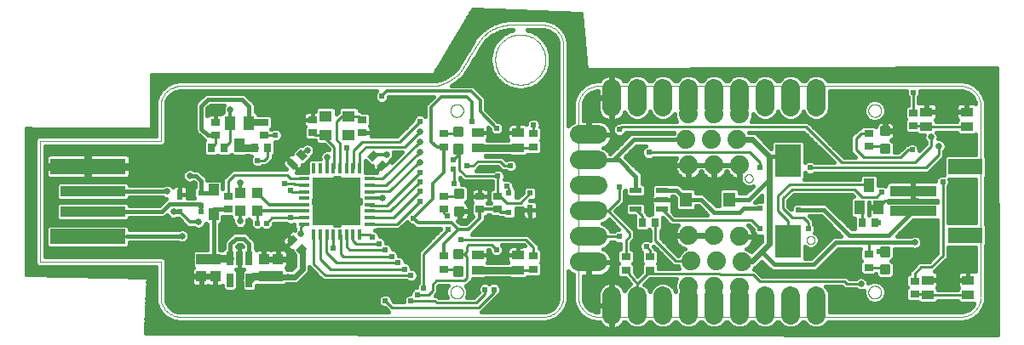
<source format=gtl>
G75*
%MOIN*%
%OFA0B0*%
%FSLAX25Y25*%
%IPPOS*%
%LPD*%
%AMOC8*
5,1,8,0,0,1.08239X$1,22.5*
%
%ADD10C,0.00394*%
%ADD11R,0.01400X0.04200*%
%ADD12R,0.04200X0.01400*%
%ADD13R,0.19100X0.19100*%
%ADD14R,0.29528X0.05906*%
%ADD15R,0.25591X0.03937*%
%ADD16R,0.03937X0.04724*%
%ADD17R,0.03543X0.02756*%
%ADD18R,0.03937X0.04331*%
%ADD19R,0.02362X0.03937*%
%ADD20R,0.02362X0.02362*%
%ADD21R,0.02756X0.05512*%
%ADD22R,0.05118X0.04331*%
%ADD23R,0.03937X0.05512*%
%ADD24R,0.02756X0.03543*%
%ADD25C,0.01181*%
%ADD26R,0.04724X0.03543*%
%ADD27C,0.00000*%
%ADD28C,0.07400*%
%ADD29R,0.09843X0.12598*%
%ADD30C,0.07400*%
%ADD31R,0.04724X0.02165*%
%ADD32R,0.18110X0.03937*%
%ADD33R,0.13386X0.06299*%
%ADD34R,0.05000X0.05787*%
%ADD35C,0.02400*%
%ADD36C,0.01000*%
%ADD37C,0.01300*%
%ADD38C,0.01600*%
%ADD39C,0.01200*%
%ADD40C,0.02500*%
%ADD41C,0.02400*%
%ADD42C,0.01800*%
%ADD43C,0.04000*%
%ADD44C,0.03000*%
%ADD45C,0.02500*%
D10*
X0060895Y0016176D02*
X0061252Y0015819D01*
X0061609Y0015462D01*
X0061999Y0015139D01*
X0062418Y0014855D01*
X0062838Y0014572D01*
X0063285Y0014327D01*
X0063756Y0014127D01*
X0064226Y0013927D01*
X0064720Y0013772D01*
X0065231Y0013667D01*
X0065743Y0013561D01*
X0066272Y0013506D01*
X0209087Y0013506D01*
X0209616Y0013561D01*
X0210127Y0013667D01*
X0210638Y0013772D01*
X0211132Y0013927D01*
X0211603Y0014127D01*
X0212073Y0014327D01*
X0212521Y0014572D01*
X0212940Y0014855D01*
X0213359Y0015139D01*
X0213749Y0015462D01*
X0214106Y0015819D01*
X0214463Y0016176D01*
X0214786Y0016566D01*
X0215070Y0016985D01*
X0215353Y0017405D01*
X0215598Y0017852D01*
X0215798Y0018323D01*
X0215998Y0018793D01*
X0216153Y0019287D01*
X0216259Y0019798D01*
X0216364Y0020310D01*
X0216419Y0020839D01*
X0216419Y0120655D01*
X0216364Y0121184D01*
X0216259Y0121695D01*
X0216153Y0122207D01*
X0215998Y0122700D01*
X0215798Y0123171D01*
X0215598Y0123642D01*
X0215353Y0124089D01*
X0215070Y0124508D01*
X0214786Y0124927D01*
X0214463Y0125318D01*
X0214106Y0125675D01*
X0213749Y0126031D01*
X0213359Y0126354D01*
X0212940Y0126638D01*
X0212521Y0126922D01*
X0212073Y0127166D01*
X0211603Y0127366D01*
X0211132Y0127566D01*
X0210638Y0127722D01*
X0210127Y0127827D01*
X0209616Y0127932D01*
X0209087Y0127988D01*
X0194700Y0127988D01*
X0194142Y0127940D01*
X0193577Y0127850D01*
X0193011Y0127759D01*
X0192438Y0127626D01*
X0191865Y0127454D01*
X0191292Y0127283D01*
X0190719Y0127073D01*
X0189590Y0126585D01*
X0189034Y0126308D01*
X0188494Y0126002D01*
X0187955Y0125695D01*
X0187432Y0125360D01*
X0186933Y0125000D01*
X0186435Y0124640D01*
X0185961Y0124256D01*
X0185520Y0123852D01*
X0185078Y0123448D01*
X0184670Y0123024D01*
X0184303Y0122585D01*
X0183935Y0122146D01*
X0183609Y0121691D01*
X0183331Y0121227D01*
X0182555Y0119926D01*
X0181778Y0118624D01*
X0181002Y0117323D01*
X0180225Y0116022D01*
X0179448Y0114721D01*
X0178672Y0113420D01*
X0177895Y0112119D01*
X0177119Y0110818D01*
X0176841Y0110354D01*
X0176515Y0109899D01*
X0175780Y0109021D01*
X0175372Y0108597D01*
X0174489Y0107789D01*
X0174016Y0107405D01*
X0173517Y0107045D01*
X0173018Y0106685D01*
X0172495Y0106350D01*
X0171956Y0106043D01*
X0171416Y0105737D01*
X0170860Y0105460D01*
X0169731Y0104972D01*
X0169158Y0104762D01*
X0168585Y0104591D01*
X0168012Y0104419D01*
X0167439Y0104286D01*
X0166308Y0104105D01*
X0165750Y0104057D01*
X0066272Y0104057D01*
X0065743Y0104002D01*
X0065231Y0103897D01*
X0064720Y0103791D01*
X0064226Y0103636D01*
X0063285Y0103236D01*
X0062838Y0102991D01*
X0062418Y0102708D01*
X0061999Y0102424D01*
X0061609Y0102101D01*
X0061252Y0101744D01*
X0060895Y0101387D01*
X0060572Y0100997D01*
X0060288Y0100578D01*
X0060005Y0100159D01*
X0059760Y0099711D01*
X0059360Y0098770D01*
X0059205Y0098276D01*
X0059100Y0097765D01*
X0058994Y0097254D01*
X0058939Y0096725D01*
X0058939Y0082404D01*
X0011695Y0082404D01*
X0011695Y0035160D01*
X0058939Y0035160D01*
X0058939Y0020839D01*
X0058994Y0020310D01*
X0059100Y0019798D01*
X0059205Y0019287D01*
X0059360Y0018793D01*
X0059760Y0017852D01*
X0060005Y0017405D01*
X0060288Y0016985D01*
X0060572Y0016566D01*
X0060895Y0016176D01*
X0222347Y0020839D02*
X0222403Y0020310D01*
X0222508Y0019798D01*
X0222614Y0019287D01*
X0222769Y0018793D01*
X0223169Y0017852D01*
X0223413Y0017405D01*
X0223697Y0016985D01*
X0223981Y0016566D01*
X0224304Y0016176D01*
X0225017Y0015462D01*
X0225408Y0015139D01*
X0225827Y0014855D01*
X0226246Y0014572D01*
X0226694Y0014327D01*
X0227635Y0013927D01*
X0228128Y0013772D01*
X0228640Y0013667D01*
X0229151Y0013561D01*
X0229680Y0013506D01*
X0372495Y0013506D01*
X0373024Y0013561D01*
X0373535Y0013667D01*
X0374047Y0013772D01*
X0374541Y0013927D01*
X0375482Y0014327D01*
X0375929Y0014572D01*
X0376348Y0014855D01*
X0376767Y0015139D01*
X0377158Y0015462D01*
X0377872Y0016176D01*
X0378195Y0016566D01*
X0378478Y0016985D01*
X0378762Y0017405D01*
X0379007Y0017852D01*
X0379206Y0018323D01*
X0379406Y0018793D01*
X0379562Y0019287D01*
X0379667Y0019798D01*
X0379772Y0020310D01*
X0379828Y0020839D01*
X0379828Y0021380D02*
X0379828Y0096725D01*
X0379772Y0097254D01*
X0379667Y0097765D01*
X0379562Y0098276D01*
X0379406Y0098770D01*
X0379206Y0099241D01*
X0379007Y0099711D01*
X0378762Y0100159D01*
X0378195Y0100997D01*
X0377872Y0101387D01*
X0377158Y0102101D01*
X0376767Y0102424D01*
X0376348Y0102708D01*
X0375929Y0102991D01*
X0375482Y0103236D01*
X0375011Y0103436D01*
X0374541Y0103636D01*
X0374047Y0103791D01*
X0373535Y0103897D01*
X0373024Y0104002D01*
X0372495Y0104057D01*
X0229680Y0104057D01*
X0229151Y0104002D01*
X0228640Y0103897D01*
X0228128Y0103791D01*
X0227635Y0103636D01*
X0227164Y0103436D01*
X0226694Y0103236D01*
X0226246Y0102991D01*
X0225827Y0102708D01*
X0225408Y0102424D01*
X0225017Y0102101D01*
X0224304Y0101387D01*
X0223981Y0100997D01*
X0223697Y0100578D01*
X0223413Y0100159D01*
X0223169Y0099711D01*
X0222969Y0099241D01*
X0222769Y0098770D01*
X0222614Y0098276D01*
X0222508Y0097765D01*
X0222403Y0097254D01*
X0222347Y0096725D01*
X0222347Y0020839D01*
X0202334Y0104946D02*
X0201693Y0104815D01*
X0201053Y0104684D01*
X0200389Y0104615D01*
X0199030Y0104615D01*
X0198367Y0104684D01*
X0197726Y0104815D01*
X0197085Y0104946D01*
X0196467Y0105139D01*
X0195879Y0105388D01*
X0195290Y0105637D01*
X0194730Y0105942D01*
X0194207Y0106296D01*
X0193683Y0106649D01*
X0193195Y0107052D01*
X0192305Y0107943D01*
X0191902Y0108430D01*
X0191548Y0108954D01*
X0191194Y0109478D01*
X0190890Y0110037D01*
X0190641Y0110626D01*
X0190392Y0111215D01*
X0190198Y0111833D01*
X0190067Y0112474D01*
X0189936Y0113114D01*
X0189867Y0113778D01*
X0189867Y0115137D01*
X0189936Y0115800D01*
X0190067Y0116441D01*
X0190198Y0117081D01*
X0190392Y0117700D01*
X0190641Y0118288D01*
X0190890Y0118877D01*
X0191194Y0119437D01*
X0191902Y0120484D01*
X0192305Y0120972D01*
X0192750Y0121417D01*
X0193195Y0121862D01*
X0193683Y0122265D01*
X0194207Y0122619D01*
X0194730Y0122972D01*
X0195290Y0123277D01*
X0195879Y0123526D01*
X0196467Y0123775D01*
X0197085Y0123969D01*
X0197726Y0124100D01*
X0198367Y0124231D01*
X0199030Y0124300D01*
X0200389Y0124300D01*
X0201053Y0124231D01*
X0202334Y0123969D01*
X0202952Y0123775D01*
X0203541Y0123526D01*
X0204130Y0123277D01*
X0204689Y0122972D01*
X0205736Y0122265D01*
X0206224Y0121862D01*
X0206669Y0121417D01*
X0207115Y0120972D01*
X0207517Y0120484D01*
X0208225Y0119437D01*
X0208530Y0118877D01*
X0208779Y0118288D01*
X0209028Y0117700D01*
X0209221Y0117081D01*
X0209483Y0115800D01*
X0209552Y0115137D01*
X0209552Y0113778D01*
X0209483Y0113114D01*
X0209352Y0112474D01*
X0209221Y0111833D01*
X0209028Y0111215D01*
X0208779Y0110626D01*
X0208530Y0110037D01*
X0208225Y0109478D01*
X0207871Y0108954D01*
X0207517Y0108430D01*
X0207115Y0107943D01*
X0206224Y0107052D01*
X0205736Y0106649D01*
X0204689Y0105942D01*
X0204130Y0105637D01*
X0203541Y0105388D01*
X0202952Y0105139D01*
X0202334Y0104946D01*
D11*
X0136833Y0071700D03*
X0134233Y0071700D03*
X0131633Y0071700D03*
X0129133Y0071700D03*
X0126533Y0071700D03*
X0124033Y0071700D03*
X0121433Y0071700D03*
X0118833Y0071700D03*
X0118833Y0045900D03*
X0121433Y0045900D03*
X0124033Y0045900D03*
X0126533Y0045900D03*
X0129133Y0045900D03*
X0131633Y0045900D03*
X0134233Y0045900D03*
X0136833Y0045900D03*
D12*
X0140733Y0049800D03*
X0140733Y0052400D03*
X0140733Y0055000D03*
X0140733Y0057500D03*
X0140733Y0060100D03*
X0140733Y0062600D03*
X0140733Y0065200D03*
X0140733Y0067800D03*
X0114933Y0067800D03*
X0114933Y0065200D03*
X0114933Y0062600D03*
X0114933Y0060100D03*
X0114933Y0057500D03*
X0114933Y0055000D03*
X0114933Y0052400D03*
X0114933Y0049800D03*
D13*
X0127833Y0058800D03*
D14*
X0030546Y0045020D03*
X0030546Y0072580D03*
D15*
X0032514Y0062737D03*
X0032514Y0054863D03*
D16*
X0079633Y0053876D03*
X0079633Y0063324D03*
D17*
X0085333Y0060859D03*
X0085333Y0055741D03*
X0080333Y0084741D03*
X0080333Y0089859D03*
X0099333Y0089859D03*
X0099333Y0084741D03*
X0118333Y0085741D03*
X0118333Y0090859D03*
X0137833Y0090859D03*
X0137833Y0085741D03*
X0169833Y0085359D03*
X0169833Y0080241D03*
X0204833Y0080241D03*
X0204833Y0085359D03*
X0190833Y0060859D03*
X0183833Y0060859D03*
X0183833Y0055741D03*
X0190833Y0055741D03*
X0169833Y0055741D03*
X0169833Y0060859D03*
X0169833Y0037359D03*
X0169833Y0032241D03*
X0204833Y0032241D03*
X0204833Y0037359D03*
X0240933Y0037059D03*
X0250433Y0037059D03*
X0250433Y0031941D03*
X0240933Y0031941D03*
X0335933Y0032941D03*
X0335933Y0038059D03*
X0353933Y0027559D03*
X0353933Y0022441D03*
X0335933Y0080441D03*
X0335933Y0085559D03*
X0353433Y0088441D03*
X0353433Y0093559D03*
D18*
X0104833Y0036146D03*
X0099333Y0036146D03*
X0099333Y0029454D03*
X0104833Y0029454D03*
X0080333Y0029454D03*
X0074833Y0029454D03*
X0074833Y0036146D03*
X0080333Y0036146D03*
X0089987Y0055000D03*
X0096680Y0055000D03*
X0096680Y0062300D03*
X0089987Y0062300D03*
D19*
X0066399Y0061453D03*
X0203467Y0055347D03*
D20*
X0195199Y0054560D03*
X0195199Y0062040D03*
X0203467Y0062040D03*
X0074667Y0062240D03*
X0074667Y0054760D03*
X0066399Y0054760D03*
D21*
X0086093Y0036631D03*
X0089833Y0036631D03*
X0093573Y0036631D03*
X0093573Y0027969D03*
X0086093Y0027969D03*
D22*
X0123503Y0084757D03*
X0132558Y0084757D03*
X0132558Y0092237D03*
X0123503Y0092237D03*
D23*
X0093573Y0089631D03*
X0086093Y0089631D03*
X0089833Y0080969D03*
X0332393Y0056469D03*
X0339873Y0056469D03*
X0336133Y0065131D03*
D24*
X0338492Y0050500D03*
X0333374Y0050500D03*
X0252492Y0050500D03*
X0247374Y0050500D03*
G36*
X0145366Y0070764D02*
X0143417Y0072713D01*
X0145920Y0075216D01*
X0147869Y0073267D01*
X0145366Y0070764D01*
G37*
G36*
X0141747Y0074384D02*
X0139798Y0076333D01*
X0142301Y0078836D01*
X0144250Y0076887D01*
X0141747Y0074384D01*
G37*
G36*
X0111917Y0077387D02*
X0113866Y0079336D01*
X0116369Y0076833D01*
X0114420Y0074884D01*
X0111917Y0077387D01*
G37*
G36*
X0108298Y0073767D02*
X0110247Y0075716D01*
X0112750Y0073213D01*
X0110801Y0071264D01*
X0108298Y0073767D01*
G37*
X0100892Y0079800D03*
X0095774Y0079800D03*
X0083892Y0079800D03*
X0078774Y0079800D03*
G36*
X0110801Y0045836D02*
X0112750Y0043887D01*
X0110247Y0041384D01*
X0108298Y0043333D01*
X0110801Y0045836D01*
G37*
G36*
X0114420Y0042216D02*
X0116369Y0040267D01*
X0113866Y0037764D01*
X0111917Y0039713D01*
X0114420Y0042216D01*
G37*
D25*
X0173955Y0036875D02*
X0176711Y0036875D01*
X0173955Y0036875D02*
X0173955Y0039631D01*
X0176711Y0039631D01*
X0176711Y0036875D01*
X0176711Y0038055D02*
X0173955Y0038055D01*
X0173955Y0039235D02*
X0176711Y0039235D01*
X0176711Y0029969D02*
X0173955Y0029969D01*
X0173955Y0032725D01*
X0176711Y0032725D01*
X0176711Y0029969D01*
X0176711Y0031149D02*
X0173955Y0031149D01*
X0173955Y0032329D02*
X0176711Y0032329D01*
X0177211Y0056225D02*
X0174455Y0056225D01*
X0177211Y0056225D02*
X0177211Y0053469D01*
X0174455Y0053469D01*
X0174455Y0056225D01*
X0174455Y0054649D02*
X0177211Y0054649D01*
X0177211Y0055829D02*
X0174455Y0055829D01*
X0174455Y0063131D02*
X0177211Y0063131D01*
X0177211Y0060375D01*
X0174455Y0060375D01*
X0174455Y0063131D01*
X0174455Y0061555D02*
X0177211Y0061555D01*
X0177211Y0062735D02*
X0174455Y0062735D01*
X0173955Y0080725D02*
X0176711Y0080725D01*
X0176711Y0077969D01*
X0173955Y0077969D01*
X0173955Y0080725D01*
X0173955Y0079149D02*
X0176711Y0079149D01*
X0176711Y0080329D02*
X0173955Y0080329D01*
X0173955Y0087631D02*
X0176711Y0087631D01*
X0176711Y0084875D01*
X0173955Y0084875D01*
X0173955Y0087631D01*
X0173955Y0086055D02*
X0176711Y0086055D01*
X0176711Y0087235D02*
X0173955Y0087235D01*
X0341055Y0085075D02*
X0343811Y0085075D01*
X0341055Y0085075D02*
X0341055Y0087831D01*
X0343811Y0087831D01*
X0343811Y0085075D01*
X0343811Y0086255D02*
X0341055Y0086255D01*
X0341055Y0087435D02*
X0343811Y0087435D01*
X0343811Y0078169D02*
X0341055Y0078169D01*
X0341055Y0080925D01*
X0343811Y0080925D01*
X0343811Y0078169D01*
X0343811Y0079349D02*
X0341055Y0079349D01*
X0341055Y0080529D02*
X0343811Y0080529D01*
X0343811Y0037575D02*
X0341055Y0037575D01*
X0341055Y0040331D01*
X0343811Y0040331D01*
X0343811Y0037575D01*
X0343811Y0038755D02*
X0341055Y0038755D01*
X0341055Y0039935D02*
X0343811Y0039935D01*
X0343811Y0030669D02*
X0341055Y0030669D01*
X0341055Y0033425D01*
X0343811Y0033425D01*
X0343811Y0030669D01*
X0343811Y0031849D02*
X0341055Y0031849D01*
X0341055Y0033029D02*
X0343811Y0033029D01*
D26*
X0359059Y0027953D03*
X0359059Y0022047D03*
X0374807Y0022047D03*
X0374807Y0027953D03*
X0374307Y0088047D03*
X0358559Y0088047D03*
X0358559Y0093953D03*
X0374307Y0093953D03*
X0198707Y0085753D03*
X0182959Y0085753D03*
X0182959Y0079847D03*
X0198707Y0079847D03*
X0198707Y0037753D03*
X0198707Y0031847D03*
X0182959Y0031847D03*
X0182959Y0037753D03*
D27*
X0172333Y0023170D02*
X0172335Y0023269D01*
X0172341Y0023369D01*
X0172351Y0023468D01*
X0172365Y0023566D01*
X0172382Y0023664D01*
X0172404Y0023761D01*
X0172429Y0023857D01*
X0172458Y0023952D01*
X0172491Y0024046D01*
X0172528Y0024138D01*
X0172568Y0024229D01*
X0172612Y0024318D01*
X0172660Y0024406D01*
X0172711Y0024491D01*
X0172765Y0024574D01*
X0172822Y0024656D01*
X0172883Y0024734D01*
X0172947Y0024811D01*
X0173013Y0024884D01*
X0173083Y0024955D01*
X0173155Y0025023D01*
X0173230Y0025089D01*
X0173308Y0025151D01*
X0173388Y0025210D01*
X0173470Y0025266D01*
X0173554Y0025318D01*
X0173641Y0025367D01*
X0173729Y0025413D01*
X0173819Y0025455D01*
X0173911Y0025494D01*
X0174004Y0025529D01*
X0174098Y0025560D01*
X0174194Y0025587D01*
X0174291Y0025610D01*
X0174388Y0025630D01*
X0174486Y0025646D01*
X0174585Y0025658D01*
X0174684Y0025666D01*
X0174783Y0025670D01*
X0174883Y0025670D01*
X0174982Y0025666D01*
X0175081Y0025658D01*
X0175180Y0025646D01*
X0175278Y0025630D01*
X0175375Y0025610D01*
X0175472Y0025587D01*
X0175568Y0025560D01*
X0175662Y0025529D01*
X0175755Y0025494D01*
X0175847Y0025455D01*
X0175937Y0025413D01*
X0176025Y0025367D01*
X0176112Y0025318D01*
X0176196Y0025266D01*
X0176278Y0025210D01*
X0176358Y0025151D01*
X0176436Y0025089D01*
X0176511Y0025023D01*
X0176583Y0024955D01*
X0176653Y0024884D01*
X0176719Y0024811D01*
X0176783Y0024734D01*
X0176844Y0024656D01*
X0176901Y0024574D01*
X0176955Y0024491D01*
X0177006Y0024406D01*
X0177054Y0024318D01*
X0177098Y0024229D01*
X0177138Y0024138D01*
X0177175Y0024046D01*
X0177208Y0023952D01*
X0177237Y0023857D01*
X0177262Y0023761D01*
X0177284Y0023664D01*
X0177301Y0023566D01*
X0177315Y0023468D01*
X0177325Y0023369D01*
X0177331Y0023269D01*
X0177333Y0023170D01*
X0177331Y0023071D01*
X0177325Y0022971D01*
X0177315Y0022872D01*
X0177301Y0022774D01*
X0177284Y0022676D01*
X0177262Y0022579D01*
X0177237Y0022483D01*
X0177208Y0022388D01*
X0177175Y0022294D01*
X0177138Y0022202D01*
X0177098Y0022111D01*
X0177054Y0022022D01*
X0177006Y0021934D01*
X0176955Y0021849D01*
X0176901Y0021766D01*
X0176844Y0021684D01*
X0176783Y0021606D01*
X0176719Y0021529D01*
X0176653Y0021456D01*
X0176583Y0021385D01*
X0176511Y0021317D01*
X0176436Y0021251D01*
X0176358Y0021189D01*
X0176278Y0021130D01*
X0176196Y0021074D01*
X0176112Y0021022D01*
X0176025Y0020973D01*
X0175937Y0020927D01*
X0175847Y0020885D01*
X0175755Y0020846D01*
X0175662Y0020811D01*
X0175568Y0020780D01*
X0175472Y0020753D01*
X0175375Y0020730D01*
X0175278Y0020710D01*
X0175180Y0020694D01*
X0175081Y0020682D01*
X0174982Y0020674D01*
X0174883Y0020670D01*
X0174783Y0020670D01*
X0174684Y0020674D01*
X0174585Y0020682D01*
X0174486Y0020694D01*
X0174388Y0020710D01*
X0174291Y0020730D01*
X0174194Y0020753D01*
X0174098Y0020780D01*
X0174004Y0020811D01*
X0173911Y0020846D01*
X0173819Y0020885D01*
X0173729Y0020927D01*
X0173641Y0020973D01*
X0173554Y0021022D01*
X0173470Y0021074D01*
X0173388Y0021130D01*
X0173308Y0021189D01*
X0173230Y0021251D01*
X0173155Y0021317D01*
X0173083Y0021385D01*
X0173013Y0021456D01*
X0172947Y0021529D01*
X0172883Y0021606D01*
X0172822Y0021684D01*
X0172765Y0021766D01*
X0172711Y0021849D01*
X0172660Y0021934D01*
X0172612Y0022022D01*
X0172568Y0022111D01*
X0172528Y0022202D01*
X0172491Y0022294D01*
X0172458Y0022388D01*
X0172429Y0022483D01*
X0172404Y0022579D01*
X0172382Y0022676D01*
X0172365Y0022774D01*
X0172351Y0022872D01*
X0172341Y0022971D01*
X0172335Y0023071D01*
X0172333Y0023170D01*
X0287504Y0067858D02*
X0287506Y0067937D01*
X0287512Y0068016D01*
X0287522Y0068095D01*
X0287536Y0068173D01*
X0287553Y0068250D01*
X0287575Y0068326D01*
X0287600Y0068401D01*
X0287630Y0068474D01*
X0287662Y0068546D01*
X0287699Y0068617D01*
X0287739Y0068685D01*
X0287782Y0068751D01*
X0287828Y0068815D01*
X0287878Y0068877D01*
X0287931Y0068936D01*
X0287986Y0068992D01*
X0288045Y0069046D01*
X0288106Y0069096D01*
X0288169Y0069144D01*
X0288235Y0069188D01*
X0288303Y0069229D01*
X0288373Y0069266D01*
X0288444Y0069300D01*
X0288518Y0069330D01*
X0288592Y0069356D01*
X0288668Y0069378D01*
X0288745Y0069397D01*
X0288823Y0069412D01*
X0288901Y0069423D01*
X0288980Y0069430D01*
X0289059Y0069433D01*
X0289138Y0069432D01*
X0289217Y0069427D01*
X0289296Y0069418D01*
X0289374Y0069405D01*
X0289451Y0069388D01*
X0289528Y0069368D01*
X0289603Y0069343D01*
X0289677Y0069315D01*
X0289750Y0069283D01*
X0289820Y0069248D01*
X0289889Y0069209D01*
X0289956Y0069166D01*
X0290021Y0069120D01*
X0290083Y0069072D01*
X0290143Y0069020D01*
X0290200Y0068965D01*
X0290254Y0068907D01*
X0290305Y0068847D01*
X0290353Y0068784D01*
X0290398Y0068719D01*
X0290440Y0068651D01*
X0290478Y0068582D01*
X0290512Y0068511D01*
X0290543Y0068438D01*
X0290571Y0068363D01*
X0290594Y0068288D01*
X0290614Y0068211D01*
X0290630Y0068134D01*
X0290642Y0068055D01*
X0290650Y0067977D01*
X0290654Y0067898D01*
X0290654Y0067818D01*
X0290650Y0067739D01*
X0290642Y0067661D01*
X0290630Y0067582D01*
X0290614Y0067505D01*
X0290594Y0067428D01*
X0290571Y0067353D01*
X0290543Y0067278D01*
X0290512Y0067205D01*
X0290478Y0067134D01*
X0290440Y0067065D01*
X0290398Y0066997D01*
X0290353Y0066932D01*
X0290305Y0066869D01*
X0290254Y0066809D01*
X0290200Y0066751D01*
X0290143Y0066696D01*
X0290083Y0066644D01*
X0290021Y0066596D01*
X0289956Y0066550D01*
X0289889Y0066507D01*
X0289820Y0066468D01*
X0289750Y0066433D01*
X0289677Y0066401D01*
X0289603Y0066373D01*
X0289528Y0066348D01*
X0289451Y0066328D01*
X0289374Y0066311D01*
X0289296Y0066298D01*
X0289217Y0066289D01*
X0289138Y0066284D01*
X0289059Y0066283D01*
X0288980Y0066286D01*
X0288901Y0066293D01*
X0288823Y0066304D01*
X0288745Y0066319D01*
X0288668Y0066338D01*
X0288592Y0066360D01*
X0288518Y0066386D01*
X0288444Y0066416D01*
X0288373Y0066450D01*
X0288303Y0066487D01*
X0288235Y0066528D01*
X0288169Y0066572D01*
X0288106Y0066620D01*
X0288045Y0066670D01*
X0287986Y0066724D01*
X0287931Y0066780D01*
X0287878Y0066839D01*
X0287828Y0066901D01*
X0287782Y0066965D01*
X0287739Y0067031D01*
X0287699Y0067099D01*
X0287662Y0067170D01*
X0287630Y0067242D01*
X0287600Y0067315D01*
X0287575Y0067390D01*
X0287553Y0067466D01*
X0287536Y0067543D01*
X0287522Y0067621D01*
X0287512Y0067700D01*
X0287506Y0067779D01*
X0287504Y0067858D01*
X0311717Y0043646D02*
X0311719Y0043725D01*
X0311725Y0043804D01*
X0311735Y0043883D01*
X0311749Y0043961D01*
X0311766Y0044038D01*
X0311788Y0044114D01*
X0311813Y0044189D01*
X0311843Y0044262D01*
X0311875Y0044334D01*
X0311912Y0044405D01*
X0311952Y0044473D01*
X0311995Y0044539D01*
X0312041Y0044603D01*
X0312091Y0044665D01*
X0312144Y0044724D01*
X0312199Y0044780D01*
X0312258Y0044834D01*
X0312319Y0044884D01*
X0312382Y0044932D01*
X0312448Y0044976D01*
X0312516Y0045017D01*
X0312586Y0045054D01*
X0312657Y0045088D01*
X0312731Y0045118D01*
X0312805Y0045144D01*
X0312881Y0045166D01*
X0312958Y0045185D01*
X0313036Y0045200D01*
X0313114Y0045211D01*
X0313193Y0045218D01*
X0313272Y0045221D01*
X0313351Y0045220D01*
X0313430Y0045215D01*
X0313509Y0045206D01*
X0313587Y0045193D01*
X0313664Y0045176D01*
X0313741Y0045156D01*
X0313816Y0045131D01*
X0313890Y0045103D01*
X0313963Y0045071D01*
X0314033Y0045036D01*
X0314102Y0044997D01*
X0314169Y0044954D01*
X0314234Y0044908D01*
X0314296Y0044860D01*
X0314356Y0044808D01*
X0314413Y0044753D01*
X0314467Y0044695D01*
X0314518Y0044635D01*
X0314566Y0044572D01*
X0314611Y0044507D01*
X0314653Y0044439D01*
X0314691Y0044370D01*
X0314725Y0044299D01*
X0314756Y0044226D01*
X0314784Y0044151D01*
X0314807Y0044076D01*
X0314827Y0043999D01*
X0314843Y0043922D01*
X0314855Y0043843D01*
X0314863Y0043765D01*
X0314867Y0043686D01*
X0314867Y0043606D01*
X0314863Y0043527D01*
X0314855Y0043449D01*
X0314843Y0043370D01*
X0314827Y0043293D01*
X0314807Y0043216D01*
X0314784Y0043141D01*
X0314756Y0043066D01*
X0314725Y0042993D01*
X0314691Y0042922D01*
X0314653Y0042853D01*
X0314611Y0042785D01*
X0314566Y0042720D01*
X0314518Y0042657D01*
X0314467Y0042597D01*
X0314413Y0042539D01*
X0314356Y0042484D01*
X0314296Y0042432D01*
X0314234Y0042384D01*
X0314169Y0042338D01*
X0314102Y0042295D01*
X0314033Y0042256D01*
X0313963Y0042221D01*
X0313890Y0042189D01*
X0313816Y0042161D01*
X0313741Y0042136D01*
X0313664Y0042116D01*
X0313587Y0042099D01*
X0313509Y0042086D01*
X0313430Y0042077D01*
X0313351Y0042072D01*
X0313272Y0042071D01*
X0313193Y0042074D01*
X0313114Y0042081D01*
X0313036Y0042092D01*
X0312958Y0042107D01*
X0312881Y0042126D01*
X0312805Y0042148D01*
X0312731Y0042174D01*
X0312657Y0042204D01*
X0312586Y0042238D01*
X0312516Y0042275D01*
X0312448Y0042316D01*
X0312382Y0042360D01*
X0312319Y0042408D01*
X0312258Y0042458D01*
X0312199Y0042512D01*
X0312144Y0042568D01*
X0312091Y0042627D01*
X0312041Y0042689D01*
X0311995Y0042753D01*
X0311952Y0042819D01*
X0311912Y0042887D01*
X0311875Y0042958D01*
X0311843Y0043030D01*
X0311813Y0043103D01*
X0311788Y0043178D01*
X0311766Y0043254D01*
X0311749Y0043331D01*
X0311735Y0043409D01*
X0311725Y0043488D01*
X0311719Y0043567D01*
X0311717Y0043646D01*
X0335833Y0023170D02*
X0335835Y0023269D01*
X0335841Y0023369D01*
X0335851Y0023468D01*
X0335865Y0023566D01*
X0335882Y0023664D01*
X0335904Y0023761D01*
X0335929Y0023857D01*
X0335958Y0023952D01*
X0335991Y0024046D01*
X0336028Y0024138D01*
X0336068Y0024229D01*
X0336112Y0024318D01*
X0336160Y0024406D01*
X0336211Y0024491D01*
X0336265Y0024574D01*
X0336322Y0024656D01*
X0336383Y0024734D01*
X0336447Y0024811D01*
X0336513Y0024884D01*
X0336583Y0024955D01*
X0336655Y0025023D01*
X0336730Y0025089D01*
X0336808Y0025151D01*
X0336888Y0025210D01*
X0336970Y0025266D01*
X0337054Y0025318D01*
X0337141Y0025367D01*
X0337229Y0025413D01*
X0337319Y0025455D01*
X0337411Y0025494D01*
X0337504Y0025529D01*
X0337598Y0025560D01*
X0337694Y0025587D01*
X0337791Y0025610D01*
X0337888Y0025630D01*
X0337986Y0025646D01*
X0338085Y0025658D01*
X0338184Y0025666D01*
X0338283Y0025670D01*
X0338383Y0025670D01*
X0338482Y0025666D01*
X0338581Y0025658D01*
X0338680Y0025646D01*
X0338778Y0025630D01*
X0338875Y0025610D01*
X0338972Y0025587D01*
X0339068Y0025560D01*
X0339162Y0025529D01*
X0339255Y0025494D01*
X0339347Y0025455D01*
X0339437Y0025413D01*
X0339525Y0025367D01*
X0339612Y0025318D01*
X0339696Y0025266D01*
X0339778Y0025210D01*
X0339858Y0025151D01*
X0339936Y0025089D01*
X0340011Y0025023D01*
X0340083Y0024955D01*
X0340153Y0024884D01*
X0340219Y0024811D01*
X0340283Y0024734D01*
X0340344Y0024656D01*
X0340401Y0024574D01*
X0340455Y0024491D01*
X0340506Y0024406D01*
X0340554Y0024318D01*
X0340598Y0024229D01*
X0340638Y0024138D01*
X0340675Y0024046D01*
X0340708Y0023952D01*
X0340737Y0023857D01*
X0340762Y0023761D01*
X0340784Y0023664D01*
X0340801Y0023566D01*
X0340815Y0023468D01*
X0340825Y0023369D01*
X0340831Y0023269D01*
X0340833Y0023170D01*
X0340831Y0023071D01*
X0340825Y0022971D01*
X0340815Y0022872D01*
X0340801Y0022774D01*
X0340784Y0022676D01*
X0340762Y0022579D01*
X0340737Y0022483D01*
X0340708Y0022388D01*
X0340675Y0022294D01*
X0340638Y0022202D01*
X0340598Y0022111D01*
X0340554Y0022022D01*
X0340506Y0021934D01*
X0340455Y0021849D01*
X0340401Y0021766D01*
X0340344Y0021684D01*
X0340283Y0021606D01*
X0340219Y0021529D01*
X0340153Y0021456D01*
X0340083Y0021385D01*
X0340011Y0021317D01*
X0339936Y0021251D01*
X0339858Y0021189D01*
X0339778Y0021130D01*
X0339696Y0021074D01*
X0339612Y0021022D01*
X0339525Y0020973D01*
X0339437Y0020927D01*
X0339347Y0020885D01*
X0339255Y0020846D01*
X0339162Y0020811D01*
X0339068Y0020780D01*
X0338972Y0020753D01*
X0338875Y0020730D01*
X0338778Y0020710D01*
X0338680Y0020694D01*
X0338581Y0020682D01*
X0338482Y0020674D01*
X0338383Y0020670D01*
X0338283Y0020670D01*
X0338184Y0020674D01*
X0338085Y0020682D01*
X0337986Y0020694D01*
X0337888Y0020710D01*
X0337791Y0020730D01*
X0337694Y0020753D01*
X0337598Y0020780D01*
X0337504Y0020811D01*
X0337411Y0020846D01*
X0337319Y0020885D01*
X0337229Y0020927D01*
X0337141Y0020973D01*
X0337054Y0021022D01*
X0336970Y0021074D01*
X0336888Y0021130D01*
X0336808Y0021189D01*
X0336730Y0021251D01*
X0336655Y0021317D01*
X0336583Y0021385D01*
X0336513Y0021456D01*
X0336447Y0021529D01*
X0336383Y0021606D01*
X0336322Y0021684D01*
X0336265Y0021766D01*
X0336211Y0021849D01*
X0336160Y0021934D01*
X0336112Y0022022D01*
X0336068Y0022111D01*
X0336028Y0022202D01*
X0335991Y0022294D01*
X0335958Y0022388D01*
X0335929Y0022483D01*
X0335904Y0022579D01*
X0335882Y0022676D01*
X0335865Y0022774D01*
X0335851Y0022872D01*
X0335841Y0022971D01*
X0335835Y0023071D01*
X0335833Y0023170D01*
X0335833Y0094430D02*
X0335835Y0094529D01*
X0335841Y0094629D01*
X0335851Y0094728D01*
X0335865Y0094826D01*
X0335882Y0094924D01*
X0335904Y0095021D01*
X0335929Y0095117D01*
X0335958Y0095212D01*
X0335991Y0095306D01*
X0336028Y0095398D01*
X0336068Y0095489D01*
X0336112Y0095578D01*
X0336160Y0095666D01*
X0336211Y0095751D01*
X0336265Y0095834D01*
X0336322Y0095916D01*
X0336383Y0095994D01*
X0336447Y0096071D01*
X0336513Y0096144D01*
X0336583Y0096215D01*
X0336655Y0096283D01*
X0336730Y0096349D01*
X0336808Y0096411D01*
X0336888Y0096470D01*
X0336970Y0096526D01*
X0337054Y0096578D01*
X0337141Y0096627D01*
X0337229Y0096673D01*
X0337319Y0096715D01*
X0337411Y0096754D01*
X0337504Y0096789D01*
X0337598Y0096820D01*
X0337694Y0096847D01*
X0337791Y0096870D01*
X0337888Y0096890D01*
X0337986Y0096906D01*
X0338085Y0096918D01*
X0338184Y0096926D01*
X0338283Y0096930D01*
X0338383Y0096930D01*
X0338482Y0096926D01*
X0338581Y0096918D01*
X0338680Y0096906D01*
X0338778Y0096890D01*
X0338875Y0096870D01*
X0338972Y0096847D01*
X0339068Y0096820D01*
X0339162Y0096789D01*
X0339255Y0096754D01*
X0339347Y0096715D01*
X0339437Y0096673D01*
X0339525Y0096627D01*
X0339612Y0096578D01*
X0339696Y0096526D01*
X0339778Y0096470D01*
X0339858Y0096411D01*
X0339936Y0096349D01*
X0340011Y0096283D01*
X0340083Y0096215D01*
X0340153Y0096144D01*
X0340219Y0096071D01*
X0340283Y0095994D01*
X0340344Y0095916D01*
X0340401Y0095834D01*
X0340455Y0095751D01*
X0340506Y0095666D01*
X0340554Y0095578D01*
X0340598Y0095489D01*
X0340638Y0095398D01*
X0340675Y0095306D01*
X0340708Y0095212D01*
X0340737Y0095117D01*
X0340762Y0095021D01*
X0340784Y0094924D01*
X0340801Y0094826D01*
X0340815Y0094728D01*
X0340825Y0094629D01*
X0340831Y0094529D01*
X0340833Y0094430D01*
X0340831Y0094331D01*
X0340825Y0094231D01*
X0340815Y0094132D01*
X0340801Y0094034D01*
X0340784Y0093936D01*
X0340762Y0093839D01*
X0340737Y0093743D01*
X0340708Y0093648D01*
X0340675Y0093554D01*
X0340638Y0093462D01*
X0340598Y0093371D01*
X0340554Y0093282D01*
X0340506Y0093194D01*
X0340455Y0093109D01*
X0340401Y0093026D01*
X0340344Y0092944D01*
X0340283Y0092866D01*
X0340219Y0092789D01*
X0340153Y0092716D01*
X0340083Y0092645D01*
X0340011Y0092577D01*
X0339936Y0092511D01*
X0339858Y0092449D01*
X0339778Y0092390D01*
X0339696Y0092334D01*
X0339612Y0092282D01*
X0339525Y0092233D01*
X0339437Y0092187D01*
X0339347Y0092145D01*
X0339255Y0092106D01*
X0339162Y0092071D01*
X0339068Y0092040D01*
X0338972Y0092013D01*
X0338875Y0091990D01*
X0338778Y0091970D01*
X0338680Y0091954D01*
X0338581Y0091942D01*
X0338482Y0091934D01*
X0338383Y0091930D01*
X0338283Y0091930D01*
X0338184Y0091934D01*
X0338085Y0091942D01*
X0337986Y0091954D01*
X0337888Y0091970D01*
X0337791Y0091990D01*
X0337694Y0092013D01*
X0337598Y0092040D01*
X0337504Y0092071D01*
X0337411Y0092106D01*
X0337319Y0092145D01*
X0337229Y0092187D01*
X0337141Y0092233D01*
X0337054Y0092282D01*
X0336970Y0092334D01*
X0336888Y0092390D01*
X0336808Y0092449D01*
X0336730Y0092511D01*
X0336655Y0092577D01*
X0336583Y0092645D01*
X0336513Y0092716D01*
X0336447Y0092789D01*
X0336383Y0092866D01*
X0336322Y0092944D01*
X0336265Y0093026D01*
X0336211Y0093109D01*
X0336160Y0093194D01*
X0336112Y0093282D01*
X0336068Y0093371D01*
X0336028Y0093462D01*
X0335991Y0093554D01*
X0335958Y0093648D01*
X0335929Y0093743D01*
X0335904Y0093839D01*
X0335882Y0093936D01*
X0335865Y0094034D01*
X0335851Y0094132D01*
X0335841Y0094231D01*
X0335835Y0094331D01*
X0335833Y0094430D01*
X0172333Y0094430D02*
X0172335Y0094529D01*
X0172341Y0094629D01*
X0172351Y0094728D01*
X0172365Y0094826D01*
X0172382Y0094924D01*
X0172404Y0095021D01*
X0172429Y0095117D01*
X0172458Y0095212D01*
X0172491Y0095306D01*
X0172528Y0095398D01*
X0172568Y0095489D01*
X0172612Y0095578D01*
X0172660Y0095666D01*
X0172711Y0095751D01*
X0172765Y0095834D01*
X0172822Y0095916D01*
X0172883Y0095994D01*
X0172947Y0096071D01*
X0173013Y0096144D01*
X0173083Y0096215D01*
X0173155Y0096283D01*
X0173230Y0096349D01*
X0173308Y0096411D01*
X0173388Y0096470D01*
X0173470Y0096526D01*
X0173554Y0096578D01*
X0173641Y0096627D01*
X0173729Y0096673D01*
X0173819Y0096715D01*
X0173911Y0096754D01*
X0174004Y0096789D01*
X0174098Y0096820D01*
X0174194Y0096847D01*
X0174291Y0096870D01*
X0174388Y0096890D01*
X0174486Y0096906D01*
X0174585Y0096918D01*
X0174684Y0096926D01*
X0174783Y0096930D01*
X0174883Y0096930D01*
X0174982Y0096926D01*
X0175081Y0096918D01*
X0175180Y0096906D01*
X0175278Y0096890D01*
X0175375Y0096870D01*
X0175472Y0096847D01*
X0175568Y0096820D01*
X0175662Y0096789D01*
X0175755Y0096754D01*
X0175847Y0096715D01*
X0175937Y0096673D01*
X0176025Y0096627D01*
X0176112Y0096578D01*
X0176196Y0096526D01*
X0176278Y0096470D01*
X0176358Y0096411D01*
X0176436Y0096349D01*
X0176511Y0096283D01*
X0176583Y0096215D01*
X0176653Y0096144D01*
X0176719Y0096071D01*
X0176783Y0095994D01*
X0176844Y0095916D01*
X0176901Y0095834D01*
X0176955Y0095751D01*
X0177006Y0095666D01*
X0177054Y0095578D01*
X0177098Y0095489D01*
X0177138Y0095398D01*
X0177175Y0095306D01*
X0177208Y0095212D01*
X0177237Y0095117D01*
X0177262Y0095021D01*
X0177284Y0094924D01*
X0177301Y0094826D01*
X0177315Y0094728D01*
X0177325Y0094629D01*
X0177331Y0094529D01*
X0177333Y0094430D01*
X0177331Y0094331D01*
X0177325Y0094231D01*
X0177315Y0094132D01*
X0177301Y0094034D01*
X0177284Y0093936D01*
X0177262Y0093839D01*
X0177237Y0093743D01*
X0177208Y0093648D01*
X0177175Y0093554D01*
X0177138Y0093462D01*
X0177098Y0093371D01*
X0177054Y0093282D01*
X0177006Y0093194D01*
X0176955Y0093109D01*
X0176901Y0093026D01*
X0176844Y0092944D01*
X0176783Y0092866D01*
X0176719Y0092789D01*
X0176653Y0092716D01*
X0176583Y0092645D01*
X0176511Y0092577D01*
X0176436Y0092511D01*
X0176358Y0092449D01*
X0176278Y0092390D01*
X0176196Y0092334D01*
X0176112Y0092282D01*
X0176025Y0092233D01*
X0175937Y0092187D01*
X0175847Y0092145D01*
X0175755Y0092106D01*
X0175662Y0092071D01*
X0175568Y0092040D01*
X0175472Y0092013D01*
X0175375Y0091990D01*
X0175278Y0091970D01*
X0175180Y0091954D01*
X0175081Y0091942D01*
X0174982Y0091934D01*
X0174883Y0091930D01*
X0174783Y0091930D01*
X0174684Y0091934D01*
X0174585Y0091942D01*
X0174486Y0091954D01*
X0174388Y0091970D01*
X0174291Y0091990D01*
X0174194Y0092013D01*
X0174098Y0092040D01*
X0174004Y0092071D01*
X0173911Y0092106D01*
X0173819Y0092145D01*
X0173729Y0092187D01*
X0173641Y0092233D01*
X0173554Y0092282D01*
X0173470Y0092334D01*
X0173388Y0092390D01*
X0173308Y0092449D01*
X0173230Y0092511D01*
X0173155Y0092577D01*
X0173083Y0092645D01*
X0173013Y0092716D01*
X0172947Y0092789D01*
X0172883Y0092866D01*
X0172822Y0092944D01*
X0172765Y0093026D01*
X0172711Y0093109D01*
X0172660Y0093194D01*
X0172612Y0093282D01*
X0172568Y0093371D01*
X0172528Y0093462D01*
X0172491Y0093554D01*
X0172458Y0093648D01*
X0172429Y0093743D01*
X0172404Y0093839D01*
X0172382Y0093936D01*
X0172365Y0094034D01*
X0172351Y0094132D01*
X0172341Y0094231D01*
X0172335Y0094331D01*
X0172333Y0094430D01*
D28*
X0222733Y0085000D02*
X0230133Y0085000D01*
X0230133Y0075000D02*
X0222733Y0075000D01*
X0222733Y0065000D02*
X0230133Y0065000D01*
X0230133Y0055000D02*
X0222733Y0055000D01*
X0222733Y0045000D02*
X0230133Y0045000D01*
X0230133Y0035000D02*
X0222733Y0035000D01*
X0235433Y0021700D02*
X0235433Y0014300D01*
X0245433Y0014300D02*
X0245433Y0021700D01*
X0255433Y0021700D02*
X0255433Y0014300D01*
X0265433Y0014300D02*
X0265433Y0021700D01*
X0275433Y0021700D02*
X0275433Y0014300D01*
X0285433Y0014300D02*
X0285433Y0021700D01*
X0295433Y0021700D02*
X0295433Y0014300D01*
X0305433Y0014300D02*
X0305433Y0021700D01*
X0315433Y0021700D02*
X0315433Y0014300D01*
X0315433Y0095800D02*
X0315433Y0103200D01*
X0305433Y0103200D02*
X0305433Y0095800D01*
X0295433Y0095800D02*
X0295433Y0103200D01*
X0285433Y0103200D02*
X0285433Y0095800D01*
X0275433Y0095800D02*
X0275433Y0103200D01*
X0265433Y0103200D02*
X0265433Y0095800D01*
X0255433Y0095800D02*
X0255433Y0103200D01*
X0245433Y0103200D02*
X0245433Y0095800D01*
X0235433Y0095800D02*
X0235433Y0103200D01*
D29*
X0304433Y0074748D03*
X0304433Y0043252D03*
D30*
X0285433Y0045000D03*
X0275433Y0045500D03*
X0265433Y0045500D03*
X0266433Y0035500D03*
X0276433Y0035500D03*
X0286433Y0035000D03*
X0285433Y0025000D03*
X0275433Y0025500D03*
X0265433Y0025500D03*
X0265433Y0073000D03*
X0275433Y0073000D03*
X0285433Y0073000D03*
X0284433Y0083000D03*
X0274433Y0083000D03*
X0264433Y0083000D03*
X0265433Y0093000D03*
X0275433Y0093000D03*
X0285433Y0093000D03*
D31*
X0255052Y0063240D03*
X0244815Y0063240D03*
X0255052Y0059500D03*
X0255052Y0055760D03*
X0244815Y0055760D03*
D32*
X0353366Y0055063D03*
X0353366Y0062937D03*
D33*
X0373839Y0072386D03*
X0373839Y0045614D03*
D34*
X0281398Y0059500D03*
X0264469Y0059500D03*
D35*
X0255933Y0051300D03*
X0243333Y0049800D03*
X0234833Y0049800D03*
X0238433Y0045000D03*
X0244333Y0041100D03*
X0248933Y0041000D03*
X0260833Y0040300D03*
X0260933Y0033000D03*
X0259333Y0026800D03*
X0250333Y0026800D03*
X0240333Y0026800D03*
X0205833Y0024300D03*
X0202833Y0024300D03*
X0202833Y0021300D03*
X0205833Y0021300D03*
X0189333Y0024300D03*
X0185833Y0024300D03*
X0168733Y0023300D03*
X0161833Y0024800D03*
X0159333Y0022300D03*
X0156833Y0019800D03*
X0146833Y0019800D03*
X0156833Y0029800D03*
X0154333Y0032300D03*
X0151833Y0034800D03*
X0149333Y0037300D03*
X0146833Y0039800D03*
X0144333Y0042300D03*
X0141833Y0044800D03*
X0126533Y0040500D03*
X0099333Y0040800D03*
X0099333Y0043800D03*
X0099333Y0046800D03*
X0100333Y0050300D03*
X0096833Y0050300D03*
X0109833Y0052400D03*
X0126333Y0057300D03*
X0129333Y0057300D03*
X0129333Y0060300D03*
X0126333Y0060300D03*
X0109833Y0063300D03*
X0107333Y0065800D03*
X0114833Y0072300D03*
X0096833Y0074800D03*
X0103833Y0084800D03*
X0109333Y0093300D03*
X0112333Y0093300D03*
X0112333Y0096300D03*
X0109333Y0096300D03*
X0081333Y0094800D03*
X0078333Y0094800D03*
X0066833Y0081800D03*
X0063833Y0081800D03*
X0063833Y0078800D03*
X0066833Y0078800D03*
X0066833Y0075800D03*
X0063833Y0075800D03*
X0074833Y0057300D03*
X0066833Y0041800D03*
X0063833Y0041800D03*
X0063833Y0038800D03*
X0066833Y0038800D03*
X0066833Y0035800D03*
X0063833Y0035800D03*
X0089833Y0040800D03*
X0109333Y0024300D03*
X0112333Y0024300D03*
X0112333Y0021300D03*
X0109333Y0021300D03*
X0176333Y0043800D03*
X0171333Y0047800D03*
X0177833Y0051300D03*
X0170933Y0053200D03*
X0160333Y0058800D03*
X0160333Y0062800D03*
X0160333Y0066600D03*
X0160333Y0070300D03*
X0173333Y0071600D03*
X0178733Y0072800D03*
X0173333Y0075300D03*
X0188933Y0071900D03*
X0190833Y0068800D03*
X0194333Y0064800D03*
X0202833Y0067300D03*
X0205833Y0067300D03*
X0205833Y0070300D03*
X0202833Y0070300D03*
X0195833Y0072800D03*
X0173833Y0065800D03*
X0150833Y0077300D03*
X0140833Y0072300D03*
X0131633Y0079700D03*
X0160333Y0090300D03*
X0180833Y0090300D03*
X0190433Y0087500D03*
X0204833Y0088800D03*
X0205833Y0093300D03*
X0202833Y0093300D03*
X0202833Y0096300D03*
X0205833Y0096300D03*
X0226833Y0096300D03*
X0238433Y0087000D03*
X0249933Y0078000D03*
X0244333Y0077300D03*
X0238433Y0064500D03*
X0205833Y0049300D03*
X0202833Y0049300D03*
X0202833Y0046300D03*
X0205833Y0046300D03*
X0199833Y0041300D03*
X0190333Y0039800D03*
X0157833Y0052300D03*
X0145433Y0100000D03*
X0293433Y0072000D03*
X0312933Y0072000D03*
X0316333Y0068800D03*
X0341333Y0069300D03*
X0340933Y0062500D03*
X0354533Y0059100D03*
X0372333Y0060300D03*
X0375333Y0060300D03*
X0375333Y0057300D03*
X0372333Y0057300D03*
X0364933Y0066500D03*
X0372333Y0079300D03*
X0375333Y0079300D03*
X0375333Y0082300D03*
X0372333Y0082300D03*
X0352933Y0079000D03*
X0332333Y0093300D03*
X0322833Y0093300D03*
X0329233Y0101300D03*
X0353433Y0101500D03*
X0357333Y0098300D03*
X0312833Y0077800D03*
X0312333Y0058800D03*
X0308433Y0055500D03*
X0293433Y0056000D03*
X0293333Y0059300D03*
X0293433Y0048000D03*
X0312433Y0048000D03*
X0319833Y0045300D03*
X0339833Y0050400D03*
X0357333Y0048800D03*
X0372333Y0038800D03*
X0375333Y0038800D03*
X0375333Y0035800D03*
X0372333Y0035800D03*
X0339933Y0039000D03*
X0324833Y0021800D03*
D36*
X0327433Y0026500D02*
X0326433Y0027500D01*
X0293433Y0027500D01*
X0290633Y0030000D01*
X0277933Y0030000D01*
X0277433Y0030500D01*
X0250433Y0030500D01*
X0250433Y0031941D01*
X0250433Y0030500D02*
X0249433Y0030500D01*
X0245433Y0026500D01*
X0240933Y0031941D01*
X0240933Y0037059D02*
X0240933Y0043500D01*
X0242433Y0045000D01*
X0242433Y0046500D01*
X0233933Y0055000D01*
X0231933Y0055000D01*
X0226433Y0055000D01*
X0233933Y0055000D02*
X0238433Y0059500D01*
X0238433Y0064500D01*
X0244815Y0055760D02*
X0247374Y0053200D01*
X0247374Y0050500D01*
X0252492Y0050500D02*
X0252492Y0043441D01*
X0260433Y0035500D01*
X0266433Y0035500D01*
X0250433Y0037059D02*
X0250433Y0039500D01*
X0248933Y0041000D01*
X0238433Y0045000D02*
X0226433Y0045000D01*
X0204833Y0040800D02*
X0204833Y0037359D01*
X0204833Y0040800D02*
X0201833Y0043800D01*
X0176333Y0043800D01*
X0178833Y0041300D02*
X0179333Y0041800D01*
X0188333Y0041800D01*
X0190333Y0039800D01*
X0178833Y0039300D02*
X0178833Y0041300D01*
X0178833Y0039300D02*
X0177833Y0038300D01*
X0175381Y0038300D01*
X0175333Y0038253D01*
X0175290Y0038243D01*
X0175246Y0038236D01*
X0175202Y0038234D01*
X0175157Y0038236D01*
X0175113Y0038241D01*
X0175070Y0038250D01*
X0175028Y0038263D01*
X0174987Y0038280D01*
X0174947Y0038300D01*
X0177833Y0038300D02*
X0178833Y0037300D01*
X0178833Y0028800D01*
X0177833Y0027800D01*
X0166833Y0027800D01*
X0165333Y0026300D01*
X0165333Y0023800D01*
X0163833Y0022300D01*
X0159333Y0022300D01*
X0156833Y0019800D02*
X0166233Y0019800D01*
X0166933Y0019100D01*
X0182433Y0019100D01*
X0185833Y0022500D01*
X0185833Y0024300D01*
X0189333Y0024300D02*
X0189333Y0023300D01*
X0183333Y0017300D01*
X0149333Y0017300D01*
X0146833Y0019800D01*
X0161833Y0024800D02*
X0161833Y0038300D01*
X0171333Y0047800D01*
X0170933Y0053200D02*
X0169833Y0054300D01*
X0169833Y0055741D01*
X0160333Y0058800D02*
X0151333Y0049800D01*
X0140733Y0049800D01*
X0140733Y0052400D02*
X0149933Y0052400D01*
X0160333Y0062800D01*
X0169833Y0060859D02*
X0173940Y0060859D01*
X0175833Y0061753D01*
X0173833Y0065800D02*
X0173833Y0071100D01*
X0173333Y0071600D01*
X0175833Y0071300D02*
X0178333Y0068800D01*
X0190833Y0068800D01*
X0190833Y0060859D01*
X0191774Y0060859D01*
X0194333Y0058300D01*
X0199727Y0058300D01*
X0203467Y0062040D01*
X0195199Y0062040D02*
X0195199Y0063934D01*
X0194333Y0064800D01*
X0175833Y0071300D02*
X0175833Y0078847D01*
X0175333Y0079347D01*
X0175333Y0077300D01*
X0173333Y0075300D01*
X0178733Y0072800D02*
X0181233Y0072800D01*
X0182933Y0074500D01*
X0191733Y0074500D01*
X0193433Y0072800D01*
X0195833Y0072800D01*
X0198707Y0079847D02*
X0204833Y0079847D01*
X0204833Y0080241D01*
X0204833Y0085359D02*
X0204833Y0088800D01*
X0175333Y0086253D02*
X0173940Y0085359D01*
X0169833Y0085359D01*
X0160333Y0086300D02*
X0154333Y0080300D01*
X0139333Y0080300D01*
X0136833Y0077800D01*
X0136833Y0071700D01*
X0134433Y0071900D02*
X0134433Y0078900D01*
X0137833Y0082300D01*
X0152333Y0082300D01*
X0160333Y0090300D01*
X0160333Y0082300D02*
X0145833Y0067800D01*
X0140733Y0067800D01*
X0140733Y0065200D02*
X0147233Y0065200D01*
X0160333Y0078300D01*
X0160333Y0074300D02*
X0159933Y0074300D01*
X0148433Y0062800D01*
X0140933Y0062800D01*
X0140907Y0062798D01*
X0140881Y0062793D01*
X0140856Y0062785D01*
X0140833Y0062773D01*
X0140811Y0062759D01*
X0140792Y0062741D01*
X0140774Y0062722D01*
X0140760Y0062700D01*
X0140748Y0062677D01*
X0140740Y0062652D01*
X0140735Y0062626D01*
X0140733Y0062600D01*
X0140733Y0057500D02*
X0140735Y0057474D01*
X0140740Y0057448D01*
X0140748Y0057423D01*
X0140760Y0057400D01*
X0140774Y0057378D01*
X0140792Y0057359D01*
X0140811Y0057341D01*
X0140833Y0057327D01*
X0140856Y0057315D01*
X0140881Y0057307D01*
X0140907Y0057302D01*
X0140933Y0057300D01*
X0147333Y0057300D01*
X0160333Y0070300D01*
X0160333Y0066600D02*
X0148733Y0055000D01*
X0140733Y0055000D01*
X0140733Y0045900D02*
X0136833Y0045900D01*
X0134233Y0045900D02*
X0134233Y0043400D01*
X0135333Y0042300D01*
X0144333Y0042300D01*
X0141833Y0044800D02*
X0140733Y0045900D01*
X0131633Y0045900D02*
X0131633Y0041000D01*
X0132833Y0039800D01*
X0146833Y0039800D01*
X0149333Y0037300D02*
X0130333Y0037300D01*
X0129333Y0038300D01*
X0129333Y0045900D01*
X0129133Y0045900D01*
X0126533Y0045900D02*
X0126533Y0040500D01*
X0123833Y0038800D02*
X0123833Y0045900D01*
X0124033Y0045900D01*
X0121433Y0045900D02*
X0121433Y0036200D01*
X0125333Y0032300D01*
X0154333Y0032300D01*
X0151833Y0034800D02*
X0127833Y0034800D01*
X0123833Y0038800D01*
X0118833Y0034300D02*
X0123333Y0029800D01*
X0156833Y0029800D01*
X0169833Y0032241D02*
X0174833Y0032241D01*
X0175333Y0031347D01*
X0198707Y0031847D02*
X0204833Y0031847D01*
X0204833Y0032241D01*
X0245433Y0026500D02*
X0245433Y0018000D01*
X0300433Y0043000D02*
X0300685Y0043252D01*
X0304433Y0043252D01*
X0304433Y0051000D01*
X0300433Y0055000D01*
X0300433Y0061000D01*
X0304933Y0065500D01*
X0335764Y0065500D01*
X0336133Y0065131D01*
X0333333Y0060600D02*
X0330433Y0063500D01*
X0305933Y0063500D01*
X0302433Y0060000D01*
X0302433Y0056000D01*
X0305933Y0052500D01*
X0310433Y0052500D01*
X0312433Y0050500D01*
X0312433Y0048000D01*
X0293433Y0048000D02*
X0289933Y0051500D01*
X0259312Y0051500D01*
X0255052Y0055760D01*
X0293433Y0072000D02*
X0293433Y0074000D01*
X0289433Y0078000D01*
X0249933Y0078000D01*
X0239433Y0088000D02*
X0238433Y0087000D01*
X0239433Y0088000D02*
X0311433Y0088000D01*
X0325433Y0074000D01*
X0353933Y0074000D01*
X0360433Y0080500D01*
X0360433Y0084000D01*
X0363433Y0080500D02*
X0363433Y0077000D01*
X0358433Y0072000D01*
X0312933Y0072000D01*
X0330933Y0079000D02*
X0333933Y0076000D01*
X0348433Y0076000D01*
X0351433Y0079000D01*
X0352933Y0079000D01*
X0342434Y0079547D02*
X0342432Y0079605D01*
X0342426Y0079664D01*
X0342417Y0079721D01*
X0342404Y0079778D01*
X0342387Y0079834D01*
X0342366Y0079889D01*
X0342342Y0079942D01*
X0342314Y0079994D01*
X0342283Y0080044D01*
X0342249Y0080091D01*
X0342212Y0080136D01*
X0342172Y0080179D01*
X0342129Y0080219D01*
X0342084Y0080256D01*
X0342037Y0080290D01*
X0341987Y0080321D01*
X0341935Y0080349D01*
X0341882Y0080373D01*
X0341827Y0080394D01*
X0341771Y0080411D01*
X0341714Y0080424D01*
X0341657Y0080433D01*
X0341598Y0080439D01*
X0341540Y0080441D01*
X0335933Y0080441D01*
X0330933Y0079000D02*
X0330933Y0083500D01*
X0332933Y0085500D01*
X0335874Y0085500D01*
X0335933Y0085559D01*
X0353433Y0088441D02*
X0358166Y0088441D01*
X0358559Y0088047D01*
X0374307Y0088047D01*
X0374307Y0093953D02*
X0358559Y0093953D01*
X0353433Y0093559D02*
X0353433Y0101500D01*
X0364933Y0066500D02*
X0364933Y0037500D01*
X0360433Y0033000D01*
X0356433Y0033000D01*
X0353933Y0030500D01*
X0353933Y0027559D01*
X0359059Y0027953D02*
X0374807Y0027953D01*
X0374807Y0022047D02*
X0359059Y0022047D01*
X0358666Y0022441D01*
X0353933Y0022441D01*
X0332933Y0026500D02*
X0327433Y0026500D01*
X0342433Y0032047D02*
X0342433Y0032941D01*
X0335933Y0032941D01*
X0335933Y0038059D02*
X0336033Y0042700D01*
X0339933Y0039000D02*
X0339981Y0038953D01*
X0342433Y0038953D01*
X0342481Y0039000D01*
X0339833Y0050400D02*
X0339833Y0050600D01*
X0338992Y0051441D01*
X0339051Y0051500D01*
X0338992Y0051441D02*
X0338492Y0050500D01*
X0333374Y0050500D02*
X0333374Y0055488D01*
X0332393Y0056469D01*
X0339873Y0056469D02*
X0342504Y0059100D01*
X0354533Y0059100D01*
X0340933Y0062500D02*
X0340833Y0062500D01*
X0338933Y0060600D01*
X0333333Y0060600D01*
X0151033Y0077100D02*
X0146724Y0072790D01*
X0145643Y0072990D01*
X0134433Y0071900D02*
X0134233Y0071700D01*
X0131633Y0071700D02*
X0131633Y0079700D01*
X0126733Y0080200D02*
X0126733Y0071700D01*
X0126533Y0071700D01*
X0128933Y0071900D02*
X0128933Y0081700D01*
X0127833Y0082800D01*
X0127833Y0090300D01*
X0129833Y0092300D01*
X0132495Y0092300D01*
X0132558Y0092237D01*
X0136455Y0092237D01*
X0137833Y0090859D01*
X0123503Y0084757D02*
X0123503Y0083431D01*
X0126733Y0080200D01*
X0123503Y0084757D02*
X0119318Y0084757D01*
X0118333Y0085741D01*
X0103833Y0084800D02*
X0099392Y0084800D01*
X0099333Y0084741D01*
X0091003Y0079800D02*
X0089833Y0080969D01*
X0086093Y0082001D02*
X0086093Y0089631D01*
X0093573Y0089631D02*
X0093802Y0089859D01*
X0080333Y0084741D02*
X0080333Y0081359D01*
X0078774Y0079800D01*
X0083892Y0079800D02*
X0086093Y0082001D01*
X0100833Y0079741D02*
X0100833Y0076300D01*
X0099333Y0074800D01*
X0096833Y0074800D01*
X0100833Y0079741D02*
X0100892Y0079800D01*
X0108333Y0069300D02*
X0087833Y0069300D01*
X0085333Y0066800D01*
X0085333Y0060859D01*
X0074833Y0054926D02*
X0074667Y0054760D01*
X0096680Y0055000D02*
X0096680Y0050454D01*
X0096833Y0050300D01*
X0100333Y0050300D02*
X0102433Y0052400D01*
X0109833Y0052400D01*
X0114933Y0052400D01*
X0114933Y0049800D02*
X0113833Y0048700D01*
X0113833Y0046300D01*
X0118833Y0045900D02*
X0118833Y0034300D01*
X0086833Y0037371D02*
X0086093Y0036631D01*
X0045825Y0045300D02*
X0030546Y0045020D01*
X0107333Y0065800D02*
X0111033Y0065800D01*
X0111433Y0065400D01*
X0114733Y0065400D01*
X0114933Y0065200D01*
X0114933Y0067800D02*
X0109833Y0067800D01*
X0108333Y0069300D01*
X0109833Y0063300D02*
X0110533Y0062600D01*
X0114933Y0062600D01*
X0128933Y0071900D02*
X0129133Y0071700D01*
D37*
X0124033Y0071700D02*
X0124033Y0076200D01*
X0116333Y0078800D02*
X0115833Y0078800D01*
X0114143Y0077110D01*
X0142024Y0076610D02*
X0142421Y0077007D01*
X0143128Y0077300D02*
X0147333Y0077300D01*
X0150833Y0077300D02*
X0151033Y0077100D01*
X0143128Y0077300D02*
X0143068Y0077298D01*
X0143007Y0077293D01*
X0142948Y0077284D01*
X0142889Y0077271D01*
X0142830Y0077255D01*
X0142773Y0077235D01*
X0142718Y0077212D01*
X0142663Y0077185D01*
X0142611Y0077156D01*
X0142560Y0077123D01*
X0142511Y0077087D01*
X0142465Y0077049D01*
X0142421Y0077007D01*
X0164833Y0082300D02*
X0166933Y0080200D01*
X0169792Y0080200D01*
X0169833Y0080241D01*
X0169833Y0070300D01*
X0165333Y0065800D01*
X0165333Y0059800D01*
X0157833Y0052300D01*
X0159633Y0050500D01*
X0172633Y0050500D01*
X0175333Y0047800D01*
X0178919Y0047800D01*
X0179626Y0048093D02*
X0183833Y0052300D01*
X0183833Y0055741D01*
X0190833Y0055741D01*
X0192014Y0054560D01*
X0195199Y0054560D01*
X0179626Y0048093D02*
X0179582Y0048051D01*
X0179536Y0048013D01*
X0179487Y0047977D01*
X0179436Y0047944D01*
X0179384Y0047915D01*
X0179329Y0047888D01*
X0179274Y0047865D01*
X0179217Y0047845D01*
X0179158Y0047829D01*
X0179099Y0047816D01*
X0179040Y0047807D01*
X0178979Y0047802D01*
X0178919Y0047800D01*
X0175333Y0047800D02*
X0170126Y0042593D01*
X0169833Y0041886D02*
X0169833Y0037359D01*
X0169833Y0041886D02*
X0169835Y0041946D01*
X0169840Y0042007D01*
X0169849Y0042066D01*
X0169862Y0042125D01*
X0169878Y0042184D01*
X0169898Y0042241D01*
X0169921Y0042296D01*
X0169948Y0042351D01*
X0169977Y0042403D01*
X0170010Y0042454D01*
X0170046Y0042503D01*
X0170084Y0042549D01*
X0170126Y0042593D01*
X0145833Y0060100D02*
X0140733Y0060100D01*
X0164833Y0082300D02*
X0164833Y0095800D01*
X0168833Y0099800D01*
X0178833Y0099800D01*
X0180833Y0097800D01*
X0180833Y0090300D01*
X0086093Y0089631D02*
X0086093Y0094760D01*
X0086133Y0094800D01*
X0066399Y0054760D02*
X0070359Y0050800D01*
X0073833Y0050800D01*
X0104833Y0029454D02*
X0105987Y0029300D01*
D38*
X0053933Y0029000D02*
X0052933Y0007000D01*
X0386433Y0006500D01*
X0385933Y0111000D01*
X0225433Y0110500D01*
X0223433Y0132500D01*
X0180933Y0134000D01*
X0166433Y0109500D01*
X0166433Y0108500D01*
X0055433Y0108500D01*
X0055433Y0087000D01*
X0010433Y0087000D01*
X0006433Y0087500D01*
X0006433Y0030000D01*
X0053933Y0029000D01*
X0053923Y0028781D02*
X0056942Y0028781D01*
X0056942Y0030379D02*
X0006433Y0030379D01*
X0006433Y0031978D02*
X0056942Y0031978D01*
X0056942Y0033163D02*
X0056942Y0021546D01*
X0056867Y0021453D01*
X0056934Y0020812D01*
X0056872Y0020717D01*
X0056942Y0020375D01*
X0056942Y0020012D01*
X0057027Y0019927D01*
X0057070Y0019511D01*
X0057052Y0019477D01*
X0057085Y0019373D01*
X0057094Y0019279D01*
X0057121Y0019258D01*
X0057241Y0018877D01*
X0057199Y0018774D01*
X0057341Y0018441D01*
X0057416Y0018074D01*
X0057513Y0018010D01*
X0057623Y0017661D01*
X0057611Y0017620D01*
X0057670Y0017514D01*
X0057704Y0017405D01*
X0057739Y0017387D01*
X0057908Y0017077D01*
X0057887Y0016970D01*
X0058097Y0016661D01*
X0058246Y0016310D01*
X0058350Y0016268D01*
X0058510Y0015975D01*
X0058506Y0015931D01*
X0058589Y0015832D01*
X0058649Y0015721D01*
X0058690Y0015709D01*
X0058898Y0015457D01*
X0058898Y0015349D01*
X0059167Y0015080D01*
X0059382Y0014762D01*
X0059490Y0014741D01*
X0059695Y0014494D01*
X0059699Y0014450D01*
X0059800Y0014367D01*
X0059883Y0014266D01*
X0059927Y0014262D01*
X0060174Y0014057D01*
X0060195Y0013949D01*
X0060513Y0013734D01*
X0060782Y0013465D01*
X0060890Y0013465D01*
X0061142Y0013257D01*
X0061154Y0013216D01*
X0061265Y0013156D01*
X0061365Y0013073D01*
X0061408Y0013077D01*
X0061701Y0012917D01*
X0061743Y0012813D01*
X0062094Y0012664D01*
X0062403Y0012455D01*
X0062510Y0012475D01*
X0062820Y0012306D01*
X0062838Y0012271D01*
X0062947Y0012237D01*
X0063053Y0012178D01*
X0063094Y0012190D01*
X0063443Y0012080D01*
X0063507Y0011983D01*
X0063874Y0011908D01*
X0064207Y0011766D01*
X0064310Y0011808D01*
X0064691Y0011688D01*
X0064712Y0011661D01*
X0064806Y0011652D01*
X0064910Y0011619D01*
X0064944Y0011637D01*
X0065360Y0011594D01*
X0065445Y0011509D01*
X0065808Y0011509D01*
X0066150Y0011439D01*
X0066245Y0011501D01*
X0066886Y0011434D01*
X0066979Y0011509D01*
X0208379Y0011509D01*
X0208472Y0011434D01*
X0209114Y0011501D01*
X0209208Y0011439D01*
X0209550Y0011509D01*
X0209914Y0011509D01*
X0209998Y0011594D01*
X0210414Y0011637D01*
X0210449Y0011619D01*
X0210552Y0011652D01*
X0210646Y0011661D01*
X0210667Y0011688D01*
X0211048Y0011808D01*
X0211152Y0011766D01*
X0211485Y0011908D01*
X0211851Y0011983D01*
X0211915Y0012080D01*
X0212264Y0012190D01*
X0212305Y0012178D01*
X0212411Y0012237D01*
X0212520Y0012271D01*
X0212539Y0012306D01*
X0212848Y0012475D01*
X0212955Y0012455D01*
X0213264Y0012664D01*
X0213615Y0012813D01*
X0213657Y0012917D01*
X0213950Y0013077D01*
X0213994Y0013073D01*
X0214093Y0013156D01*
X0214204Y0013216D01*
X0214216Y0013257D01*
X0214468Y0013465D01*
X0214577Y0013465D01*
X0214846Y0013734D01*
X0215163Y0013949D01*
X0215184Y0014057D01*
X0215431Y0014262D01*
X0215475Y0014266D01*
X0215558Y0014367D01*
X0215659Y0014450D01*
X0215663Y0014494D01*
X0215868Y0014741D01*
X0215976Y0014762D01*
X0216191Y0015080D01*
X0216460Y0015349D01*
X0216460Y0015457D01*
X0216668Y0015709D01*
X0216709Y0015721D01*
X0216770Y0015832D01*
X0216852Y0015931D01*
X0216848Y0015975D01*
X0217008Y0016268D01*
X0217112Y0016310D01*
X0217262Y0016661D01*
X0217471Y0016970D01*
X0217450Y0017077D01*
X0217619Y0017387D01*
X0217654Y0017405D01*
X0217689Y0017514D01*
X0217747Y0017620D01*
X0217735Y0017661D01*
X0217845Y0018010D01*
X0217942Y0018074D01*
X0218018Y0018441D01*
X0218159Y0018774D01*
X0218118Y0018877D01*
X0218237Y0019258D01*
X0218264Y0019279D01*
X0218274Y0019373D01*
X0218306Y0019477D01*
X0218288Y0019511D01*
X0218332Y0019927D01*
X0218416Y0020012D01*
X0218416Y0020375D01*
X0218487Y0020717D01*
X0218424Y0020812D01*
X0218491Y0021453D01*
X0218416Y0021546D01*
X0218416Y0031585D01*
X0218538Y0031417D01*
X0219150Y0030805D01*
X0219851Y0030296D01*
X0220351Y0030041D01*
X0220351Y0021546D01*
X0220275Y0021453D01*
X0220343Y0020812D01*
X0220280Y0020717D01*
X0220351Y0020375D01*
X0220351Y0020012D01*
X0220435Y0019927D01*
X0220479Y0019511D01*
X0220461Y0019477D01*
X0220493Y0019373D01*
X0220503Y0019279D01*
X0220529Y0019258D01*
X0220649Y0018877D01*
X0220608Y0018774D01*
X0220749Y0018441D01*
X0220825Y0018074D01*
X0220922Y0018010D01*
X0221032Y0017661D01*
X0221020Y0017620D01*
X0221078Y0017514D01*
X0221112Y0017405D01*
X0221148Y0017387D01*
X0221317Y0017077D01*
X0221296Y0016970D01*
X0221505Y0016661D01*
X0221654Y0016310D01*
X0221759Y0016268D01*
X0221919Y0015975D01*
X0221915Y0015931D01*
X0221997Y0015832D01*
X0222058Y0015721D01*
X0222098Y0015709D01*
X0222307Y0015457D01*
X0222307Y0015349D01*
X0222576Y0015080D01*
X0222791Y0014762D01*
X0222899Y0014741D01*
X0223103Y0014494D01*
X0223107Y0014450D01*
X0223208Y0014367D01*
X0223292Y0014266D01*
X0223335Y0014262D01*
X0223583Y0014057D01*
X0223603Y0013949D01*
X0223921Y0013734D01*
X0224190Y0013465D01*
X0224299Y0013465D01*
X0224551Y0013257D01*
X0224563Y0013216D01*
X0224673Y0013156D01*
X0224773Y0013073D01*
X0224817Y0013077D01*
X0225109Y0012917D01*
X0225152Y0012813D01*
X0225503Y0012664D01*
X0225811Y0012455D01*
X0225919Y0012475D01*
X0226228Y0012306D01*
X0226246Y0012271D01*
X0226355Y0012237D01*
X0226462Y0012178D01*
X0226503Y0012190D01*
X0226851Y0012081D01*
X0226915Y0011983D01*
X0227282Y0011908D01*
X0227615Y0011766D01*
X0227718Y0011808D01*
X0228099Y0011688D01*
X0228121Y0011661D01*
X0228214Y0011652D01*
X0228318Y0011619D01*
X0228353Y0011637D01*
X0228769Y0011594D01*
X0228853Y0011509D01*
X0229216Y0011509D01*
X0229558Y0011439D01*
X0229653Y0011501D01*
X0230295Y0011434D01*
X0230388Y0011509D01*
X0230683Y0011509D01*
X0230729Y0011417D01*
X0231238Y0010717D01*
X0231850Y0010105D01*
X0232551Y0009596D01*
X0233322Y0009203D01*
X0234145Y0008935D01*
X0235000Y0008800D01*
X0235133Y0008800D01*
X0235133Y0011509D01*
X0235733Y0011509D01*
X0235733Y0008800D01*
X0235866Y0008800D01*
X0236721Y0008935D01*
X0237545Y0009203D01*
X0238316Y0009596D01*
X0239016Y0010105D01*
X0239628Y0010717D01*
X0240137Y0011417D01*
X0240184Y0011509D01*
X0240853Y0011509D01*
X0240940Y0011298D01*
X0242431Y0009807D01*
X0244379Y0009000D01*
X0246488Y0009000D01*
X0248436Y0009807D01*
X0249926Y0011298D01*
X0250014Y0011509D01*
X0250853Y0011509D01*
X0250940Y0011298D01*
X0252431Y0009807D01*
X0254379Y0009000D01*
X0256488Y0009000D01*
X0258436Y0009807D01*
X0259926Y0011298D01*
X0260014Y0011509D01*
X0260853Y0011509D01*
X0260940Y0011298D01*
X0262431Y0009807D01*
X0264379Y0009000D01*
X0266488Y0009000D01*
X0268436Y0009807D01*
X0269926Y0011298D01*
X0270014Y0011509D01*
X0270853Y0011509D01*
X0270940Y0011298D01*
X0272431Y0009807D01*
X0274379Y0009000D01*
X0276488Y0009000D01*
X0278436Y0009807D01*
X0279926Y0011298D01*
X0280014Y0011509D01*
X0280853Y0011509D01*
X0280940Y0011298D01*
X0282431Y0009807D01*
X0284379Y0009000D01*
X0286488Y0009000D01*
X0288436Y0009807D01*
X0289926Y0011298D01*
X0290014Y0011509D01*
X0290853Y0011509D01*
X0290940Y0011298D01*
X0292431Y0009807D01*
X0294379Y0009000D01*
X0296488Y0009000D01*
X0298436Y0009807D01*
X0299926Y0011298D01*
X0300014Y0011509D01*
X0300853Y0011509D01*
X0300940Y0011298D01*
X0302431Y0009807D01*
X0304379Y0009000D01*
X0306488Y0009000D01*
X0308436Y0009807D01*
X0309926Y0011298D01*
X0310014Y0011509D01*
X0310853Y0011509D01*
X0310940Y0011298D01*
X0312431Y0009807D01*
X0314379Y0009000D01*
X0316488Y0009000D01*
X0318436Y0009807D01*
X0319926Y0011298D01*
X0320014Y0011509D01*
X0371787Y0011509D01*
X0371880Y0011434D01*
X0372522Y0011501D01*
X0372617Y0011439D01*
X0372959Y0011509D01*
X0373322Y0011509D01*
X0373407Y0011594D01*
X0373822Y0011637D01*
X0373857Y0011619D01*
X0373961Y0011652D01*
X0374055Y0011661D01*
X0374076Y0011688D01*
X0374457Y0011808D01*
X0374560Y0011766D01*
X0374893Y0011908D01*
X0375260Y0011983D01*
X0375324Y0012081D01*
X0375673Y0012190D01*
X0375713Y0012178D01*
X0375820Y0012237D01*
X0375929Y0012271D01*
X0375947Y0012306D01*
X0376257Y0012475D01*
X0376364Y0012455D01*
X0376673Y0012664D01*
X0377024Y0012813D01*
X0377066Y0012917D01*
X0377359Y0013077D01*
X0377402Y0013073D01*
X0377502Y0013156D01*
X0377613Y0013216D01*
X0377625Y0013257D01*
X0377877Y0013465D01*
X0377985Y0013465D01*
X0378254Y0013734D01*
X0378572Y0013949D01*
X0378593Y0014057D01*
X0378840Y0014262D01*
X0378884Y0014266D01*
X0378967Y0014367D01*
X0379068Y0014450D01*
X0379072Y0014494D01*
X0379276Y0014741D01*
X0379384Y0014762D01*
X0379599Y0015080D01*
X0379868Y0015349D01*
X0379868Y0015457D01*
X0380077Y0015709D01*
X0380118Y0015721D01*
X0380178Y0015832D01*
X0380261Y0015931D01*
X0380256Y0015975D01*
X0380416Y0016268D01*
X0380521Y0016310D01*
X0380670Y0016661D01*
X0380879Y0016970D01*
X0380859Y0017077D01*
X0381028Y0017387D01*
X0381063Y0017405D01*
X0381097Y0017514D01*
X0381155Y0017620D01*
X0381144Y0017661D01*
X0381253Y0018010D01*
X0381351Y0018074D01*
X0381426Y0018441D01*
X0381568Y0018774D01*
X0381526Y0018877D01*
X0381646Y0019258D01*
X0381672Y0019279D01*
X0381682Y0019373D01*
X0381715Y0019477D01*
X0381697Y0019511D01*
X0381748Y0020004D01*
X0381895Y0020717D01*
X0381833Y0020812D01*
X0381900Y0021453D01*
X0381825Y0021546D01*
X0381825Y0041495D01*
X0382132Y0041802D01*
X0382132Y0049427D01*
X0381825Y0049734D01*
X0381825Y0068266D01*
X0382132Y0068573D01*
X0382132Y0076198D01*
X0381825Y0076505D01*
X0381825Y0096017D01*
X0381900Y0096110D01*
X0381833Y0096752D01*
X0381895Y0096846D01*
X0381825Y0097188D01*
X0381825Y0097552D01*
X0381740Y0097636D01*
X0381697Y0098052D01*
X0381715Y0098087D01*
X0381682Y0098190D01*
X0381672Y0098284D01*
X0381646Y0098305D01*
X0381526Y0098686D01*
X0381568Y0098789D01*
X0381426Y0099123D01*
X0381351Y0099489D01*
X0381253Y0099553D01*
X0381144Y0099902D01*
X0381155Y0099943D01*
X0381097Y0100049D01*
X0381063Y0100158D01*
X0381028Y0100177D01*
X0380859Y0100486D01*
X0380879Y0100593D01*
X0380670Y0100902D01*
X0380521Y0101253D01*
X0380416Y0101295D01*
X0380256Y0101588D01*
X0380261Y0101632D01*
X0380178Y0101731D01*
X0380118Y0101842D01*
X0380077Y0101854D01*
X0379868Y0102106D01*
X0379868Y0102215D01*
X0379599Y0102484D01*
X0379384Y0102801D01*
X0379276Y0102822D01*
X0379072Y0103069D01*
X0379068Y0103113D01*
X0378967Y0103196D01*
X0378884Y0103297D01*
X0378840Y0103301D01*
X0378593Y0103506D01*
X0378572Y0103614D01*
X0378254Y0103829D01*
X0377985Y0104098D01*
X0377877Y0104098D01*
X0377625Y0104306D01*
X0377612Y0104347D01*
X0377502Y0104408D01*
X0377402Y0104490D01*
X0377359Y0104486D01*
X0377066Y0104646D01*
X0377024Y0104750D01*
X0376673Y0104900D01*
X0376364Y0105109D01*
X0376257Y0105088D01*
X0375947Y0105257D01*
X0375929Y0105292D01*
X0375820Y0105327D01*
X0375713Y0105385D01*
X0375673Y0105373D01*
X0375324Y0105483D01*
X0375260Y0105580D01*
X0374893Y0105656D01*
X0374560Y0105797D01*
X0374457Y0105755D01*
X0374076Y0105875D01*
X0374055Y0105902D01*
X0373961Y0105912D01*
X0373857Y0105944D01*
X0373822Y0105926D01*
X0373407Y0105970D01*
X0373322Y0106054D01*
X0372959Y0106054D01*
X0372617Y0106125D01*
X0372522Y0106062D01*
X0371880Y0106129D01*
X0371787Y0106054D01*
X0319988Y0106054D01*
X0319926Y0106202D01*
X0318436Y0107693D01*
X0316488Y0108500D01*
X0314379Y0108500D01*
X0312431Y0107693D01*
X0310940Y0106202D01*
X0310879Y0106054D01*
X0309988Y0106054D01*
X0309926Y0106202D01*
X0308436Y0107693D01*
X0306488Y0108500D01*
X0304379Y0108500D01*
X0302431Y0107693D01*
X0300940Y0106202D01*
X0300879Y0106054D01*
X0299988Y0106054D01*
X0299926Y0106202D01*
X0298436Y0107693D01*
X0296488Y0108500D01*
X0294379Y0108500D01*
X0292431Y0107693D01*
X0290940Y0106202D01*
X0290879Y0106054D01*
X0289988Y0106054D01*
X0289926Y0106202D01*
X0288436Y0107693D01*
X0286488Y0108500D01*
X0284379Y0108500D01*
X0282431Y0107693D01*
X0280940Y0106202D01*
X0280879Y0106054D01*
X0279988Y0106054D01*
X0279926Y0106202D01*
X0278436Y0107693D01*
X0276488Y0108500D01*
X0274379Y0108500D01*
X0272431Y0107693D01*
X0270940Y0106202D01*
X0270879Y0106054D01*
X0269988Y0106054D01*
X0269926Y0106202D01*
X0268436Y0107693D01*
X0266488Y0108500D01*
X0264379Y0108500D01*
X0262431Y0107693D01*
X0260940Y0106202D01*
X0260879Y0106054D01*
X0259988Y0106054D01*
X0259926Y0106202D01*
X0258436Y0107693D01*
X0256488Y0108500D01*
X0254379Y0108500D01*
X0252431Y0107693D01*
X0250940Y0106202D01*
X0250879Y0106054D01*
X0249988Y0106054D01*
X0249926Y0106202D01*
X0248436Y0107693D01*
X0246488Y0108500D01*
X0244379Y0108500D01*
X0242431Y0107693D01*
X0240940Y0106202D01*
X0240879Y0106054D01*
X0240152Y0106054D01*
X0240137Y0106083D01*
X0239628Y0106783D01*
X0239016Y0107395D01*
X0238316Y0107904D01*
X0237545Y0108297D01*
X0236721Y0108565D01*
X0235866Y0108700D01*
X0235733Y0108700D01*
X0235733Y0106054D01*
X0235133Y0106054D01*
X0235133Y0108700D01*
X0235000Y0108700D01*
X0234145Y0108565D01*
X0233322Y0108297D01*
X0232551Y0107904D01*
X0231850Y0107395D01*
X0231238Y0106783D01*
X0230729Y0106083D01*
X0230715Y0106054D01*
X0230388Y0106054D01*
X0230295Y0106129D01*
X0229653Y0106062D01*
X0229558Y0106125D01*
X0229216Y0106054D01*
X0228853Y0106054D01*
X0228769Y0105970D01*
X0228353Y0105926D01*
X0228318Y0105944D01*
X0228214Y0105912D01*
X0228121Y0105902D01*
X0228099Y0105875D01*
X0227718Y0105755D01*
X0227615Y0105797D01*
X0227282Y0105656D01*
X0226915Y0105580D01*
X0226851Y0105483D01*
X0226503Y0105373D01*
X0226462Y0105385D01*
X0226355Y0105327D01*
X0226246Y0105292D01*
X0226228Y0105257D01*
X0225919Y0105088D01*
X0225811Y0105109D01*
X0225502Y0104900D01*
X0225151Y0104750D01*
X0225109Y0104646D01*
X0224817Y0104486D01*
X0224773Y0104490D01*
X0224674Y0104408D01*
X0224563Y0104347D01*
X0224551Y0104306D01*
X0224299Y0104098D01*
X0224190Y0104098D01*
X0223921Y0103829D01*
X0223603Y0103614D01*
X0223583Y0103506D01*
X0223335Y0103301D01*
X0223292Y0103297D01*
X0223208Y0103196D01*
X0223107Y0103113D01*
X0223103Y0103069D01*
X0222899Y0102822D01*
X0222791Y0102801D01*
X0222576Y0102484D01*
X0222307Y0102215D01*
X0222307Y0102106D01*
X0222098Y0101854D01*
X0222058Y0101842D01*
X0221997Y0101731D01*
X0221915Y0101632D01*
X0221919Y0101588D01*
X0221759Y0101295D01*
X0221654Y0101253D01*
X0221505Y0100902D01*
X0221296Y0100593D01*
X0221317Y0100486D01*
X0221148Y0100177D01*
X0221112Y0100158D01*
X0221078Y0100050D01*
X0221020Y0099943D01*
X0221032Y0099902D01*
X0220922Y0099553D01*
X0220825Y0099489D01*
X0220749Y0099123D01*
X0220608Y0098789D01*
X0220649Y0098686D01*
X0220529Y0098305D01*
X0220503Y0098284D01*
X0220493Y0098190D01*
X0220461Y0098087D01*
X0220479Y0098052D01*
X0220435Y0097636D01*
X0220351Y0097552D01*
X0220351Y0097188D01*
X0220280Y0096846D01*
X0220343Y0096752D01*
X0220275Y0096110D01*
X0220351Y0096017D01*
X0220351Y0089959D01*
X0219851Y0089704D01*
X0219150Y0089195D01*
X0218538Y0088583D01*
X0218416Y0088415D01*
X0218416Y0119947D01*
X0218491Y0120040D01*
X0218424Y0120682D01*
X0218487Y0120777D01*
X0218416Y0121119D01*
X0218416Y0121482D01*
X0218332Y0121567D01*
X0218288Y0121982D01*
X0218306Y0122017D01*
X0218274Y0122121D01*
X0218264Y0122215D01*
X0218237Y0122236D01*
X0218118Y0122617D01*
X0218159Y0122720D01*
X0218018Y0123053D01*
X0217942Y0123420D01*
X0217845Y0123484D01*
X0217735Y0123833D01*
X0217747Y0123873D01*
X0217689Y0123980D01*
X0217654Y0124089D01*
X0217619Y0124107D01*
X0217450Y0124417D01*
X0217471Y0124524D01*
X0217262Y0124833D01*
X0217112Y0125184D01*
X0217008Y0125226D01*
X0216848Y0125519D01*
X0216852Y0125562D01*
X0216770Y0125662D01*
X0216709Y0125772D01*
X0216668Y0125784D01*
X0216460Y0126036D01*
X0216460Y0126145D01*
X0216191Y0126414D01*
X0215976Y0126732D01*
X0215868Y0126752D01*
X0215663Y0127000D01*
X0215659Y0127043D01*
X0215558Y0127127D01*
X0215475Y0127228D01*
X0215431Y0127232D01*
X0215184Y0127436D01*
X0215163Y0127544D01*
X0214846Y0127759D01*
X0214577Y0128028D01*
X0214468Y0128028D01*
X0214216Y0128237D01*
X0214204Y0128278D01*
X0214093Y0128338D01*
X0213994Y0128420D01*
X0213950Y0128416D01*
X0213657Y0128576D01*
X0213615Y0128681D01*
X0213264Y0128830D01*
X0212955Y0129039D01*
X0212848Y0129019D01*
X0212539Y0129188D01*
X0212520Y0129223D01*
X0212411Y0129257D01*
X0212305Y0129315D01*
X0212264Y0129303D01*
X0211915Y0129413D01*
X0211851Y0129510D01*
X0211485Y0129586D01*
X0211151Y0129728D01*
X0211048Y0129686D01*
X0210667Y0129806D01*
X0210646Y0129832D01*
X0210552Y0129842D01*
X0210449Y0129875D01*
X0210414Y0129857D01*
X0209998Y0129900D01*
X0209914Y0129985D01*
X0209550Y0129985D01*
X0209208Y0130055D01*
X0209114Y0129993D01*
X0208472Y0130060D01*
X0208379Y0129985D01*
X0195429Y0129985D01*
X0195354Y0130048D01*
X0194712Y0129993D01*
X0194643Y0130043D01*
X0194281Y0129985D01*
X0193872Y0129985D01*
X0193803Y0129915D01*
X0193384Y0129880D01*
X0193365Y0129892D01*
X0193272Y0129870D01*
X0193148Y0129859D01*
X0193129Y0129837D01*
X0192721Y0129742D01*
X0192658Y0129776D01*
X0192290Y0129666D01*
X0191879Y0129600D01*
X0191832Y0129535D01*
X0191398Y0129434D01*
X0191381Y0129442D01*
X0191293Y0129410D01*
X0191180Y0129383D01*
X0191168Y0129364D01*
X0190748Y0129210D01*
X0190687Y0129234D01*
X0190325Y0129077D01*
X0189927Y0128958D01*
X0189894Y0128897D01*
X0189455Y0128736D01*
X0189439Y0128741D01*
X0189355Y0128699D01*
X0189255Y0128663D01*
X0189247Y0128646D01*
X0188827Y0128436D01*
X0188767Y0128453D01*
X0188417Y0128254D01*
X0188039Y0128091D01*
X0188016Y0128032D01*
X0187590Y0127819D01*
X0187573Y0127823D01*
X0187491Y0127770D01*
X0187403Y0127726D01*
X0187397Y0127710D01*
X0186996Y0127453D01*
X0186934Y0127463D01*
X0186600Y0127223D01*
X0186250Y0127023D01*
X0186233Y0126963D01*
X0185838Y0126710D01*
X0185819Y0126712D01*
X0185737Y0126645D01*
X0185658Y0126594D01*
X0185654Y0126578D01*
X0185291Y0126284D01*
X0185222Y0126287D01*
X0184915Y0126006D01*
X0184595Y0125775D01*
X0184585Y0125711D01*
X0184237Y0125429D01*
X0184214Y0125429D01*
X0184134Y0125345D01*
X0184060Y0125286D01*
X0184059Y0125267D01*
X0183750Y0124947D01*
X0183669Y0124940D01*
X0183402Y0124620D01*
X0183120Y0124361D01*
X0183116Y0124289D01*
X0182826Y0123987D01*
X0182796Y0123983D01*
X0182724Y0123882D01*
X0182658Y0123813D01*
X0182659Y0123791D01*
X0182413Y0123449D01*
X0182318Y0123425D01*
X0182109Y0123075D01*
X0181873Y0122793D01*
X0181880Y0122708D01*
X0181504Y0122185D01*
X0181520Y0122089D01*
X0181264Y0121659D01*
X0180962Y0121153D01*
X0180416Y0120239D01*
X0180416Y0120239D01*
X0179640Y0118938D01*
X0179640Y0118938D01*
X0178934Y0117756D01*
X0178887Y0117677D01*
X0178086Y0116336D01*
X0178086Y0116336D01*
X0177381Y0115154D01*
X0177334Y0115075D01*
X0176533Y0113734D01*
X0176533Y0113734D01*
X0175828Y0112552D01*
X0175403Y0111841D01*
X0175170Y0111450D01*
X0174936Y0111125D01*
X0174293Y0110356D01*
X0173977Y0110028D01*
X0173185Y0109302D01*
X0172801Y0108991D01*
X0172055Y0108452D01*
X0171894Y0108336D01*
X0171463Y0108060D01*
X0171048Y0107825D01*
X0170477Y0107500D01*
X0170018Y0107271D01*
X0168991Y0106828D01*
X0168527Y0106658D01*
X0168306Y0106592D01*
X0167499Y0106350D01*
X0167054Y0106246D01*
X0166065Y0106088D01*
X0165665Y0106054D01*
X0066979Y0106054D01*
X0066886Y0106129D01*
X0066245Y0106062D01*
X0066150Y0106125D01*
X0065808Y0106054D01*
X0065445Y0106054D01*
X0065360Y0105970D01*
X0064944Y0105926D01*
X0064910Y0105944D01*
X0064806Y0105912D01*
X0064712Y0105902D01*
X0064691Y0105875D01*
X0064310Y0105755D01*
X0064207Y0105797D01*
X0063874Y0105656D01*
X0063507Y0105580D01*
X0063443Y0105483D01*
X0063094Y0105373D01*
X0063053Y0105385D01*
X0062947Y0105327D01*
X0062838Y0105292D01*
X0062820Y0105257D01*
X0062510Y0105088D01*
X0062403Y0105109D01*
X0062094Y0104900D01*
X0061743Y0104750D01*
X0061701Y0104646D01*
X0061408Y0104486D01*
X0061365Y0104490D01*
X0061265Y0104408D01*
X0061154Y0104347D01*
X0061142Y0104306D01*
X0060890Y0104098D01*
X0060782Y0104098D01*
X0060513Y0103829D01*
X0060195Y0103614D01*
X0060174Y0103506D01*
X0059927Y0103301D01*
X0059883Y0103297D01*
X0059800Y0103196D01*
X0059699Y0103113D01*
X0059695Y0103069D01*
X0059490Y0102822D01*
X0059382Y0102801D01*
X0059167Y0102484D01*
X0058898Y0102215D01*
X0058898Y0102106D01*
X0058690Y0101854D01*
X0058649Y0101842D01*
X0058589Y0101731D01*
X0058506Y0101632D01*
X0058510Y0101588D01*
X0058350Y0101295D01*
X0058246Y0101253D01*
X0058097Y0100902D01*
X0057888Y0100593D01*
X0057908Y0100486D01*
X0057739Y0100177D01*
X0057704Y0100158D01*
X0057670Y0100050D01*
X0057611Y0099943D01*
X0057623Y0099902D01*
X0057513Y0099553D01*
X0057416Y0099489D01*
X0057341Y0099123D01*
X0057199Y0098790D01*
X0057241Y0098686D01*
X0057121Y0098306D01*
X0057094Y0098284D01*
X0057085Y0098190D01*
X0057052Y0098087D01*
X0057070Y0098052D01*
X0057027Y0097636D01*
X0056942Y0097552D01*
X0056942Y0097188D01*
X0056872Y0096846D01*
X0056934Y0096752D01*
X0056867Y0096110D01*
X0056942Y0096017D01*
X0056942Y0084400D01*
X0010868Y0084400D01*
X0009698Y0083231D01*
X0009698Y0034332D01*
X0010868Y0033163D01*
X0056942Y0033163D01*
X0060936Y0033576D02*
X0071265Y0033576D01*
X0071265Y0033318D02*
X0071642Y0032941D01*
X0071424Y0032724D01*
X0071187Y0032314D01*
X0071065Y0031856D01*
X0071065Y0029638D01*
X0074649Y0029638D01*
X0074649Y0029269D01*
X0075018Y0029269D01*
X0075018Y0029638D01*
X0076565Y0029638D01*
X0080149Y0029638D01*
X0080149Y0029269D01*
X0080518Y0029269D01*
X0080518Y0025488D01*
X0082539Y0025488D01*
X0082997Y0025611D01*
X0083115Y0025679D01*
X0083115Y0024551D01*
X0084052Y0023613D01*
X0088134Y0023613D01*
X0089071Y0024551D01*
X0089071Y0031388D01*
X0088384Y0032075D01*
X0089833Y0032075D01*
X0089833Y0036631D01*
X0089833Y0041187D01*
X0088614Y0041187D01*
X0089327Y0041900D01*
X0090320Y0041900D01*
X0091033Y0041187D01*
X0089833Y0041187D01*
X0089833Y0036631D01*
X0089833Y0036631D01*
X0089833Y0036631D01*
X0089833Y0032075D01*
X0091282Y0032075D01*
X0090596Y0031388D01*
X0090596Y0028881D01*
X0090473Y0028586D01*
X0090473Y0027353D01*
X0090596Y0027058D01*
X0090596Y0024551D01*
X0091533Y0023613D01*
X0095614Y0023613D01*
X0096551Y0024551D01*
X0096551Y0025839D01*
X0096702Y0025688D01*
X0101965Y0025688D01*
X0102083Y0025807D01*
X0102202Y0025688D01*
X0107465Y0025688D01*
X0108238Y0026462D01*
X0108266Y0026450D01*
X0109400Y0026450D01*
X0109521Y0026500D01*
X0111890Y0026500D01*
X0112919Y0026926D01*
X0115919Y0029926D01*
X0116707Y0030714D01*
X0117133Y0031743D01*
X0117133Y0033030D01*
X0121233Y0028930D01*
X0122463Y0027700D01*
X0154974Y0027700D01*
X0155247Y0027426D01*
X0156276Y0027000D01*
X0157390Y0027000D01*
X0158419Y0027426D01*
X0159207Y0028214D01*
X0159633Y0029243D01*
X0159633Y0030357D01*
X0159207Y0031386D01*
X0158419Y0032174D01*
X0157390Y0032600D01*
X0157133Y0032600D01*
X0157133Y0032857D01*
X0156707Y0033886D01*
X0155919Y0034674D01*
X0154890Y0035100D01*
X0154633Y0035100D01*
X0154633Y0035357D01*
X0154207Y0036386D01*
X0153419Y0037174D01*
X0152390Y0037600D01*
X0152133Y0037600D01*
X0152133Y0037857D01*
X0151707Y0038886D01*
X0150919Y0039674D01*
X0149890Y0040100D01*
X0149633Y0040100D01*
X0149633Y0040357D01*
X0149207Y0041386D01*
X0148419Y0042174D01*
X0147390Y0042600D01*
X0147133Y0042600D01*
X0147133Y0042857D01*
X0146707Y0043886D01*
X0145919Y0044674D01*
X0144890Y0045100D01*
X0144633Y0045100D01*
X0144633Y0045357D01*
X0144207Y0046386D01*
X0143419Y0047174D01*
X0142632Y0047500D01*
X0143496Y0047500D01*
X0143696Y0047700D01*
X0152203Y0047700D01*
X0155389Y0050885D01*
X0155460Y0050714D01*
X0156247Y0049926D01*
X0157276Y0049500D01*
X0157451Y0049500D01*
X0158701Y0048250D01*
X0168533Y0048250D01*
X0168533Y0047970D01*
X0159733Y0039170D01*
X0159733Y0026660D01*
X0159460Y0026386D01*
X0159033Y0025357D01*
X0159033Y0025100D01*
X0158776Y0025100D01*
X0157747Y0024674D01*
X0156960Y0023886D01*
X0156533Y0022857D01*
X0156533Y0022600D01*
X0156276Y0022600D01*
X0155247Y0022174D01*
X0154460Y0021386D01*
X0154033Y0020357D01*
X0154033Y0019400D01*
X0150203Y0019400D01*
X0149633Y0019970D01*
X0149633Y0020357D01*
X0149207Y0021386D01*
X0148419Y0022174D01*
X0147390Y0022600D01*
X0146276Y0022600D01*
X0145247Y0022174D01*
X0144460Y0021386D01*
X0144033Y0020357D01*
X0144033Y0019243D01*
X0144460Y0018214D01*
X0145247Y0017426D01*
X0146276Y0017000D01*
X0146663Y0017000D01*
X0148161Y0015503D01*
X0066376Y0015503D01*
X0066049Y0015537D01*
X0065588Y0015632D01*
X0065222Y0015707D01*
X0064918Y0015803D01*
X0064551Y0015959D01*
X0064156Y0016127D01*
X0063878Y0016279D01*
X0063422Y0016587D01*
X0063198Y0016739D01*
X0062954Y0016941D01*
X0062634Y0017261D01*
X0062374Y0017521D01*
X0062172Y0017765D01*
X0062016Y0017996D01*
X0061711Y0018445D01*
X0061560Y0018723D01*
X0061236Y0019485D01*
X0061140Y0019789D01*
X0061056Y0020198D01*
X0060970Y0020616D01*
X0060936Y0020943D01*
X0060936Y0035987D01*
X0059766Y0037156D01*
X0013692Y0037156D01*
X0013692Y0080407D01*
X0059766Y0080407D01*
X0060936Y0081577D01*
X0060936Y0096620D01*
X0060970Y0096948D01*
X0061032Y0097249D01*
X0061140Y0097774D01*
X0061236Y0098078D01*
X0061560Y0098840D01*
X0061711Y0099118D01*
X0061910Y0099411D01*
X0062172Y0099798D01*
X0062374Y0100042D01*
X0062535Y0100203D01*
X0062954Y0100622D01*
X0063198Y0100824D01*
X0063878Y0101285D01*
X0064156Y0101437D01*
X0064918Y0101760D01*
X0065222Y0101856D01*
X0065580Y0101930D01*
X0066049Y0102026D01*
X0066376Y0102060D01*
X0143534Y0102060D01*
X0143060Y0101586D01*
X0142633Y0100557D01*
X0142633Y0099443D01*
X0143060Y0098414D01*
X0143847Y0097626D01*
X0144876Y0097200D01*
X0145990Y0097200D01*
X0147019Y0097626D01*
X0147807Y0098414D01*
X0148233Y0099443D01*
X0148233Y0099689D01*
X0148345Y0099800D01*
X0165651Y0099800D01*
X0162583Y0096732D01*
X0162583Y0092010D01*
X0161919Y0092674D01*
X0160890Y0093100D01*
X0159776Y0093100D01*
X0158747Y0092674D01*
X0157960Y0091886D01*
X0157533Y0090857D01*
X0157533Y0090470D01*
X0151463Y0084400D01*
X0141405Y0084400D01*
X0141405Y0085741D01*
X0141405Y0087356D01*
X0141282Y0087814D01*
X0141045Y0088224D01*
X0140828Y0088441D01*
X0141205Y0088818D01*
X0141205Y0092900D01*
X0140268Y0093837D01*
X0137825Y0093837D01*
X0137325Y0094337D01*
X0136717Y0094337D01*
X0136717Y0095065D01*
X0135780Y0096002D01*
X0129336Y0096002D01*
X0128399Y0095065D01*
X0128399Y0093835D01*
X0127733Y0093170D01*
X0127662Y0093098D01*
X0127662Y0095065D01*
X0126724Y0096002D01*
X0120281Y0096002D01*
X0119344Y0095065D01*
X0119344Y0094037D01*
X0118333Y0094037D01*
X0116325Y0094037D01*
X0115867Y0093914D01*
X0115456Y0093677D01*
X0115121Y0093342D01*
X0114884Y0092932D01*
X0114762Y0092474D01*
X0114762Y0090859D01*
X0114762Y0089244D01*
X0114884Y0088786D01*
X0115121Y0088376D01*
X0115339Y0088159D01*
X0114962Y0087782D01*
X0114962Y0083700D01*
X0115899Y0082763D01*
X0118341Y0082763D01*
X0118448Y0082657D01*
X0119344Y0082657D01*
X0119344Y0081929D01*
X0120281Y0080991D01*
X0122972Y0080991D01*
X0124633Y0079330D01*
X0124633Y0079036D01*
X0124600Y0079050D01*
X0123466Y0079050D01*
X0122419Y0078616D01*
X0121617Y0077814D01*
X0121183Y0076767D01*
X0121183Y0075633D01*
X0121280Y0075400D01*
X0117471Y0075400D01*
X0116533Y0074463D01*
X0116533Y0070100D01*
X0112184Y0070100D01*
X0113049Y0070965D01*
X0110524Y0073490D01*
X0110524Y0073490D01*
X0113049Y0070965D01*
X0114191Y0072107D01*
X0114428Y0072517D01*
X0114551Y0072975D01*
X0114551Y0073282D01*
X0115084Y0073282D01*
X0117970Y0076168D01*
X0117970Y0076406D01*
X0118749Y0077186D01*
X0119183Y0078233D01*
X0119183Y0079367D01*
X0118749Y0080414D01*
X0117948Y0081216D01*
X0116900Y0081650D01*
X0115766Y0081650D01*
X0114719Y0081216D01*
X0114439Y0080937D01*
X0113202Y0080937D01*
X0110316Y0078051D01*
X0110316Y0077518D01*
X0110008Y0077518D01*
X0109551Y0077395D01*
X0109140Y0077158D01*
X0107998Y0076016D01*
X0106856Y0074874D01*
X0106619Y0074464D01*
X0106497Y0074006D01*
X0106497Y0073532D01*
X0106619Y0073074D01*
X0106856Y0072664D01*
X0108120Y0071400D01*
X0086963Y0071400D01*
X0084463Y0068900D01*
X0083233Y0067670D01*
X0083233Y0063837D01*
X0083202Y0063837D01*
X0083202Y0066349D01*
X0082265Y0067287D01*
X0077067Y0067287D01*
X0077067Y0067444D01*
X0076702Y0068326D01*
X0074868Y0070159D01*
X0074193Y0070835D01*
X0073311Y0071200D01*
X0071964Y0071200D01*
X0071948Y0071216D01*
X0070900Y0071650D01*
X0069766Y0071650D01*
X0068719Y0071216D01*
X0067917Y0070414D01*
X0067483Y0069367D01*
X0067483Y0068233D01*
X0067917Y0067186D01*
X0068719Y0066384D01*
X0069766Y0065950D01*
X0070900Y0065950D01*
X0071882Y0066357D01*
X0072267Y0065972D01*
X0072267Y0064465D01*
X0071886Y0064084D01*
X0071886Y0060396D01*
X0072082Y0060200D01*
X0069381Y0060200D01*
X0069381Y0061453D01*
X0069381Y0063658D01*
X0069258Y0064116D01*
X0069021Y0064526D01*
X0068686Y0064862D01*
X0068275Y0065099D01*
X0067818Y0065221D01*
X0066400Y0065221D01*
X0066400Y0061453D01*
X0069381Y0061453D01*
X0066400Y0061453D01*
X0066400Y0061453D01*
X0066399Y0061453D01*
X0066399Y0065221D01*
X0064981Y0065221D01*
X0064524Y0065099D01*
X0064113Y0064862D01*
X0063778Y0064526D01*
X0063763Y0064501D01*
X0063148Y0065116D01*
X0062100Y0065550D01*
X0060966Y0065550D01*
X0059969Y0065137D01*
X0046910Y0065137D01*
X0046910Y0065368D01*
X0045972Y0066305D01*
X0019056Y0066305D01*
X0018119Y0065368D01*
X0018119Y0060106D01*
X0019056Y0059169D01*
X0045972Y0059169D01*
X0046910Y0060106D01*
X0046910Y0060337D01*
X0059866Y0060337D01*
X0059919Y0060284D01*
X0060966Y0059850D01*
X0061011Y0059850D01*
X0060974Y0059835D01*
X0060299Y0059159D01*
X0058402Y0057263D01*
X0046910Y0057263D01*
X0046910Y0057494D01*
X0045972Y0058431D01*
X0019056Y0058431D01*
X0018119Y0057494D01*
X0018119Y0052232D01*
X0019056Y0051294D01*
X0045972Y0051294D01*
X0046910Y0052232D01*
X0046910Y0052463D01*
X0059874Y0052463D01*
X0060756Y0052828D01*
X0061511Y0053584D01*
X0061717Y0053086D01*
X0062519Y0052284D01*
X0063566Y0051850D01*
X0064700Y0051850D01*
X0065011Y0051979D01*
X0065999Y0051979D01*
X0068109Y0049868D01*
X0069427Y0048550D01*
X0072053Y0048550D01*
X0072219Y0048384D01*
X0073266Y0047950D01*
X0074400Y0047950D01*
X0075448Y0048384D01*
X0076249Y0049186D01*
X0076683Y0050232D01*
X0077002Y0049913D01*
X0077233Y0049913D01*
X0077233Y0039912D01*
X0072202Y0039912D01*
X0071265Y0038975D01*
X0071265Y0036939D01*
X0071233Y0036863D01*
X0071233Y0035430D01*
X0071265Y0035354D01*
X0071265Y0033318D01*
X0071097Y0031978D02*
X0060936Y0031978D01*
X0060936Y0030379D02*
X0071065Y0030379D01*
X0071065Y0029269D02*
X0071065Y0027051D01*
X0071187Y0026593D01*
X0071424Y0026183D01*
X0071760Y0025848D01*
X0072170Y0025611D01*
X0072628Y0025488D01*
X0074649Y0025488D01*
X0074649Y0029269D01*
X0071065Y0029269D01*
X0071065Y0028781D02*
X0060936Y0028781D01*
X0060936Y0027182D02*
X0071065Y0027182D01*
X0074649Y0027182D02*
X0075018Y0027182D01*
X0075018Y0028781D02*
X0074649Y0028781D01*
X0075018Y0029269D02*
X0075018Y0025488D01*
X0077039Y0025488D01*
X0077497Y0025611D01*
X0077583Y0025661D01*
X0077670Y0025611D01*
X0078128Y0025488D01*
X0080149Y0025488D01*
X0080149Y0029269D01*
X0075018Y0029269D01*
X0080149Y0028781D02*
X0080518Y0028781D01*
X0080518Y0027182D02*
X0080149Y0027182D01*
X0080149Y0025584D02*
X0080518Y0025584D01*
X0082895Y0025584D02*
X0083115Y0025584D01*
X0083681Y0023985D02*
X0060936Y0023985D01*
X0060936Y0022387D02*
X0145761Y0022387D01*
X0147905Y0022387D02*
X0155761Y0022387D01*
X0157059Y0023985D02*
X0095986Y0023985D01*
X0096551Y0025584D02*
X0159127Y0025584D01*
X0159733Y0027182D02*
X0157830Y0027182D01*
X0155837Y0027182D02*
X0113175Y0027182D01*
X0114774Y0028781D02*
X0121383Y0028781D01*
X0119784Y0030379D02*
X0116372Y0030379D01*
X0117133Y0031978D02*
X0118186Y0031978D01*
X0111533Y0033460D02*
X0110174Y0032100D01*
X0109521Y0032100D01*
X0109400Y0032150D01*
X0108402Y0032150D01*
X0108402Y0032282D01*
X0108025Y0032659D01*
X0108242Y0032876D01*
X0108479Y0033286D01*
X0108602Y0033744D01*
X0108602Y0035962D01*
X0105018Y0035962D01*
X0105018Y0036331D01*
X0108602Y0036331D01*
X0108602Y0038549D01*
X0108479Y0039007D01*
X0108242Y0039417D01*
X0107907Y0039752D01*
X0107497Y0039989D01*
X0107039Y0040112D01*
X0105018Y0040112D01*
X0105018Y0036331D01*
X0104649Y0036331D01*
X0104649Y0040112D01*
X0102628Y0040112D01*
X0102170Y0039989D01*
X0102083Y0039939D01*
X0101997Y0039989D01*
X0101539Y0040112D01*
X0099518Y0040112D01*
X0099518Y0036331D01*
X0103102Y0036331D01*
X0104649Y0036331D01*
X0104649Y0035962D01*
X0099518Y0035962D01*
X0099518Y0036331D01*
X0099149Y0036331D01*
X0099149Y0040112D01*
X0097128Y0040112D01*
X0096670Y0039989D01*
X0096551Y0039921D01*
X0096551Y0040049D01*
X0095973Y0040627D01*
X0095973Y0042518D01*
X0095608Y0043400D01*
X0094933Y0044075D01*
X0093348Y0045659D01*
X0093348Y0045659D01*
X0092673Y0046335D01*
X0091791Y0046700D01*
X0087856Y0046700D01*
X0086974Y0046335D01*
X0086299Y0045659D01*
X0084059Y0043419D01*
X0083693Y0042537D01*
X0083693Y0040627D01*
X0083115Y0040049D01*
X0083115Y0039761D01*
X0082965Y0039912D01*
X0082033Y0039912D01*
X0082033Y0049913D01*
X0082265Y0049913D01*
X0083202Y0050851D01*
X0083202Y0052763D01*
X0086418Y0052763D01*
X0086418Y0052172D01*
X0087183Y0051407D01*
X0087183Y0050433D01*
X0087617Y0049386D01*
X0088419Y0048584D01*
X0089466Y0048150D01*
X0090600Y0048150D01*
X0091648Y0048584D01*
X0092449Y0049386D01*
X0092883Y0050433D01*
X0092883Y0051500D01*
X0093333Y0051950D01*
X0094049Y0051235D01*
X0094190Y0051235D01*
X0094033Y0050857D01*
X0094033Y0049743D01*
X0094460Y0048714D01*
X0095247Y0047926D01*
X0096276Y0047500D01*
X0097390Y0047500D01*
X0098419Y0047926D01*
X0098583Y0048090D01*
X0098747Y0047926D01*
X0099776Y0047500D01*
X0100890Y0047500D01*
X0101919Y0047926D01*
X0102707Y0048714D01*
X0103133Y0049743D01*
X0103133Y0050130D01*
X0103303Y0050300D01*
X0107974Y0050300D01*
X0108247Y0050026D01*
X0109276Y0049600D01*
X0110390Y0049600D01*
X0111233Y0049949D01*
X0111233Y0048437D01*
X0111587Y0048084D01*
X0111417Y0047914D01*
X0111276Y0047573D01*
X0111039Y0047637D01*
X0110565Y0047637D01*
X0110107Y0047514D01*
X0109697Y0047277D01*
X0108277Y0045857D01*
X0110524Y0043610D01*
X0110524Y0043610D01*
X0108277Y0045857D01*
X0106856Y0044436D01*
X0106619Y0044026D01*
X0106497Y0043568D01*
X0106497Y0043094D01*
X0106619Y0042636D01*
X0106856Y0042226D01*
X0107998Y0041084D01*
X0110524Y0043609D01*
X0107998Y0041084D01*
X0109140Y0039942D01*
X0109551Y0039705D01*
X0110008Y0039582D01*
X0110316Y0039582D01*
X0110316Y0039049D01*
X0111533Y0037832D01*
X0111533Y0033460D01*
X0111533Y0033576D02*
X0108557Y0033576D01*
X0108602Y0035175D02*
X0111533Y0035175D01*
X0111533Y0036773D02*
X0108602Y0036773D01*
X0108602Y0038372D02*
X0110993Y0038372D01*
X0109112Y0039970D02*
X0107529Y0039970D01*
X0107513Y0041569D02*
X0095973Y0041569D01*
X0095704Y0043167D02*
X0106497Y0043167D01*
X0107186Y0044766D02*
X0094242Y0044766D01*
X0094933Y0044075D02*
X0094933Y0044075D01*
X0093573Y0042040D02*
X0091314Y0044300D01*
X0088333Y0044300D01*
X0086093Y0042060D01*
X0086093Y0036631D01*
X0089833Y0036773D02*
X0089833Y0036773D01*
X0089833Y0038372D02*
X0089833Y0038372D01*
X0089833Y0039970D02*
X0089833Y0039970D01*
X0090651Y0041569D02*
X0088996Y0041569D01*
X0083954Y0043167D02*
X0082033Y0043167D01*
X0082033Y0041569D02*
X0083693Y0041569D01*
X0083115Y0039970D02*
X0082033Y0039970D01*
X0079633Y0036846D02*
X0080333Y0036146D01*
X0079633Y0036846D02*
X0079633Y0053876D01*
X0079633Y0055741D01*
X0085333Y0055741D01*
X0074833Y0057300D02*
X0074333Y0057800D01*
X0062333Y0057800D01*
X0059396Y0054863D01*
X0032514Y0054863D01*
X0018119Y0054357D02*
X0013692Y0054357D01*
X0013692Y0055955D02*
X0018119Y0055955D01*
X0018179Y0057554D02*
X0013692Y0057554D01*
X0013692Y0059152D02*
X0060292Y0059152D01*
X0058693Y0057554D02*
X0046850Y0057554D01*
X0060587Y0052758D02*
X0062045Y0052758D01*
X0064133Y0054700D02*
X0064193Y0054760D01*
X0066399Y0054760D01*
X0066818Y0051160D02*
X0013692Y0051160D01*
X0013692Y0052758D02*
X0018119Y0052758D01*
X0015119Y0049573D02*
X0014182Y0048636D01*
X0014182Y0041405D01*
X0015119Y0040468D01*
X0045972Y0040468D01*
X0046910Y0041405D01*
X0046910Y0042900D01*
X0065703Y0042900D01*
X0065719Y0042884D01*
X0066766Y0042450D01*
X0067900Y0042450D01*
X0068948Y0042884D01*
X0069749Y0043686D01*
X0070183Y0044733D01*
X0070183Y0045867D01*
X0069749Y0046914D01*
X0068948Y0047716D01*
X0067900Y0048150D01*
X0066766Y0048150D01*
X0065719Y0047716D01*
X0065703Y0047700D01*
X0046910Y0047700D01*
X0046910Y0048636D01*
X0045972Y0049573D01*
X0015119Y0049573D01*
X0015107Y0049561D02*
X0013692Y0049561D01*
X0013692Y0047963D02*
X0014182Y0047963D01*
X0014182Y0046364D02*
X0013692Y0046364D01*
X0009698Y0046364D02*
X0006433Y0046364D01*
X0006433Y0047963D02*
X0009698Y0047963D01*
X0009698Y0049561D02*
X0006433Y0049561D01*
X0006433Y0051160D02*
X0009698Y0051160D01*
X0009698Y0052758D02*
X0006433Y0052758D01*
X0006433Y0054357D02*
X0009698Y0054357D01*
X0009698Y0055955D02*
X0006433Y0055955D01*
X0006433Y0057554D02*
X0009698Y0057554D01*
X0009698Y0059152D02*
X0006433Y0059152D01*
X0006433Y0060751D02*
X0009698Y0060751D01*
X0009698Y0062349D02*
X0006433Y0062349D01*
X0006433Y0063948D02*
X0009698Y0063948D01*
X0009698Y0065546D02*
X0006433Y0065546D01*
X0006433Y0067145D02*
X0009698Y0067145D01*
X0009698Y0068743D02*
X0006433Y0068743D01*
X0006433Y0070342D02*
X0009698Y0070342D01*
X0009698Y0071940D02*
X0006433Y0071940D01*
X0006433Y0073539D02*
X0009698Y0073539D01*
X0009698Y0075137D02*
X0006433Y0075137D01*
X0006433Y0076736D02*
X0009698Y0076736D01*
X0009698Y0078334D02*
X0006433Y0078334D01*
X0006433Y0079933D02*
X0009698Y0079933D01*
X0013692Y0079933D02*
X0075796Y0079933D01*
X0075796Y0078334D02*
X0013692Y0078334D01*
X0013692Y0076736D02*
X0014440Y0076736D01*
X0014342Y0076638D02*
X0014105Y0076227D01*
X0013982Y0075769D01*
X0013982Y0073256D01*
X0029869Y0073256D01*
X0029869Y0071903D01*
X0013982Y0071903D01*
X0013982Y0069390D01*
X0014105Y0068932D01*
X0014342Y0068522D01*
X0014677Y0068186D01*
X0015087Y0067949D01*
X0015545Y0067827D01*
X0029870Y0067827D01*
X0029870Y0071903D01*
X0031222Y0071903D01*
X0031222Y0067827D01*
X0045547Y0067827D01*
X0046004Y0067949D01*
X0046415Y0068186D01*
X0046750Y0068522D01*
X0046987Y0068932D01*
X0047110Y0069390D01*
X0047110Y0071903D01*
X0031222Y0071903D01*
X0031222Y0073256D01*
X0029870Y0073256D01*
X0029870Y0077332D01*
X0015545Y0077332D01*
X0015087Y0077210D01*
X0014677Y0076973D01*
X0014342Y0076638D01*
X0013982Y0075137D02*
X0013692Y0075137D01*
X0013692Y0073539D02*
X0013982Y0073539D01*
X0013692Y0071940D02*
X0029869Y0071940D01*
X0031222Y0071940D02*
X0107579Y0071940D01*
X0112074Y0071940D02*
X0112074Y0071940D01*
X0112426Y0070342D02*
X0116533Y0070342D01*
X0116533Y0071940D02*
X0114025Y0071940D01*
X0115341Y0073539D02*
X0116533Y0073539D01*
X0116939Y0075137D02*
X0117208Y0075137D01*
X0118300Y0076736D02*
X0121183Y0076736D01*
X0122137Y0078334D02*
X0119183Y0078334D01*
X0118949Y0079933D02*
X0124030Y0079933D01*
X0119741Y0081532D02*
X0117186Y0081532D01*
X0115480Y0081532D02*
X0103870Y0081532D01*
X0103870Y0082000D02*
X0104390Y0082000D01*
X0105419Y0082426D01*
X0106207Y0083214D01*
X0106633Y0084243D01*
X0106633Y0085357D01*
X0106207Y0086386D01*
X0105419Y0087174D01*
X0104390Y0087600D01*
X0103276Y0087600D01*
X0102294Y0087193D01*
X0102187Y0087300D01*
X0102705Y0087818D01*
X0102705Y0091900D01*
X0101768Y0092837D01*
X0097142Y0092837D01*
X0097142Y0093049D01*
X0096205Y0093987D01*
X0095973Y0093987D01*
X0095973Y0096537D01*
X0095608Y0097419D01*
X0092868Y0100159D01*
X0092193Y0100835D01*
X0091311Y0101200D01*
X0076856Y0101200D01*
X0075974Y0100835D01*
X0073474Y0098335D01*
X0072799Y0097659D01*
X0072433Y0096777D01*
X0072433Y0086823D01*
X0072799Y0085941D01*
X0075299Y0083441D01*
X0075974Y0082765D01*
X0076224Y0082662D01*
X0075796Y0082234D01*
X0075796Y0077366D01*
X0076734Y0076428D01*
X0080815Y0076428D01*
X0081333Y0076947D01*
X0081852Y0076428D01*
X0085933Y0076428D01*
X0086660Y0077155D01*
X0087202Y0076613D01*
X0092465Y0076613D01*
X0092551Y0076700D01*
X0093462Y0076700D01*
X0093734Y0076428D01*
X0094502Y0076428D01*
X0094460Y0076386D01*
X0094033Y0075357D01*
X0094033Y0074243D01*
X0094460Y0073214D01*
X0095247Y0072426D01*
X0096276Y0072000D01*
X0097390Y0072000D01*
X0098419Y0072426D01*
X0098693Y0072700D01*
X0100203Y0072700D01*
X0101433Y0073930D01*
X0102933Y0075430D01*
X0102933Y0076429D01*
X0103870Y0077366D01*
X0103870Y0082000D01*
X0106123Y0083130D02*
X0115532Y0083130D01*
X0114962Y0084729D02*
X0106633Y0084729D01*
X0106231Y0086327D02*
X0114962Y0086327D01*
X0115106Y0087926D02*
X0102705Y0087926D01*
X0102705Y0089524D02*
X0114762Y0089524D01*
X0114762Y0090859D02*
X0118333Y0090859D01*
X0118333Y0090859D01*
X0114762Y0090859D01*
X0114762Y0091123D02*
X0102705Y0091123D01*
X0101884Y0092721D02*
X0114828Y0092721D01*
X0118333Y0092721D02*
X0118333Y0092721D01*
X0118333Y0094037D02*
X0118333Y0090859D01*
X0118333Y0090859D01*
X0118333Y0094037D01*
X0119344Y0094320D02*
X0095973Y0094320D01*
X0095973Y0095918D02*
X0120197Y0095918D01*
X0126809Y0095918D02*
X0129252Y0095918D01*
X0128399Y0094320D02*
X0127662Y0094320D01*
X0135864Y0095918D02*
X0162583Y0095918D01*
X0162583Y0094320D02*
X0137343Y0094320D01*
X0141205Y0092721D02*
X0158862Y0092721D01*
X0157643Y0091123D02*
X0141205Y0091123D01*
X0141205Y0089524D02*
X0156588Y0089524D01*
X0154989Y0087926D02*
X0141218Y0087926D01*
X0141405Y0086327D02*
X0153391Y0086327D01*
X0151792Y0084729D02*
X0141405Y0084729D01*
X0141405Y0085741D02*
X0137833Y0085741D01*
X0141405Y0085741D01*
X0137833Y0085741D02*
X0137833Y0085741D01*
X0118333Y0091123D02*
X0118333Y0091123D01*
X0095511Y0097517D02*
X0144112Y0097517D01*
X0142769Y0099115D02*
X0093912Y0099115D01*
X0093573Y0096060D02*
X0090833Y0098800D01*
X0077333Y0098800D01*
X0074833Y0096300D01*
X0074833Y0087300D01*
X0077333Y0084800D01*
X0080274Y0084800D01*
X0080333Y0084741D01*
X0075609Y0083130D02*
X0060936Y0083130D01*
X0060936Y0084729D02*
X0074011Y0084729D01*
X0072639Y0086327D02*
X0060936Y0086327D01*
X0060936Y0087926D02*
X0072433Y0087926D01*
X0072433Y0089524D02*
X0060936Y0089524D01*
X0056942Y0089524D02*
X0055433Y0089524D01*
X0055433Y0087926D02*
X0056942Y0087926D01*
X0056942Y0086327D02*
X0006433Y0086327D01*
X0006433Y0084729D02*
X0056942Y0084729D01*
X0060891Y0081532D02*
X0075796Y0081532D01*
X0076426Y0076736D02*
X0046652Y0076736D01*
X0046750Y0076638D02*
X0046415Y0076973D01*
X0046004Y0077210D01*
X0045547Y0077332D01*
X0031222Y0077332D01*
X0031222Y0073256D01*
X0047110Y0073256D01*
X0047110Y0075769D01*
X0046987Y0076227D01*
X0046750Y0076638D01*
X0047110Y0075137D02*
X0094033Y0075137D01*
X0094325Y0073539D02*
X0047110Y0073539D01*
X0047110Y0070342D02*
X0067887Y0070342D01*
X0067483Y0068743D02*
X0046878Y0068743D01*
X0046732Y0065546D02*
X0060958Y0065546D01*
X0062109Y0065546D02*
X0072267Y0065546D01*
X0071886Y0063948D02*
X0069303Y0063948D01*
X0066400Y0063948D02*
X0066399Y0063948D01*
X0066399Y0062349D02*
X0066400Y0062349D01*
X0069381Y0062349D02*
X0071886Y0062349D01*
X0071886Y0060751D02*
X0069381Y0060751D01*
X0074667Y0062240D02*
X0074667Y0066966D01*
X0072833Y0068800D01*
X0070333Y0068800D01*
X0067958Y0067145D02*
X0013692Y0067145D01*
X0013692Y0068743D02*
X0014214Y0068743D01*
X0013982Y0070342D02*
X0013692Y0070342D01*
X0013692Y0065546D02*
X0018297Y0065546D01*
X0018119Y0063948D02*
X0013692Y0063948D01*
X0013692Y0062349D02*
X0018119Y0062349D01*
X0018119Y0060751D02*
X0013692Y0060751D01*
X0032514Y0062737D02*
X0061496Y0062737D01*
X0061533Y0062700D01*
X0074667Y0062240D02*
X0079633Y0062240D01*
X0079633Y0063324D01*
X0083202Y0063948D02*
X0083233Y0063948D01*
X0083202Y0065546D02*
X0083233Y0065546D01*
X0083233Y0067145D02*
X0082406Y0067145D01*
X0084307Y0068743D02*
X0076284Y0068743D01*
X0074685Y0070342D02*
X0085905Y0070342D01*
X0101042Y0073539D02*
X0106497Y0073539D01*
X0107120Y0075137D02*
X0102641Y0075137D01*
X0103241Y0076736D02*
X0108718Y0076736D01*
X0107998Y0076016D02*
X0110524Y0073491D01*
X0110524Y0073491D01*
X0107998Y0076016D01*
X0108877Y0075137D02*
X0108877Y0075137D01*
X0110475Y0073539D02*
X0110475Y0073539D01*
X0110600Y0078334D02*
X0103870Y0078334D01*
X0103870Y0079933D02*
X0112198Y0079933D01*
X0087079Y0076736D02*
X0086241Y0076736D01*
X0081544Y0076736D02*
X0081123Y0076736D01*
X0080333Y0089859D02*
X0080333Y0093037D01*
X0078325Y0093037D01*
X0077867Y0092914D01*
X0077456Y0092677D01*
X0077233Y0092454D01*
X0077233Y0095306D01*
X0078327Y0096400D01*
X0083711Y0096400D01*
X0083283Y0095367D01*
X0083283Y0094233D01*
X0083408Y0093933D01*
X0082525Y0093049D01*
X0082525Y0092988D01*
X0082342Y0093037D01*
X0080333Y0093037D01*
X0080333Y0089859D01*
X0080333Y0089859D01*
X0080333Y0091123D02*
X0080333Y0091123D01*
X0080333Y0092721D02*
X0080333Y0092721D01*
X0077532Y0092721D02*
X0077233Y0092721D01*
X0077233Y0094320D02*
X0083283Y0094320D01*
X0083512Y0095918D02*
X0077846Y0095918D01*
X0074254Y0099115D02*
X0061710Y0099115D01*
X0061087Y0097517D02*
X0072740Y0097517D01*
X0072433Y0095918D02*
X0060936Y0095918D01*
X0060936Y0094320D02*
X0072433Y0094320D01*
X0072433Y0092721D02*
X0060936Y0092721D01*
X0060936Y0091123D02*
X0072433Y0091123D01*
X0056942Y0091123D02*
X0055433Y0091123D01*
X0055433Y0092721D02*
X0056942Y0092721D01*
X0056942Y0094320D02*
X0055433Y0094320D01*
X0055433Y0095918D02*
X0056942Y0095918D01*
X0056942Y0097517D02*
X0055433Y0097517D01*
X0055433Y0099115D02*
X0057337Y0099115D01*
X0057969Y0100714D02*
X0055433Y0100714D01*
X0055433Y0102312D02*
X0058996Y0102312D01*
X0060594Y0103911D02*
X0055433Y0103911D01*
X0055433Y0105509D02*
X0063460Y0105509D01*
X0055433Y0107108D02*
X0169639Y0107108D01*
X0173053Y0104335D02*
X0173454Y0104592D01*
X0173517Y0104582D01*
X0173850Y0104822D01*
X0174200Y0105021D01*
X0174217Y0105081D01*
X0174612Y0105335D01*
X0174631Y0105333D01*
X0174713Y0105399D01*
X0174793Y0105451D01*
X0174796Y0105467D01*
X0175159Y0105761D01*
X0175228Y0105758D01*
X0175535Y0106039D01*
X0175855Y0106270D01*
X0175865Y0106334D01*
X0176213Y0106616D01*
X0176236Y0106616D01*
X0176316Y0106700D01*
X0176390Y0106759D01*
X0176391Y0106778D01*
X0176700Y0107098D01*
X0176781Y0107105D01*
X0177048Y0107425D01*
X0177330Y0107684D01*
X0177334Y0107756D01*
X0177624Y0108058D01*
X0177654Y0108062D01*
X0177726Y0108163D01*
X0177792Y0108232D01*
X0177792Y0108254D01*
X0178037Y0108596D01*
X0178132Y0108620D01*
X0178341Y0108970D01*
X0178577Y0109252D01*
X0178570Y0109337D01*
X0178946Y0109860D01*
X0178930Y0109956D01*
X0179186Y0110386D01*
X0179195Y0110400D01*
X0180034Y0111806D01*
X0180034Y0111806D01*
X0180739Y0112988D01*
X0180748Y0113002D01*
X0181587Y0114408D01*
X0181587Y0114408D01*
X0182292Y0115590D01*
X0182301Y0115604D01*
X0183069Y0116891D01*
X0184227Y0118831D01*
X0184622Y0119493D01*
X0184985Y0120100D01*
X0185280Y0120595D01*
X0185514Y0120920D01*
X0185779Y0121237D01*
X0186157Y0121689D01*
X0186473Y0122017D01*
X0186751Y0122272D01*
X0187265Y0122743D01*
X0187649Y0123054D01*
X0188190Y0123444D01*
X0188556Y0123708D01*
X0188987Y0123985D01*
X0189166Y0124087D01*
X0189973Y0124545D01*
X0190432Y0124774D01*
X0191459Y0125217D01*
X0191923Y0125387D01*
X0192295Y0125498D01*
X0192951Y0125695D01*
X0193396Y0125798D01*
X0194250Y0125935D01*
X0194385Y0125957D01*
X0194785Y0125991D01*
X0196861Y0125991D01*
X0196586Y0125905D01*
X0196549Y0125897D01*
X0196451Y0125937D01*
X0196179Y0125821D01*
X0195875Y0125759D01*
X0195814Y0125667D01*
X0195779Y0125652D01*
X0195082Y0125434D01*
X0195075Y0125422D01*
X0195061Y0125426D01*
X0194421Y0125078D01*
X0194402Y0125070D01*
X0194298Y0125090D01*
X0194043Y0124918D01*
X0193750Y0124794D01*
X0193709Y0124692D01*
X0193691Y0124681D01*
X0193050Y0124331D01*
X0193049Y0124331D01*
X0192486Y0123866D01*
X0192475Y0123859D01*
X0192368Y0123859D01*
X0192145Y0123636D01*
X0191880Y0123457D01*
X0191859Y0123350D01*
X0191850Y0123341D01*
X0191293Y0122881D01*
X0191292Y0122881D01*
X0191289Y0122878D01*
X0191286Y0122875D01*
X0191286Y0122874D01*
X0190826Y0122316D01*
X0190817Y0122308D01*
X0190710Y0122287D01*
X0190531Y0122022D01*
X0190308Y0121799D01*
X0190308Y0121691D01*
X0190301Y0121681D01*
X0189835Y0121118D01*
X0189836Y0121117D01*
X0189486Y0120475D01*
X0189475Y0120458D01*
X0189373Y0120417D01*
X0189249Y0120124D01*
X0189077Y0119869D01*
X0189097Y0119765D01*
X0189089Y0119745D01*
X0188740Y0119106D01*
X0188745Y0119091D01*
X0188733Y0119085D01*
X0188515Y0118388D01*
X0188500Y0118353D01*
X0188408Y0118292D01*
X0188345Y0117988D01*
X0188230Y0117716D01*
X0188270Y0117618D01*
X0188262Y0117581D01*
X0188045Y0116888D01*
X0188064Y0116852D01*
X0188035Y0116829D01*
X0187960Y0116104D01*
X0187947Y0116040D01*
X0187870Y0115964D01*
X0187870Y0115666D01*
X0187814Y0115390D01*
X0187870Y0115305D01*
X0187870Y0115240D01*
X0187796Y0114520D01*
X0187847Y0114457D01*
X0187796Y0114394D01*
X0187870Y0113674D01*
X0187870Y0113610D01*
X0187814Y0113524D01*
X0187870Y0113249D01*
X0187870Y0112951D01*
X0187947Y0112874D01*
X0187960Y0112810D01*
X0188035Y0112085D01*
X0188064Y0112062D01*
X0188045Y0112026D01*
X0188262Y0111333D01*
X0188270Y0111296D01*
X0188230Y0111199D01*
X0188345Y0110926D01*
X0188408Y0110622D01*
X0188500Y0110561D01*
X0188515Y0110526D01*
X0188733Y0109829D01*
X0188745Y0109823D01*
X0188740Y0109809D01*
X0189089Y0109169D01*
X0189097Y0109150D01*
X0189077Y0109045D01*
X0189249Y0108790D01*
X0189373Y0108498D01*
X0189475Y0108456D01*
X0189486Y0108439D01*
X0189836Y0107798D01*
X0189835Y0107797D01*
X0190301Y0107233D01*
X0190308Y0107223D01*
X0190308Y0107116D01*
X0190531Y0106892D01*
X0190710Y0106627D01*
X0190817Y0106607D01*
X0190825Y0106598D01*
X0191286Y0106041D01*
X0191286Y0106039D01*
X0191289Y0106037D01*
X0191292Y0106033D01*
X0191293Y0106033D01*
X0191850Y0105573D01*
X0191859Y0105564D01*
X0191880Y0105458D01*
X0192145Y0105279D01*
X0192368Y0105055D01*
X0192475Y0105055D01*
X0192486Y0105048D01*
X0193049Y0104583D01*
X0193050Y0104583D01*
X0193691Y0104234D01*
X0193709Y0104222D01*
X0193750Y0104120D01*
X0194043Y0103996D01*
X0194298Y0103824D01*
X0194402Y0103844D01*
X0194421Y0103836D01*
X0195061Y0103488D01*
X0195075Y0103492D01*
X0195082Y0103480D01*
X0195778Y0103262D01*
X0195814Y0103247D01*
X0195875Y0103155D01*
X0196179Y0103093D01*
X0196451Y0102978D01*
X0196549Y0103017D01*
X0196586Y0103010D01*
X0197278Y0102793D01*
X0197314Y0102812D01*
X0197338Y0102783D01*
X0198063Y0102707D01*
X0198126Y0102694D01*
X0198203Y0102618D01*
X0198501Y0102618D01*
X0198777Y0102561D01*
X0198862Y0102618D01*
X0198927Y0102618D01*
X0199647Y0102543D01*
X0199710Y0102594D01*
X0199773Y0102543D01*
X0200493Y0102618D01*
X0200557Y0102618D01*
X0200643Y0102561D01*
X0200918Y0102618D01*
X0201216Y0102618D01*
X0201293Y0102694D01*
X0201356Y0102707D01*
X0202081Y0102783D01*
X0202105Y0102812D01*
X0202141Y0102793D01*
X0202834Y0103010D01*
X0202871Y0103017D01*
X0202968Y0102978D01*
X0203241Y0103093D01*
X0203545Y0103155D01*
X0203605Y0103247D01*
X0203641Y0103262D01*
X0204338Y0103480D01*
X0204344Y0103492D01*
X0204358Y0103488D01*
X0204998Y0103836D01*
X0205017Y0103844D01*
X0205122Y0103824D01*
X0205377Y0103996D01*
X0205669Y0104120D01*
X0205711Y0104222D01*
X0205728Y0104234D01*
X0206369Y0104583D01*
X0206370Y0104583D01*
X0206934Y0105049D01*
X0206944Y0105055D01*
X0207051Y0105055D01*
X0207275Y0105279D01*
X0207540Y0105458D01*
X0207560Y0105564D01*
X0207569Y0105573D01*
X0208126Y0106033D01*
X0208128Y0106033D01*
X0208130Y0106037D01*
X0208133Y0106039D01*
X0208134Y0106041D01*
X0208594Y0106598D01*
X0208603Y0106607D01*
X0208709Y0106627D01*
X0208888Y0106892D01*
X0209112Y0107116D01*
X0209112Y0107223D01*
X0209118Y0107233D01*
X0209584Y0107797D01*
X0209584Y0107798D01*
X0209933Y0108439D01*
X0209945Y0108456D01*
X0210047Y0108498D01*
X0210170Y0108790D01*
X0210343Y0109045D01*
X0210322Y0109150D01*
X0210330Y0109169D01*
X0210679Y0109809D01*
X0210675Y0109823D01*
X0210687Y0109829D01*
X0210905Y0110526D01*
X0210919Y0110561D01*
X0211012Y0110622D01*
X0211074Y0110926D01*
X0211189Y0111199D01*
X0211149Y0111296D01*
X0211157Y0111333D01*
X0211374Y0112026D01*
X0211355Y0112062D01*
X0211384Y0112085D01*
X0211459Y0112810D01*
X0211472Y0112874D01*
X0211549Y0112951D01*
X0211549Y0113249D01*
X0211605Y0113524D01*
X0211549Y0113610D01*
X0211549Y0113674D01*
X0211624Y0114394D01*
X0211573Y0114457D01*
X0211624Y0114520D01*
X0211549Y0115240D01*
X0211549Y0115305D01*
X0211605Y0115390D01*
X0211549Y0115666D01*
X0211549Y0115964D01*
X0211472Y0116040D01*
X0211459Y0116104D01*
X0211384Y0116829D01*
X0211355Y0116852D01*
X0211374Y0116888D01*
X0211157Y0117581D01*
X0211149Y0117618D01*
X0211189Y0117716D01*
X0211074Y0117988D01*
X0211012Y0118292D01*
X0210919Y0118353D01*
X0210905Y0118388D01*
X0210687Y0119085D01*
X0210675Y0119091D01*
X0210679Y0119106D01*
X0210330Y0119746D01*
X0210322Y0119765D01*
X0210343Y0119869D01*
X0210170Y0120124D01*
X0210047Y0120417D01*
X0209945Y0120458D01*
X0209933Y0120475D01*
X0209584Y0121117D01*
X0209584Y0121118D01*
X0209118Y0121681D01*
X0209112Y0121691D01*
X0209112Y0121799D01*
X0208888Y0122022D01*
X0208709Y0122287D01*
X0208603Y0122308D01*
X0208594Y0122316D01*
X0208134Y0122874D01*
X0208133Y0122875D01*
X0208130Y0122878D01*
X0208128Y0122881D01*
X0208126Y0122881D01*
X0207569Y0123341D01*
X0207560Y0123350D01*
X0207540Y0123457D01*
X0207275Y0123636D01*
X0207051Y0123859D01*
X0206944Y0123859D01*
X0206934Y0123866D01*
X0206370Y0124331D01*
X0206369Y0124331D01*
X0205728Y0124681D01*
X0205711Y0124692D01*
X0205669Y0124794D01*
X0205377Y0124918D01*
X0205122Y0125090D01*
X0205017Y0125070D01*
X0204998Y0125078D01*
X0204358Y0125426D01*
X0204344Y0125422D01*
X0204338Y0125434D01*
X0203641Y0125652D01*
X0203605Y0125667D01*
X0203545Y0125759D01*
X0203241Y0125821D01*
X0202968Y0125937D01*
X0202871Y0125897D01*
X0202834Y0125905D01*
X0202558Y0125991D01*
X0208982Y0125991D01*
X0209309Y0125957D01*
X0209493Y0125919D01*
X0210136Y0125786D01*
X0210440Y0125691D01*
X0210894Y0125498D01*
X0211202Y0125367D01*
X0211480Y0125215D01*
X0212160Y0124755D01*
X0212404Y0124553D01*
X0212673Y0124284D01*
X0212984Y0123973D01*
X0213186Y0123729D01*
X0213647Y0123048D01*
X0213799Y0122770D01*
X0213951Y0122413D01*
X0214122Y0122009D01*
X0214218Y0121704D01*
X0214323Y0121192D01*
X0214388Y0120878D01*
X0214422Y0120551D01*
X0214422Y0020943D01*
X0214388Y0020616D01*
X0214218Y0019789D01*
X0214122Y0019485D01*
X0213949Y0019078D01*
X0213799Y0018723D01*
X0213647Y0018445D01*
X0213338Y0017989D01*
X0213186Y0017765D01*
X0212984Y0017521D01*
X0212692Y0017229D01*
X0212404Y0016941D01*
X0212160Y0016739D01*
X0211929Y0016583D01*
X0211480Y0016279D01*
X0211202Y0016127D01*
X0210818Y0015963D01*
X0210440Y0015803D01*
X0210136Y0015707D01*
X0209621Y0015601D01*
X0209309Y0015537D01*
X0208982Y0015503D01*
X0184506Y0015503D01*
X0190203Y0021200D01*
X0191433Y0022430D01*
X0191433Y0022440D01*
X0191707Y0022714D01*
X0192133Y0023743D01*
X0192133Y0024857D01*
X0191707Y0025886D01*
X0190919Y0026674D01*
X0189890Y0027100D01*
X0188776Y0027100D01*
X0187747Y0026674D01*
X0187583Y0026510D01*
X0187419Y0026674D01*
X0186390Y0027100D01*
X0185276Y0027100D01*
X0184247Y0026674D01*
X0183460Y0025886D01*
X0183033Y0024857D01*
X0183033Y0023743D01*
X0183348Y0022984D01*
X0181563Y0021200D01*
X0178672Y0021200D01*
X0179133Y0022315D01*
X0179133Y0024025D01*
X0178479Y0025606D01*
X0178384Y0025700D01*
X0178703Y0025700D01*
X0179703Y0026700D01*
X0179703Y0026700D01*
X0180933Y0027930D01*
X0180933Y0028476D01*
X0185984Y0028476D01*
X0186256Y0028747D01*
X0195411Y0028747D01*
X0195682Y0028476D01*
X0201732Y0028476D01*
X0202520Y0029263D01*
X0207268Y0029263D01*
X0208205Y0030200D01*
X0208205Y0034282D01*
X0207687Y0034800D01*
X0208205Y0035318D01*
X0208205Y0039400D01*
X0207268Y0040337D01*
X0206933Y0040337D01*
X0206933Y0041670D01*
X0205703Y0042900D01*
X0202703Y0045900D01*
X0180615Y0045900D01*
X0181256Y0046540D01*
X0181876Y0047161D01*
X0184765Y0050050D01*
X0186083Y0051368D01*
X0186083Y0052763D01*
X0186268Y0052763D01*
X0186996Y0053491D01*
X0187671Y0053491D01*
X0188399Y0052763D01*
X0190629Y0052763D01*
X0191082Y0052310D01*
X0192825Y0052310D01*
X0193356Y0051779D01*
X0197043Y0051779D01*
X0197981Y0052716D01*
X0197981Y0056200D01*
X0200486Y0056200D01*
X0200486Y0055347D01*
X0200486Y0053142D01*
X0200609Y0052684D01*
X0200846Y0052274D01*
X0201181Y0051938D01*
X0201591Y0051701D01*
X0202049Y0051579D01*
X0203467Y0051579D01*
X0203467Y0055347D01*
X0203467Y0055347D01*
X0200486Y0055347D01*
X0203467Y0055347D01*
X0203467Y0055347D01*
X0203467Y0051579D01*
X0204885Y0051579D01*
X0205343Y0051701D01*
X0205754Y0051938D01*
X0206089Y0052274D01*
X0206326Y0052684D01*
X0206448Y0053142D01*
X0206448Y0055347D01*
X0203467Y0055347D01*
X0203467Y0055347D01*
X0206448Y0055347D01*
X0206448Y0057553D01*
X0206326Y0058011D01*
X0206089Y0058421D01*
X0205754Y0058756D01*
X0205343Y0058993D01*
X0204885Y0059116D01*
X0203513Y0059116D01*
X0203656Y0059259D01*
X0205311Y0059259D01*
X0206248Y0060196D01*
X0206248Y0063884D01*
X0205311Y0064821D01*
X0201623Y0064821D01*
X0200686Y0063884D01*
X0200686Y0062229D01*
X0198857Y0060400D01*
X0197981Y0060400D01*
X0197981Y0063884D01*
X0197299Y0064565D01*
X0197299Y0064804D01*
X0197133Y0064970D01*
X0197133Y0065357D01*
X0196707Y0066386D01*
X0195919Y0067174D01*
X0194890Y0067600D01*
X0193776Y0067600D01*
X0193282Y0067395D01*
X0193633Y0068243D01*
X0193633Y0069357D01*
X0193207Y0070386D01*
X0192893Y0070700D01*
X0193974Y0070700D01*
X0194247Y0070426D01*
X0195276Y0070000D01*
X0196390Y0070000D01*
X0197419Y0070426D01*
X0198207Y0071214D01*
X0198633Y0072243D01*
X0198633Y0073357D01*
X0198207Y0074386D01*
X0197419Y0075174D01*
X0196390Y0075600D01*
X0195276Y0075600D01*
X0194247Y0075174D01*
X0194138Y0075065D01*
X0193833Y0075370D01*
X0192603Y0076600D01*
X0186109Y0076600D01*
X0186256Y0076747D01*
X0195411Y0076747D01*
X0195682Y0076476D01*
X0201732Y0076476D01*
X0202520Y0077263D01*
X0207268Y0077263D01*
X0208205Y0078200D01*
X0208205Y0082282D01*
X0207687Y0082800D01*
X0208205Y0083318D01*
X0208205Y0087400D01*
X0207554Y0088051D01*
X0207633Y0088243D01*
X0207633Y0089357D01*
X0207207Y0090386D01*
X0206419Y0091174D01*
X0205390Y0091600D01*
X0204276Y0091600D01*
X0203247Y0091174D01*
X0202460Y0090386D01*
X0202033Y0089357D01*
X0202033Y0089046D01*
X0201764Y0089202D01*
X0201307Y0089324D01*
X0198793Y0089324D01*
X0198793Y0085839D01*
X0198621Y0085839D01*
X0198621Y0085667D01*
X0194545Y0085667D01*
X0194545Y0083744D01*
X0194668Y0083286D01*
X0194864Y0082947D01*
X0186803Y0082947D01*
X0186999Y0083286D01*
X0187122Y0083744D01*
X0187121Y0085667D01*
X0183045Y0085667D01*
X0183045Y0085839D01*
X0187122Y0085839D01*
X0187122Y0087701D01*
X0187633Y0087189D01*
X0187633Y0086943D01*
X0188060Y0085914D01*
X0188847Y0085126D01*
X0189876Y0084700D01*
X0190990Y0084700D01*
X0192019Y0085126D01*
X0192807Y0085914D01*
X0193233Y0086943D01*
X0193233Y0088057D01*
X0192807Y0089086D01*
X0192019Y0089874D01*
X0190990Y0090300D01*
X0190745Y0090300D01*
X0186133Y0094911D01*
X0186133Y0099411D01*
X0184845Y0100700D01*
X0181345Y0104200D01*
X0172808Y0104200D01*
X0172860Y0104226D01*
X0172877Y0104222D01*
X0172959Y0104275D01*
X0173047Y0104319D01*
X0173053Y0104335D01*
X0174848Y0105509D02*
X0191870Y0105509D01*
X0190316Y0107108D02*
X0176783Y0107108D01*
X0178184Y0108706D02*
X0189285Y0108706D01*
X0188584Y0110305D02*
X0179138Y0110305D01*
X0180092Y0111903D02*
X0188084Y0111903D01*
X0187818Y0113502D02*
X0181046Y0113502D01*
X0182000Y0115100D02*
X0187856Y0115100D01*
X0188022Y0116699D02*
X0182954Y0116699D01*
X0183069Y0116891D02*
X0183069Y0116891D01*
X0183908Y0118297D02*
X0188416Y0118297D01*
X0189095Y0119896D02*
X0184862Y0119896D01*
X0184622Y0119493D02*
X0184622Y0119493D01*
X0180211Y0119896D02*
X0172586Y0119896D01*
X0173532Y0121494D02*
X0181166Y0121494D01*
X0181264Y0121659D02*
X0181264Y0121659D01*
X0182120Y0123093D02*
X0174478Y0123093D01*
X0175424Y0124691D02*
X0183462Y0124691D01*
X0185299Y0126290D02*
X0176370Y0126290D01*
X0177316Y0127888D02*
X0187729Y0127888D01*
X0191625Y0129487D02*
X0178262Y0129487D01*
X0179208Y0131085D02*
X0223562Y0131085D01*
X0223707Y0129487D02*
X0211867Y0129487D01*
X0214717Y0127888D02*
X0223853Y0127888D01*
X0223998Y0126290D02*
X0216315Y0126290D01*
X0217357Y0124691D02*
X0224143Y0124691D01*
X0224289Y0123093D02*
X0218009Y0123093D01*
X0218404Y0121494D02*
X0224434Y0121494D01*
X0224579Y0119896D02*
X0218416Y0119896D01*
X0218416Y0118297D02*
X0224724Y0118297D01*
X0224870Y0116699D02*
X0218416Y0116699D01*
X0218416Y0115100D02*
X0225015Y0115100D01*
X0225160Y0113502D02*
X0218416Y0113502D01*
X0218416Y0111903D02*
X0225306Y0111903D01*
X0218416Y0110305D02*
X0385937Y0110305D01*
X0385944Y0108706D02*
X0218416Y0108706D01*
X0214422Y0108706D02*
X0210135Y0108706D01*
X0210835Y0110305D02*
X0214422Y0110305D01*
X0214422Y0111903D02*
X0211335Y0111903D01*
X0211601Y0113502D02*
X0214422Y0113502D01*
X0214422Y0115100D02*
X0211564Y0115100D01*
X0211398Y0116699D02*
X0214422Y0116699D01*
X0214422Y0118297D02*
X0211004Y0118297D01*
X0210325Y0119896D02*
X0214422Y0119896D01*
X0214261Y0121494D02*
X0209273Y0121494D01*
X0207870Y0123093D02*
X0213617Y0123093D01*
X0212237Y0124691D02*
X0205712Y0124691D01*
X0193707Y0124691D02*
X0190267Y0124691D01*
X0191550Y0123093D02*
X0187703Y0123093D01*
X0185994Y0121494D02*
X0190147Y0121494D01*
X0179257Y0118297D02*
X0171640Y0118297D01*
X0170694Y0116699D02*
X0178303Y0116699D01*
X0178934Y0117756D02*
X0178934Y0117756D01*
X0177381Y0115154D02*
X0177381Y0115154D01*
X0177349Y0115100D02*
X0169748Y0115100D01*
X0168802Y0113502D02*
X0176395Y0113502D01*
X0175828Y0112552D02*
X0175828Y0112552D01*
X0175441Y0111903D02*
X0167856Y0111903D01*
X0166910Y0110305D02*
X0174244Y0110305D01*
X0172407Y0108706D02*
X0166433Y0108706D01*
X0181634Y0103911D02*
X0194170Y0103911D01*
X0205250Y0103911D02*
X0214422Y0103911D01*
X0214422Y0105509D02*
X0207549Y0105509D01*
X0209104Y0107108D02*
X0214422Y0107108D01*
X0218416Y0107108D02*
X0231563Y0107108D01*
X0235133Y0107108D02*
X0235733Y0107108D01*
X0239304Y0107108D02*
X0241846Y0107108D01*
X0249021Y0107108D02*
X0251846Y0107108D01*
X0259021Y0107108D02*
X0261846Y0107108D01*
X0269021Y0107108D02*
X0271846Y0107108D01*
X0279021Y0107108D02*
X0281846Y0107108D01*
X0289021Y0107108D02*
X0291846Y0107108D01*
X0299021Y0107108D02*
X0301846Y0107108D01*
X0309021Y0107108D02*
X0311846Y0107108D01*
X0319021Y0107108D02*
X0385952Y0107108D01*
X0385960Y0105509D02*
X0375306Y0105509D01*
X0378172Y0103911D02*
X0385967Y0103911D01*
X0385975Y0102312D02*
X0379771Y0102312D01*
X0380798Y0100714D02*
X0385983Y0100714D01*
X0385990Y0099115D02*
X0381429Y0099115D01*
X0381825Y0097517D02*
X0385998Y0097517D01*
X0386005Y0095918D02*
X0381825Y0095918D01*
X0381825Y0094320D02*
X0386013Y0094320D01*
X0386021Y0092721D02*
X0381825Y0092721D01*
X0381825Y0091123D02*
X0386028Y0091123D01*
X0386036Y0089524D02*
X0381825Y0089524D01*
X0381825Y0087926D02*
X0386044Y0087926D01*
X0386051Y0086327D02*
X0381825Y0086327D01*
X0381825Y0084729D02*
X0386059Y0084729D01*
X0386067Y0083130D02*
X0381825Y0083130D01*
X0381825Y0081532D02*
X0386074Y0081532D01*
X0386082Y0079933D02*
X0381825Y0079933D01*
X0381825Y0078334D02*
X0386090Y0078334D01*
X0386097Y0076736D02*
X0381825Y0076736D01*
X0382132Y0075137D02*
X0386105Y0075137D01*
X0386113Y0073539D02*
X0382132Y0073539D01*
X0382132Y0071940D02*
X0386120Y0071940D01*
X0386128Y0070342D02*
X0382132Y0070342D01*
X0382132Y0068743D02*
X0386136Y0068743D01*
X0386143Y0067145D02*
X0381825Y0067145D01*
X0381825Y0065546D02*
X0386151Y0065546D01*
X0386158Y0063948D02*
X0381825Y0063948D01*
X0377831Y0063948D02*
X0367033Y0063948D01*
X0367033Y0064640D02*
X0367307Y0064914D01*
X0367733Y0065943D01*
X0367733Y0067057D01*
X0367493Y0067636D01*
X0377831Y0067636D01*
X0377831Y0050364D01*
X0367033Y0050364D01*
X0367033Y0064640D01*
X0367569Y0065546D02*
X0377831Y0065546D01*
X0377831Y0067145D02*
X0367697Y0067145D01*
X0364376Y0069300D02*
X0363347Y0068874D01*
X0362560Y0068086D01*
X0362133Y0067057D01*
X0362133Y0066705D01*
X0353551Y0066705D01*
X0353551Y0063121D01*
X0353182Y0063121D01*
X0353182Y0066705D01*
X0344074Y0066705D01*
X0343616Y0066583D01*
X0343206Y0066346D01*
X0342871Y0066011D01*
X0342634Y0065600D01*
X0342511Y0065142D01*
X0342511Y0064877D01*
X0341490Y0065300D01*
X0340376Y0065300D01*
X0339702Y0065021D01*
X0339702Y0068549D01*
X0338765Y0069487D01*
X0333502Y0069487D01*
X0332565Y0068549D01*
X0332565Y0067600D01*
X0310768Y0067600D01*
X0310955Y0067786D01*
X0310955Y0070019D01*
X0311347Y0069626D01*
X0312376Y0069200D01*
X0313490Y0069200D01*
X0314519Y0069626D01*
X0314793Y0069900D01*
X0359303Y0069900D01*
X0360533Y0071130D01*
X0365533Y0076130D01*
X0365533Y0078569D01*
X0365849Y0078886D01*
X0366283Y0079933D01*
X0377831Y0079933D01*
X0377831Y0078334D02*
X0365533Y0078334D01*
X0366483Y0077135D02*
X0365546Y0076198D01*
X0365546Y0069277D01*
X0365490Y0069300D01*
X0364376Y0069300D01*
X0363217Y0068743D02*
X0339508Y0068743D01*
X0339702Y0067145D02*
X0362170Y0067145D01*
X0359745Y0070342D02*
X0365546Y0070342D01*
X0365546Y0071940D02*
X0361344Y0071940D01*
X0362942Y0073539D02*
X0365546Y0073539D01*
X0365546Y0075137D02*
X0364541Y0075137D01*
X0365533Y0076736D02*
X0366084Y0076736D01*
X0366483Y0077135D02*
X0377831Y0077135D01*
X0377831Y0085174D01*
X0377332Y0084676D01*
X0371282Y0084676D01*
X0370345Y0085613D01*
X0370345Y0085947D01*
X0362522Y0085947D01*
X0362522Y0085942D01*
X0362849Y0085614D01*
X0363283Y0084567D01*
X0363283Y0083433D01*
X0363249Y0083350D01*
X0364000Y0083350D01*
X0365048Y0082916D01*
X0365849Y0082114D01*
X0366283Y0081067D01*
X0366283Y0079933D01*
X0366091Y0081532D02*
X0377831Y0081532D01*
X0377831Y0083130D02*
X0364531Y0083130D01*
X0363216Y0084729D02*
X0371229Y0084729D01*
X0377385Y0084729D02*
X0377831Y0084729D01*
X0370345Y0090147D02*
X0362522Y0090147D01*
X0362522Y0090482D01*
X0362145Y0090859D01*
X0362362Y0091076D01*
X0362599Y0091486D01*
X0362722Y0091944D01*
X0362721Y0093867D01*
X0358645Y0093867D01*
X0358645Y0094039D01*
X0358473Y0094039D01*
X0358473Y0097524D01*
X0355960Y0097524D01*
X0355533Y0097410D01*
X0355533Y0099640D01*
X0355807Y0099914D01*
X0356233Y0100943D01*
X0356233Y0102057D01*
X0356232Y0102060D01*
X0372391Y0102060D01*
X0372718Y0102026D01*
X0373187Y0101930D01*
X0373544Y0101856D01*
X0373849Y0101760D01*
X0374246Y0101591D01*
X0374610Y0101437D01*
X0374888Y0101285D01*
X0375569Y0100824D01*
X0375813Y0100622D01*
X0376393Y0100042D01*
X0376595Y0099798D01*
X0377055Y0099118D01*
X0377207Y0098840D01*
X0377531Y0098078D01*
X0377626Y0097774D01*
X0377749Y0097180D01*
X0377364Y0097402D01*
X0376907Y0097524D01*
X0374393Y0097524D01*
X0374393Y0094039D01*
X0374221Y0094039D01*
X0374221Y0093867D01*
X0370145Y0093867D01*
X0370145Y0091944D01*
X0370268Y0091486D01*
X0370505Y0091076D01*
X0370722Y0090859D01*
X0370345Y0090482D01*
X0370345Y0090147D01*
X0370478Y0091123D02*
X0362389Y0091123D01*
X0362722Y0092721D02*
X0370145Y0092721D01*
X0370145Y0094039D02*
X0374221Y0094039D01*
X0374221Y0097524D01*
X0371708Y0097524D01*
X0371250Y0097402D01*
X0370840Y0097165D01*
X0370505Y0096830D01*
X0370268Y0096419D01*
X0370145Y0095961D01*
X0370145Y0094039D01*
X0370145Y0094320D02*
X0362722Y0094320D01*
X0362722Y0094039D02*
X0362722Y0095961D01*
X0362599Y0096419D01*
X0362362Y0096830D01*
X0362027Y0097165D01*
X0361616Y0097402D01*
X0361158Y0097524D01*
X0358645Y0097524D01*
X0358645Y0094039D01*
X0362722Y0094039D01*
X0362722Y0095918D02*
X0370145Y0095918D01*
X0371679Y0097517D02*
X0361187Y0097517D01*
X0358645Y0097517D02*
X0358473Y0097517D01*
X0358473Y0095918D02*
X0358645Y0095918D01*
X0358645Y0094320D02*
X0358473Y0094320D01*
X0355931Y0097517D02*
X0355533Y0097517D01*
X0355533Y0099115D02*
X0377057Y0099115D01*
X0376936Y0097517D02*
X0377679Y0097517D01*
X0374393Y0097517D02*
X0374221Y0097517D01*
X0374221Y0095918D02*
X0374393Y0095918D01*
X0374393Y0094320D02*
X0374221Y0094320D01*
X0375702Y0100714D02*
X0356138Y0100714D01*
X0351333Y0099640D02*
X0351333Y0096537D01*
X0350999Y0096537D01*
X0350062Y0095600D01*
X0350062Y0091518D01*
X0350580Y0091000D01*
X0350062Y0090482D01*
X0350062Y0086400D01*
X0350999Y0085463D01*
X0354747Y0085463D01*
X0355534Y0084676D01*
X0357628Y0084676D01*
X0357583Y0084567D01*
X0357583Y0083433D01*
X0358017Y0082386D01*
X0358333Y0082070D01*
X0358333Y0081370D01*
X0355733Y0078770D01*
X0355733Y0079557D01*
X0355307Y0080586D01*
X0354519Y0081374D01*
X0353490Y0081800D01*
X0352376Y0081800D01*
X0351347Y0081374D01*
X0351074Y0081100D01*
X0350563Y0081100D01*
X0349333Y0079870D01*
X0347563Y0078100D01*
X0346002Y0078100D01*
X0346002Y0081833D01*
X0344897Y0082937D01*
X0344944Y0082956D01*
X0345335Y0083218D01*
X0345668Y0083551D01*
X0345930Y0083942D01*
X0346110Y0084377D01*
X0346202Y0084839D01*
X0346202Y0086268D01*
X0342618Y0086268D01*
X0342618Y0086637D01*
X0346202Y0086637D01*
X0346202Y0088066D01*
X0346110Y0088528D01*
X0345930Y0088963D01*
X0345668Y0089355D01*
X0345335Y0089688D01*
X0344944Y0089949D01*
X0344509Y0090129D01*
X0344047Y0090221D01*
X0342618Y0090221D01*
X0342618Y0086637D01*
X0342249Y0086637D01*
X0342249Y0090221D01*
X0340820Y0090221D01*
X0340358Y0090129D01*
X0339923Y0089949D01*
X0339531Y0089688D01*
X0339199Y0089355D01*
X0338937Y0088963D01*
X0338757Y0088528D01*
X0338694Y0088211D01*
X0338368Y0088537D01*
X0333499Y0088537D01*
X0332562Y0087600D01*
X0332063Y0087600D01*
X0328833Y0084370D01*
X0328833Y0078130D01*
X0330863Y0076100D01*
X0326303Y0076100D01*
X0312303Y0090100D01*
X0289969Y0090100D01*
X0290733Y0091946D01*
X0290733Y0093297D01*
X0290940Y0092798D01*
X0292431Y0091307D01*
X0294379Y0090500D01*
X0296488Y0090500D01*
X0298436Y0091307D01*
X0299926Y0092798D01*
X0300433Y0094022D01*
X0300940Y0092798D01*
X0302431Y0091307D01*
X0304379Y0090500D01*
X0306488Y0090500D01*
X0308436Y0091307D01*
X0309926Y0092798D01*
X0310433Y0094022D01*
X0310940Y0092798D01*
X0312431Y0091307D01*
X0314379Y0090500D01*
X0316488Y0090500D01*
X0318436Y0091307D01*
X0319926Y0092798D01*
X0320733Y0094746D01*
X0320733Y0102060D01*
X0350635Y0102060D01*
X0350633Y0102057D01*
X0350633Y0100943D01*
X0351060Y0099914D01*
X0351333Y0099640D01*
X0351333Y0099115D02*
X0320733Y0099115D01*
X0320733Y0097517D02*
X0335339Y0097517D01*
X0335898Y0098075D02*
X0334688Y0096866D01*
X0334033Y0095285D01*
X0334033Y0093575D01*
X0334688Y0091994D01*
X0335898Y0090785D01*
X0337478Y0090130D01*
X0339189Y0090130D01*
X0340769Y0090785D01*
X0341979Y0091994D01*
X0342633Y0093575D01*
X0342633Y0095285D01*
X0341979Y0096866D01*
X0340769Y0098075D01*
X0339189Y0098730D01*
X0337478Y0098730D01*
X0335898Y0098075D01*
X0341328Y0097517D02*
X0351333Y0097517D01*
X0350380Y0095918D02*
X0342371Y0095918D01*
X0342633Y0094320D02*
X0350062Y0094320D01*
X0350062Y0092721D02*
X0342280Y0092721D01*
X0341107Y0091123D02*
X0350457Y0091123D01*
X0350062Y0089524D02*
X0345499Y0089524D01*
X0346202Y0087926D02*
X0350062Y0087926D01*
X0350135Y0086327D02*
X0342618Y0086327D01*
X0342618Y0087926D02*
X0342249Y0087926D01*
X0342249Y0089524D02*
X0342618Y0089524D01*
X0339368Y0089524D02*
X0312879Y0089524D01*
X0314478Y0087926D02*
X0332888Y0087926D01*
X0330791Y0086327D02*
X0316076Y0086327D01*
X0317675Y0084729D02*
X0329192Y0084729D01*
X0328833Y0083130D02*
X0319273Y0083130D01*
X0320872Y0081532D02*
X0328833Y0081532D01*
X0328833Y0079933D02*
X0322470Y0079933D01*
X0324069Y0078334D02*
X0328833Y0078334D01*
X0330227Y0076736D02*
X0325667Y0076736D01*
X0321326Y0075137D02*
X0310955Y0075137D01*
X0311347Y0074374D02*
X0312376Y0074800D01*
X0313490Y0074800D01*
X0314519Y0074374D01*
X0314793Y0074100D01*
X0322363Y0074100D01*
X0310563Y0085900D01*
X0288969Y0085900D01*
X0289010Y0085800D01*
X0290990Y0085800D01*
X0292019Y0085374D01*
X0297912Y0079481D01*
X0297912Y0081710D01*
X0298849Y0082647D01*
X0310017Y0082647D01*
X0310955Y0081710D01*
X0310955Y0073981D01*
X0311347Y0074374D01*
X0310955Y0076736D02*
X0319727Y0076736D01*
X0318129Y0078334D02*
X0310955Y0078334D01*
X0310955Y0079933D02*
X0316530Y0079933D01*
X0314932Y0081532D02*
X0310955Y0081532D01*
X0313333Y0083130D02*
X0294263Y0083130D01*
X0292665Y0084729D02*
X0311735Y0084729D01*
X0297912Y0081532D02*
X0295862Y0081532D01*
X0297460Y0079933D02*
X0297912Y0079933D01*
X0285633Y0072800D02*
X0285633Y0067500D01*
X0285704Y0067500D01*
X0285704Y0067187D01*
X0286218Y0065947D01*
X0287167Y0064997D01*
X0288408Y0064483D01*
X0289750Y0064483D01*
X0290827Y0064930D01*
X0287898Y0062000D01*
X0285498Y0062000D01*
X0285498Y0063056D01*
X0284561Y0063994D01*
X0278235Y0063994D01*
X0277298Y0063056D01*
X0277298Y0057000D01*
X0276504Y0057000D01*
X0271885Y0061619D01*
X0270966Y0062000D01*
X0269971Y0062000D01*
X0268569Y0062000D01*
X0268569Y0063056D01*
X0267631Y0063994D01*
X0263511Y0063994D01*
X0262145Y0065360D01*
X0261226Y0065740D01*
X0258259Y0065740D01*
X0258077Y0065923D01*
X0252027Y0065923D01*
X0251090Y0064986D01*
X0251090Y0061495D01*
X0251120Y0061464D01*
X0251012Y0061277D01*
X0250890Y0060820D01*
X0250890Y0059500D01*
X0250890Y0058180D01*
X0251012Y0057723D01*
X0251120Y0057536D01*
X0251090Y0057505D01*
X0251090Y0054014D01*
X0251232Y0053872D01*
X0250452Y0053872D01*
X0249933Y0053353D01*
X0249474Y0053812D01*
X0249474Y0054070D01*
X0248777Y0054767D01*
X0248777Y0057505D01*
X0247840Y0058443D01*
X0241790Y0058443D01*
X0240853Y0057505D01*
X0240853Y0054014D01*
X0241790Y0053077D01*
X0244528Y0053077D01*
X0244533Y0053071D01*
X0244396Y0052934D01*
X0244396Y0048066D01*
X0245334Y0047128D01*
X0249415Y0047128D01*
X0249933Y0047647D01*
X0250392Y0047188D01*
X0250392Y0043426D01*
X0249490Y0043800D01*
X0248376Y0043800D01*
X0247347Y0043374D01*
X0246560Y0042586D01*
X0246133Y0041557D01*
X0246133Y0040443D01*
X0246560Y0039414D01*
X0247062Y0038912D01*
X0247062Y0035018D01*
X0247580Y0034500D01*
X0247062Y0033982D01*
X0247062Y0031098D01*
X0245581Y0029617D01*
X0244305Y0031159D01*
X0244305Y0033982D01*
X0243787Y0034500D01*
X0244305Y0035018D01*
X0244305Y0039100D01*
X0243368Y0040037D01*
X0243033Y0040037D01*
X0243033Y0042630D01*
X0243303Y0042900D01*
X0244533Y0044130D01*
X0244533Y0047370D01*
X0236903Y0055000D01*
X0239303Y0057400D01*
X0239303Y0057400D01*
X0240533Y0058630D01*
X0240533Y0062640D01*
X0240807Y0062914D01*
X0240853Y0063024D01*
X0240853Y0061495D01*
X0241790Y0060557D01*
X0247840Y0060557D01*
X0248777Y0061495D01*
X0248777Y0064986D01*
X0247840Y0065923D01*
X0247315Y0065923D01*
X0247315Y0069116D01*
X0246934Y0070035D01*
X0240719Y0076250D01*
X0244969Y0080500D01*
X0248652Y0080500D01*
X0248347Y0080374D01*
X0247560Y0079586D01*
X0247133Y0078557D01*
X0247133Y0077443D01*
X0247560Y0076414D01*
X0248347Y0075626D01*
X0249376Y0075200D01*
X0250490Y0075200D01*
X0251519Y0075626D01*
X0251793Y0075900D01*
X0260742Y0075900D01*
X0260729Y0075883D01*
X0260336Y0075111D01*
X0260069Y0074288D01*
X0259933Y0073433D01*
X0259933Y0073200D01*
X0265233Y0073200D01*
X0265233Y0072800D01*
X0259933Y0072800D01*
X0259933Y0072567D01*
X0260069Y0071712D01*
X0260336Y0070889D01*
X0260729Y0070117D01*
X0261238Y0069417D01*
X0261850Y0068805D01*
X0262551Y0068296D01*
X0263322Y0067903D01*
X0264145Y0067635D01*
X0265000Y0067500D01*
X0265233Y0067500D01*
X0265233Y0072800D01*
X0265633Y0072800D01*
X0265633Y0067500D01*
X0265866Y0067500D01*
X0266721Y0067635D01*
X0267545Y0067903D01*
X0268316Y0068296D01*
X0269016Y0068805D01*
X0269628Y0069417D01*
X0270137Y0070117D01*
X0270433Y0070698D01*
X0270729Y0070117D01*
X0271238Y0069417D01*
X0271850Y0068805D01*
X0272551Y0068296D01*
X0273322Y0067903D01*
X0274145Y0067635D01*
X0275000Y0067500D01*
X0275233Y0067500D01*
X0275233Y0072800D01*
X0269933Y0072800D01*
X0265633Y0072800D01*
X0265633Y0073200D01*
X0275233Y0073200D01*
X0275233Y0072800D01*
X0275633Y0072800D01*
X0275633Y0067500D01*
X0275866Y0067500D01*
X0276721Y0067635D01*
X0277545Y0067903D01*
X0278316Y0068296D01*
X0279016Y0068805D01*
X0279628Y0069417D01*
X0280137Y0070117D01*
X0280433Y0070698D01*
X0280729Y0070117D01*
X0281238Y0069417D01*
X0281850Y0068805D01*
X0282551Y0068296D01*
X0283322Y0067903D01*
X0284145Y0067635D01*
X0285000Y0067500D01*
X0285233Y0067500D01*
X0285233Y0072800D01*
X0275633Y0072800D01*
X0275633Y0073200D01*
X0280933Y0073200D01*
X0285233Y0073200D01*
X0285233Y0072800D01*
X0285633Y0072800D01*
X0285633Y0071940D02*
X0285233Y0071940D01*
X0285233Y0070342D02*
X0285633Y0070342D01*
X0285633Y0068743D02*
X0285233Y0068743D01*
X0285722Y0067145D02*
X0247315Y0067145D01*
X0247315Y0068743D02*
X0261935Y0068743D01*
X0260615Y0070342D02*
X0246627Y0070342D01*
X0245028Y0071940D02*
X0260033Y0071940D01*
X0259950Y0073539D02*
X0243430Y0073539D01*
X0241831Y0075137D02*
X0260350Y0075137D01*
X0265233Y0071940D02*
X0265633Y0071940D01*
X0265633Y0070342D02*
X0265233Y0070342D01*
X0265233Y0068743D02*
X0265633Y0068743D01*
X0268932Y0068743D02*
X0271935Y0068743D01*
X0270615Y0070342D02*
X0270252Y0070342D01*
X0275233Y0070342D02*
X0275633Y0070342D01*
X0275633Y0071940D02*
X0275233Y0071940D01*
X0275233Y0068743D02*
X0275633Y0068743D01*
X0278932Y0068743D02*
X0281935Y0068743D01*
X0280615Y0070342D02*
X0280252Y0070342D01*
X0286618Y0065546D02*
X0261694Y0065546D01*
X0267677Y0063948D02*
X0278189Y0063948D01*
X0277298Y0062349D02*
X0268569Y0062349D01*
X0272753Y0060751D02*
X0277298Y0060751D01*
X0277298Y0059152D02*
X0274352Y0059152D01*
X0275950Y0057554D02*
X0277298Y0057554D01*
X0272833Y0053600D02*
X0269433Y0057000D01*
X0268569Y0057000D01*
X0268569Y0055944D01*
X0267631Y0055006D01*
X0261306Y0055006D01*
X0260369Y0055944D01*
X0260369Y0060064D01*
X0259693Y0060740D01*
X0259214Y0060740D01*
X0259214Y0059500D01*
X0255052Y0059500D01*
X0255052Y0059500D01*
X0259214Y0059500D01*
X0259214Y0058180D01*
X0259091Y0057723D01*
X0258984Y0057536D01*
X0259014Y0057505D01*
X0259014Y0054767D01*
X0260182Y0053600D01*
X0272833Y0053600D01*
X0272076Y0054357D02*
X0259425Y0054357D01*
X0259014Y0055955D02*
X0260369Y0055955D01*
X0260369Y0057554D02*
X0258994Y0057554D01*
X0259214Y0059152D02*
X0260369Y0059152D01*
X0255052Y0059500D02*
X0250890Y0059500D01*
X0255052Y0059500D01*
X0255052Y0059500D01*
X0250890Y0059152D02*
X0240533Y0059152D01*
X0240533Y0060751D02*
X0241596Y0060751D01*
X0240853Y0062349D02*
X0240533Y0062349D01*
X0248033Y0060751D02*
X0250890Y0060751D01*
X0251090Y0062349D02*
X0248777Y0062349D01*
X0248777Y0063948D02*
X0251090Y0063948D01*
X0251650Y0065546D02*
X0248216Y0065546D01*
X0248728Y0057554D02*
X0251110Y0057554D01*
X0251090Y0055955D02*
X0248777Y0055955D01*
X0249188Y0054357D02*
X0251090Y0054357D01*
X0255470Y0052372D02*
X0257212Y0050630D01*
X0258442Y0049400D01*
X0261555Y0049400D01*
X0261238Y0049083D01*
X0260729Y0048383D01*
X0260336Y0047611D01*
X0260069Y0046788D01*
X0259933Y0045933D01*
X0259933Y0045700D01*
X0265233Y0045700D01*
X0265233Y0045300D01*
X0259933Y0045300D01*
X0259933Y0045067D01*
X0260069Y0044212D01*
X0260336Y0043389D01*
X0260729Y0042617D01*
X0261238Y0041917D01*
X0261850Y0041305D01*
X0262551Y0040796D01*
X0263322Y0040403D01*
X0263938Y0040203D01*
X0263431Y0039993D01*
X0261940Y0038502D01*
X0261566Y0037600D01*
X0261303Y0037600D01*
X0254592Y0044311D01*
X0254592Y0047188D01*
X0255470Y0048066D01*
X0255470Y0052372D01*
X0255470Y0051160D02*
X0256682Y0051160D01*
X0255470Y0049561D02*
X0258281Y0049561D01*
X0260515Y0047963D02*
X0255368Y0047963D01*
X0254592Y0046364D02*
X0260002Y0046364D01*
X0259981Y0044766D02*
X0254592Y0044766D01*
X0255736Y0043167D02*
X0260449Y0043167D01*
X0261586Y0041569D02*
X0257334Y0041569D01*
X0258933Y0039970D02*
X0263408Y0039970D01*
X0261886Y0038372D02*
X0260531Y0038372D01*
X0256190Y0036773D02*
X0253805Y0036773D01*
X0253805Y0038372D02*
X0254592Y0038372D01*
X0253805Y0039100D02*
X0252868Y0040037D01*
X0252533Y0040037D01*
X0252533Y0040370D01*
X0251733Y0041170D01*
X0251733Y0041230D01*
X0259563Y0033400D01*
X0261566Y0033400D01*
X0261898Y0032600D01*
X0253805Y0032600D01*
X0253805Y0033982D01*
X0253287Y0034500D01*
X0253805Y0035018D01*
X0253805Y0039100D01*
X0252993Y0039970D02*
X0252934Y0039970D01*
X0247062Y0038372D02*
X0244305Y0038372D01*
X0244305Y0036773D02*
X0247062Y0036773D01*
X0247062Y0035175D02*
X0244305Y0035175D01*
X0244305Y0033576D02*
X0247062Y0033576D01*
X0247062Y0031978D02*
X0244305Y0031978D01*
X0244950Y0030379D02*
X0246343Y0030379D01*
X0240822Y0028781D02*
X0224344Y0028781D01*
X0224344Y0029500D02*
X0226133Y0029500D01*
X0226133Y0034700D01*
X0226733Y0034700D01*
X0226733Y0029500D01*
X0230566Y0029500D01*
X0231421Y0029635D01*
X0232245Y0029903D01*
X0233016Y0030296D01*
X0233716Y0030805D01*
X0234328Y0031417D01*
X0234837Y0032117D01*
X0235230Y0032889D01*
X0235498Y0033712D01*
X0235633Y0034567D01*
X0235633Y0034700D01*
X0226733Y0034700D01*
X0226733Y0035300D01*
X0235633Y0035300D01*
X0235633Y0035433D01*
X0235498Y0036288D01*
X0235230Y0037111D01*
X0234837Y0037883D01*
X0234328Y0038583D01*
X0233716Y0039195D01*
X0233016Y0039704D01*
X0232245Y0040097D01*
X0232189Y0040115D01*
X0233136Y0040507D01*
X0234626Y0041998D01*
X0235000Y0042900D01*
X0236574Y0042900D01*
X0236847Y0042626D01*
X0237876Y0042200D01*
X0238833Y0042200D01*
X0238833Y0040037D01*
X0238499Y0040037D01*
X0237562Y0039100D01*
X0237562Y0035018D01*
X0238080Y0034500D01*
X0237562Y0033982D01*
X0237562Y0029900D01*
X0238499Y0028963D01*
X0240671Y0028963D01*
X0242827Y0026357D01*
X0242431Y0026193D01*
X0240940Y0024702D01*
X0240548Y0023756D01*
X0240530Y0023811D01*
X0240137Y0024583D01*
X0239628Y0025283D01*
X0239016Y0025895D01*
X0238316Y0026404D01*
X0237545Y0026797D01*
X0236721Y0027065D01*
X0235866Y0027200D01*
X0235733Y0027200D01*
X0235733Y0018300D01*
X0235133Y0018300D01*
X0235133Y0017700D01*
X0229933Y0017700D01*
X0229933Y0015503D01*
X0229784Y0015503D01*
X0229457Y0015537D01*
X0229039Y0015623D01*
X0228631Y0015707D01*
X0228326Y0015803D01*
X0227565Y0016127D01*
X0227287Y0016278D01*
X0226814Y0016599D01*
X0226607Y0016739D01*
X0226362Y0016941D01*
X0225782Y0017521D01*
X0225581Y0017765D01*
X0225120Y0018445D01*
X0224968Y0018723D01*
X0224645Y0019485D01*
X0224549Y0019789D01*
X0224379Y0020616D01*
X0224344Y0020943D01*
X0224344Y0029500D01*
X0226133Y0030379D02*
X0226733Y0030379D01*
X0226733Y0031978D02*
X0226133Y0031978D01*
X0226133Y0033576D02*
X0226733Y0033576D01*
X0226733Y0035175D02*
X0237562Y0035175D01*
X0237562Y0033576D02*
X0235454Y0033576D01*
X0234736Y0031978D02*
X0237562Y0031978D01*
X0237562Y0030379D02*
X0233130Y0030379D01*
X0234145Y0027065D02*
X0235000Y0027200D01*
X0235133Y0027200D01*
X0235133Y0018300D01*
X0229933Y0018300D01*
X0229933Y0022133D01*
X0230069Y0022988D01*
X0230336Y0023811D01*
X0230729Y0024583D01*
X0231238Y0025283D01*
X0231850Y0025895D01*
X0232551Y0026404D01*
X0233322Y0026797D01*
X0234145Y0027065D01*
X0234888Y0027182D02*
X0224344Y0027182D01*
X0220351Y0027182D02*
X0218416Y0027182D01*
X0218416Y0028781D02*
X0220351Y0028781D01*
X0219736Y0030379D02*
X0218416Y0030379D01*
X0214422Y0030379D02*
X0208205Y0030379D01*
X0208205Y0031978D02*
X0214422Y0031978D01*
X0214422Y0033576D02*
X0208205Y0033576D01*
X0208061Y0035175D02*
X0214422Y0035175D01*
X0214422Y0036773D02*
X0208205Y0036773D01*
X0208205Y0038372D02*
X0214422Y0038372D01*
X0214422Y0039970D02*
X0207634Y0039970D01*
X0206933Y0041569D02*
X0214422Y0041569D01*
X0214422Y0043167D02*
X0205436Y0043167D01*
X0203837Y0044766D02*
X0214422Y0044766D01*
X0214422Y0046364D02*
X0181080Y0046364D01*
X0181876Y0047161D02*
X0181876Y0047161D01*
X0182678Y0047963D02*
X0214422Y0047963D01*
X0214422Y0049561D02*
X0184277Y0049561D01*
X0185875Y0051160D02*
X0214422Y0051160D01*
X0214422Y0052758D02*
X0206346Y0052758D01*
X0203467Y0052758D02*
X0203467Y0052758D01*
X0200589Y0052758D02*
X0197981Y0052758D01*
X0190634Y0052758D02*
X0186083Y0052758D01*
X0181257Y0052905D02*
X0180462Y0053700D01*
X0180462Y0057782D01*
X0180839Y0058159D01*
X0180621Y0058376D01*
X0180384Y0058786D01*
X0180262Y0059244D01*
X0180262Y0060859D01*
X0183833Y0060859D01*
X0183833Y0060859D01*
X0180262Y0060859D01*
X0180262Y0062474D01*
X0180384Y0062932D01*
X0180621Y0063342D01*
X0180956Y0063677D01*
X0181367Y0063914D01*
X0181825Y0064037D01*
X0183833Y0064037D01*
X0183833Y0060859D01*
X0183833Y0060859D01*
X0183833Y0064037D01*
X0185842Y0064037D01*
X0186300Y0063914D01*
X0186710Y0063677D01*
X0187045Y0063342D01*
X0187282Y0062932D01*
X0187405Y0062474D01*
X0187405Y0060859D01*
X0183833Y0060859D01*
X0187405Y0060859D01*
X0187405Y0059244D01*
X0187282Y0058786D01*
X0187045Y0058376D01*
X0186828Y0058159D01*
X0186996Y0057991D01*
X0187671Y0057991D01*
X0187980Y0058300D01*
X0187462Y0058818D01*
X0187462Y0062900D01*
X0188399Y0063837D01*
X0188733Y0063837D01*
X0188733Y0066700D01*
X0177463Y0066700D01*
X0176233Y0067930D01*
X0175933Y0068230D01*
X0175933Y0067660D01*
X0176207Y0067386D01*
X0176633Y0066357D01*
X0176633Y0065321D01*
X0178119Y0065321D01*
X0179402Y0064038D01*
X0179402Y0059467D01*
X0178297Y0058363D01*
X0178344Y0058344D01*
X0178735Y0058082D01*
X0179068Y0057749D01*
X0179330Y0057358D01*
X0179510Y0056922D01*
X0179602Y0056461D01*
X0179602Y0055031D01*
X0176018Y0055031D01*
X0176018Y0054663D01*
X0179602Y0054663D01*
X0179602Y0053234D01*
X0179510Y0052772D01*
X0179330Y0052337D01*
X0179068Y0051945D01*
X0178735Y0051612D01*
X0178344Y0051351D01*
X0177909Y0051171D01*
X0177447Y0051079D01*
X0176018Y0051079D01*
X0176018Y0054663D01*
X0175649Y0054663D01*
X0175649Y0051079D01*
X0175237Y0051079D01*
X0176265Y0050050D01*
X0178401Y0050050D01*
X0181257Y0052905D01*
X0181110Y0052758D02*
X0179504Y0052758D01*
X0179511Y0051160D02*
X0177854Y0051160D01*
X0176018Y0051160D02*
X0175649Y0051160D01*
X0175649Y0052758D02*
X0176018Y0052758D01*
X0176018Y0054357D02*
X0175649Y0054357D01*
X0179602Y0054357D02*
X0180462Y0054357D01*
X0180462Y0055955D02*
X0179602Y0055955D01*
X0179199Y0057554D02*
X0180462Y0057554D01*
X0180286Y0059152D02*
X0179087Y0059152D01*
X0179402Y0060751D02*
X0180262Y0060751D01*
X0180262Y0062349D02*
X0179402Y0062349D01*
X0183833Y0062349D02*
X0183833Y0062349D01*
X0183833Y0060859D02*
X0183833Y0060859D01*
X0187405Y0060751D02*
X0187462Y0060751D01*
X0187462Y0062349D02*
X0187405Y0062349D01*
X0186174Y0063948D02*
X0188733Y0063948D01*
X0188733Y0065546D02*
X0176633Y0065546D01*
X0176307Y0067145D02*
X0177019Y0067145D01*
X0179402Y0063948D02*
X0181492Y0063948D01*
X0183833Y0063948D02*
X0183833Y0063948D01*
X0193633Y0068743D02*
X0214422Y0068743D01*
X0214422Y0067145D02*
X0195948Y0067145D01*
X0197055Y0065546D02*
X0214422Y0065546D01*
X0214422Y0063948D02*
X0206184Y0063948D01*
X0206248Y0062349D02*
X0214422Y0062349D01*
X0214422Y0060751D02*
X0206248Y0060751D01*
X0203549Y0059152D02*
X0214422Y0059152D01*
X0214422Y0057554D02*
X0206448Y0057554D01*
X0206448Y0055955D02*
X0214422Y0055955D01*
X0214422Y0054357D02*
X0206448Y0054357D01*
X0203467Y0054357D02*
X0203467Y0054357D01*
X0200486Y0054357D02*
X0197981Y0054357D01*
X0197981Y0055955D02*
X0200486Y0055955D01*
X0199208Y0060751D02*
X0197981Y0060751D01*
X0197981Y0062349D02*
X0200686Y0062349D01*
X0200750Y0063948D02*
X0197917Y0063948D01*
X0197216Y0070342D02*
X0214422Y0070342D01*
X0214422Y0071940D02*
X0198508Y0071940D01*
X0194451Y0070342D02*
X0193225Y0070342D01*
X0191857Y0071407D02*
X0191390Y0071600D01*
X0190276Y0071600D01*
X0189247Y0071174D01*
X0188974Y0070900D01*
X0182303Y0070900D01*
X0183803Y0072400D01*
X0190863Y0072400D01*
X0191857Y0071407D01*
X0191323Y0071940D02*
X0183344Y0071940D01*
X0194066Y0075137D02*
X0194211Y0075137D01*
X0195422Y0076736D02*
X0186245Y0076736D01*
X0197456Y0075137D02*
X0214422Y0075137D01*
X0214422Y0073539D02*
X0198558Y0073539D01*
X0201993Y0076736D02*
X0214422Y0076736D01*
X0214422Y0078334D02*
X0208205Y0078334D01*
X0208205Y0079933D02*
X0214422Y0079933D01*
X0214422Y0081532D02*
X0208205Y0081532D01*
X0208017Y0083130D02*
X0214422Y0083130D01*
X0214422Y0084729D02*
X0208205Y0084729D01*
X0208205Y0086327D02*
X0214422Y0086327D01*
X0214422Y0087926D02*
X0207679Y0087926D01*
X0207564Y0089524D02*
X0214422Y0089524D01*
X0218416Y0089524D02*
X0219603Y0089524D01*
X0224344Y0090500D02*
X0224344Y0096620D01*
X0224379Y0096948D01*
X0224549Y0097774D01*
X0224645Y0098078D01*
X0224747Y0098319D01*
X0224968Y0098840D01*
X0225120Y0099118D01*
X0225312Y0099401D01*
X0225581Y0099798D01*
X0225782Y0100042D01*
X0226362Y0100622D01*
X0226607Y0100824D01*
X0227287Y0101285D01*
X0227565Y0101437D01*
X0227919Y0101587D01*
X0228326Y0101760D01*
X0228631Y0101856D01*
X0229457Y0102026D01*
X0229784Y0102060D01*
X0229933Y0102060D01*
X0229933Y0099800D01*
X0235133Y0099800D01*
X0235133Y0099200D01*
X0229933Y0099200D01*
X0229933Y0095367D01*
X0230069Y0094512D01*
X0230336Y0093689D01*
X0230729Y0092917D01*
X0231238Y0092217D01*
X0231850Y0091605D01*
X0232551Y0091096D01*
X0233322Y0090703D01*
X0234145Y0090435D01*
X0235000Y0090300D01*
X0235133Y0090300D01*
X0235133Y0099200D01*
X0235733Y0099200D01*
X0235733Y0090300D01*
X0235866Y0090300D01*
X0236721Y0090435D01*
X0237545Y0090703D01*
X0238316Y0091096D01*
X0239016Y0091605D01*
X0239628Y0092217D01*
X0240137Y0092917D01*
X0240530Y0093689D01*
X0240548Y0093744D01*
X0240940Y0092798D01*
X0242431Y0091307D01*
X0244379Y0090500D01*
X0246488Y0090500D01*
X0248436Y0091307D01*
X0249926Y0092798D01*
X0250433Y0094022D01*
X0250940Y0092798D01*
X0252431Y0091307D01*
X0254379Y0090500D01*
X0256488Y0090500D01*
X0258436Y0091307D01*
X0259926Y0092798D01*
X0260133Y0093297D01*
X0260133Y0091946D01*
X0260898Y0090100D01*
X0238563Y0090100D01*
X0238263Y0089800D01*
X0237876Y0089800D01*
X0236847Y0089374D01*
X0236060Y0088586D01*
X0235633Y0087557D01*
X0235633Y0086443D01*
X0236060Y0085414D01*
X0236847Y0084626D01*
X0237876Y0084200D01*
X0238990Y0084200D01*
X0240019Y0084626D01*
X0240807Y0085414D01*
X0241008Y0085900D01*
X0259898Y0085900D01*
X0259732Y0085500D01*
X0243436Y0085500D01*
X0242517Y0085119D01*
X0241814Y0084416D01*
X0234898Y0077500D01*
X0234834Y0077500D01*
X0234626Y0078002D01*
X0233136Y0079493D01*
X0232189Y0079885D01*
X0232245Y0079903D01*
X0233016Y0080296D01*
X0233716Y0080805D01*
X0234328Y0081417D01*
X0234837Y0082117D01*
X0235230Y0082889D01*
X0235498Y0083712D01*
X0235633Y0084567D01*
X0235633Y0084700D01*
X0226733Y0084700D01*
X0226733Y0085300D01*
X0226133Y0085300D01*
X0226133Y0090500D01*
X0224344Y0090500D01*
X0224344Y0091123D02*
X0232514Y0091123D01*
X0232245Y0090097D02*
X0231421Y0090365D01*
X0230566Y0090500D01*
X0226733Y0090500D01*
X0226733Y0085300D01*
X0235633Y0085300D01*
X0235633Y0085433D01*
X0235498Y0086288D01*
X0235230Y0087111D01*
X0234837Y0087883D01*
X0234328Y0088583D01*
X0233716Y0089195D01*
X0233016Y0089704D01*
X0232245Y0090097D01*
X0233264Y0089524D02*
X0237210Y0089524D01*
X0235786Y0087926D02*
X0234806Y0087926D01*
X0235485Y0086327D02*
X0235681Y0086327D01*
X0236745Y0084729D02*
X0226733Y0084729D01*
X0226733Y0086327D02*
X0226133Y0086327D01*
X0226133Y0087926D02*
X0226733Y0087926D01*
X0226733Y0089524D02*
X0226133Y0089524D01*
X0220351Y0091123D02*
X0218416Y0091123D01*
X0218416Y0092721D02*
X0220351Y0092721D01*
X0220351Y0094320D02*
X0218416Y0094320D01*
X0218416Y0095918D02*
X0220351Y0095918D01*
X0220351Y0097517D02*
X0218416Y0097517D01*
X0218416Y0099115D02*
X0220746Y0099115D01*
X0224496Y0097517D02*
X0229933Y0097517D01*
X0229933Y0099115D02*
X0225119Y0099115D01*
X0226473Y0100714D02*
X0229933Y0100714D01*
X0235133Y0099115D02*
X0235733Y0099115D01*
X0235733Y0097517D02*
X0235133Y0097517D01*
X0235133Y0095918D02*
X0235733Y0095918D01*
X0235733Y0094320D02*
X0235133Y0094320D01*
X0235133Y0092721D02*
X0235733Y0092721D01*
X0235733Y0091123D02*
X0235133Y0091123D01*
X0238353Y0091123D02*
X0242876Y0091123D01*
X0241017Y0092721D02*
X0239995Y0092721D01*
X0247991Y0091123D02*
X0252876Y0091123D01*
X0251017Y0092721D02*
X0249850Y0092721D01*
X0257991Y0091123D02*
X0260474Y0091123D01*
X0260133Y0092721D02*
X0259850Y0092721D01*
X0242126Y0084729D02*
X0240122Y0084729D01*
X0240528Y0083130D02*
X0235309Y0083130D01*
X0234412Y0081532D02*
X0238929Y0081532D01*
X0237331Y0079933D02*
X0232304Y0079933D01*
X0234294Y0078334D02*
X0235732Y0078334D01*
X0241205Y0076736D02*
X0247426Y0076736D01*
X0247133Y0078334D02*
X0242803Y0078334D01*
X0244402Y0079933D02*
X0247907Y0079933D01*
X0214422Y0091123D02*
X0206471Y0091123D01*
X0203196Y0091123D02*
X0189922Y0091123D01*
X0188323Y0092721D02*
X0214422Y0092721D01*
X0214422Y0094320D02*
X0186725Y0094320D01*
X0186133Y0095918D02*
X0214422Y0095918D01*
X0214422Y0097517D02*
X0186133Y0097517D01*
X0186133Y0099115D02*
X0214422Y0099115D01*
X0214422Y0100714D02*
X0184831Y0100714D01*
X0183232Y0102312D02*
X0214422Y0102312D01*
X0218416Y0102312D02*
X0222404Y0102312D01*
X0221378Y0100714D02*
X0218416Y0100714D01*
X0218416Y0103911D02*
X0224003Y0103911D01*
X0226869Y0105509D02*
X0218416Y0105509D01*
X0224344Y0095918D02*
X0229933Y0095918D01*
X0230131Y0094320D02*
X0224344Y0094320D01*
X0224344Y0092721D02*
X0230872Y0092721D01*
X0202103Y0089524D02*
X0192369Y0089524D01*
X0193233Y0087926D02*
X0194589Y0087926D01*
X0194545Y0087761D02*
X0194545Y0085839D01*
X0198621Y0085839D01*
X0198621Y0089324D01*
X0196108Y0089324D01*
X0195650Y0089202D01*
X0195240Y0088965D01*
X0194905Y0088630D01*
X0194668Y0088219D01*
X0194545Y0087761D01*
X0194545Y0086327D02*
X0192978Y0086327D01*
X0194545Y0084729D02*
X0191059Y0084729D01*
X0189807Y0084729D02*
X0187122Y0084729D01*
X0187122Y0086327D02*
X0187888Y0086327D01*
X0186909Y0083130D02*
X0194758Y0083130D01*
X0198621Y0086327D02*
X0198793Y0086327D01*
X0198793Y0087926D02*
X0198621Y0087926D01*
X0164967Y0099115D02*
X0148097Y0099115D01*
X0146755Y0097517D02*
X0163368Y0097517D01*
X0162583Y0092721D02*
X0161805Y0092721D01*
X0142698Y0100714D02*
X0092314Y0100714D01*
X0093573Y0096060D02*
X0093573Y0089631D01*
X0075853Y0100714D02*
X0063064Y0100714D01*
X0009698Y0083130D02*
X0006433Y0083130D01*
X0006433Y0081532D02*
X0009698Y0081532D01*
X0029870Y0076736D02*
X0031222Y0076736D01*
X0031222Y0075137D02*
X0029870Y0075137D01*
X0029870Y0073539D02*
X0031222Y0073539D01*
X0031222Y0070342D02*
X0029870Y0070342D01*
X0029870Y0068743D02*
X0031222Y0068743D01*
X0083202Y0052758D02*
X0086418Y0052758D01*
X0087183Y0051160D02*
X0083202Y0051160D01*
X0082033Y0049561D02*
X0087544Y0049561D01*
X0092522Y0049561D02*
X0094109Y0049561D01*
X0094159Y0051160D02*
X0092883Y0051160D01*
X0095211Y0047963D02*
X0082033Y0047963D01*
X0082033Y0046364D02*
X0087045Y0046364D01*
X0092602Y0046364D02*
X0108784Y0046364D01*
X0111466Y0047963D02*
X0101956Y0047963D01*
X0103058Y0049561D02*
X0111233Y0049561D01*
X0098711Y0047963D02*
X0098456Y0047963D01*
X0109367Y0044766D02*
X0109368Y0044766D01*
X0110524Y0043609D02*
X0110524Y0043609D01*
X0110081Y0043167D02*
X0110082Y0043167D01*
X0108483Y0041569D02*
X0108483Y0041569D01*
X0105018Y0039970D02*
X0104649Y0039970D01*
X0104649Y0038372D02*
X0105018Y0038372D01*
X0105018Y0036773D02*
X0104649Y0036773D01*
X0099518Y0036773D02*
X0099149Y0036773D01*
X0099149Y0038372D02*
X0099518Y0038372D01*
X0099518Y0039970D02*
X0099149Y0039970D01*
X0096637Y0039970D02*
X0096551Y0039970D01*
X0093573Y0042040D02*
X0093573Y0036631D01*
X0089833Y0035175D02*
X0089833Y0035175D01*
X0089833Y0033576D02*
X0089833Y0033576D01*
X0088481Y0031978D02*
X0091185Y0031978D01*
X0090596Y0030379D02*
X0089071Y0030379D01*
X0089071Y0028781D02*
X0090554Y0028781D01*
X0090544Y0027182D02*
X0089071Y0027182D01*
X0089071Y0025584D02*
X0090596Y0025584D01*
X0091161Y0023985D02*
X0088506Y0023985D01*
X0077772Y0025584D02*
X0077395Y0025584D01*
X0075018Y0025584D02*
X0074649Y0025584D01*
X0072272Y0025584D02*
X0060936Y0025584D01*
X0056942Y0025584D02*
X0053778Y0025584D01*
X0053705Y0023985D02*
X0056942Y0023985D01*
X0056942Y0022387D02*
X0053633Y0022387D01*
X0053560Y0020788D02*
X0056919Y0020788D01*
X0057142Y0019190D02*
X0053487Y0019190D01*
X0053415Y0017591D02*
X0057627Y0017591D01*
X0058501Y0015993D02*
X0053342Y0015993D01*
X0053269Y0014394D02*
X0059767Y0014394D01*
X0061784Y0012796D02*
X0053197Y0012796D01*
X0053124Y0011197D02*
X0230889Y0011197D01*
X0232547Y0009599D02*
X0053051Y0009599D01*
X0052979Y0008000D02*
X0386426Y0008000D01*
X0386418Y0009599D02*
X0317932Y0009599D01*
X0319826Y0011197D02*
X0386411Y0011197D01*
X0386403Y0012796D02*
X0376983Y0012796D01*
X0379000Y0014394D02*
X0386396Y0014394D01*
X0386388Y0015993D02*
X0380266Y0015993D01*
X0381139Y0017591D02*
X0386380Y0017591D01*
X0386373Y0019190D02*
X0381624Y0019190D01*
X0381848Y0020788D02*
X0386365Y0020788D01*
X0386357Y0022387D02*
X0381825Y0022387D01*
X0381825Y0023985D02*
X0386350Y0023985D01*
X0386342Y0025584D02*
X0381825Y0025584D01*
X0381825Y0027182D02*
X0386334Y0027182D01*
X0386327Y0028781D02*
X0381825Y0028781D01*
X0381825Y0030379D02*
X0386319Y0030379D01*
X0386311Y0031978D02*
X0381825Y0031978D01*
X0381825Y0033576D02*
X0386304Y0033576D01*
X0386296Y0035175D02*
X0381825Y0035175D01*
X0377831Y0035175D02*
X0365578Y0035175D01*
X0365803Y0035400D02*
X0365803Y0035400D01*
X0362533Y0032130D01*
X0362533Y0032130D01*
X0361871Y0031468D01*
X0362116Y0031402D01*
X0362527Y0031165D01*
X0362862Y0030830D01*
X0363099Y0030419D01*
X0363222Y0029961D01*
X0363222Y0028039D01*
X0359145Y0028039D01*
X0359145Y0027867D01*
X0363221Y0027867D01*
X0363222Y0025944D01*
X0363099Y0025486D01*
X0362862Y0025076D01*
X0362645Y0024859D01*
X0363022Y0024482D01*
X0363022Y0024147D01*
X0370845Y0024147D01*
X0370845Y0024482D01*
X0371222Y0024859D01*
X0371005Y0025076D01*
X0370768Y0025486D01*
X0370645Y0025944D01*
X0370645Y0027867D01*
X0374721Y0027867D01*
X0374721Y0028039D01*
X0370645Y0028039D01*
X0370645Y0029961D01*
X0370768Y0030419D01*
X0371005Y0030830D01*
X0371340Y0031165D01*
X0371750Y0031402D01*
X0372208Y0031524D01*
X0374721Y0031524D01*
X0374721Y0028039D01*
X0374893Y0028039D01*
X0374893Y0031524D01*
X0377407Y0031524D01*
X0377831Y0031411D01*
X0377831Y0040865D01*
X0367033Y0040865D01*
X0367033Y0036630D01*
X0365803Y0035400D01*
X0367033Y0036773D02*
X0377831Y0036773D01*
X0377831Y0038372D02*
X0367033Y0038372D01*
X0367033Y0039970D02*
X0377831Y0039970D01*
X0381825Y0039970D02*
X0386273Y0039970D01*
X0386281Y0038372D02*
X0381825Y0038372D01*
X0381825Y0036773D02*
X0386288Y0036773D01*
X0386266Y0041569D02*
X0381899Y0041569D01*
X0382132Y0043167D02*
X0386258Y0043167D01*
X0386250Y0044766D02*
X0382132Y0044766D01*
X0382132Y0046364D02*
X0386243Y0046364D01*
X0386235Y0047963D02*
X0382132Y0047963D01*
X0381997Y0049561D02*
X0386227Y0049561D01*
X0386220Y0051160D02*
X0381825Y0051160D01*
X0381825Y0052758D02*
X0386212Y0052758D01*
X0386204Y0054357D02*
X0381825Y0054357D01*
X0381825Y0055955D02*
X0386197Y0055955D01*
X0386189Y0057554D02*
X0381825Y0057554D01*
X0381825Y0059152D02*
X0386181Y0059152D01*
X0386174Y0060751D02*
X0381825Y0060751D01*
X0381825Y0062349D02*
X0386166Y0062349D01*
X0377831Y0062349D02*
X0367033Y0062349D01*
X0367033Y0060751D02*
X0377831Y0060751D01*
X0377831Y0059152D02*
X0367033Y0059152D01*
X0367033Y0057554D02*
X0377831Y0057554D01*
X0377831Y0055955D02*
X0367033Y0055955D01*
X0367033Y0054357D02*
X0377831Y0054357D01*
X0377831Y0052758D02*
X0367033Y0052758D01*
X0367033Y0051160D02*
X0377831Y0051160D01*
X0362833Y0051160D02*
X0352999Y0051160D01*
X0353333Y0051494D02*
X0362833Y0051494D01*
X0362833Y0038370D01*
X0359563Y0035100D01*
X0355563Y0035100D01*
X0353063Y0032600D01*
X0351833Y0031370D01*
X0351833Y0030537D01*
X0351499Y0030537D01*
X0350562Y0029600D01*
X0350562Y0025518D01*
X0351080Y0025000D01*
X0350562Y0024482D01*
X0350562Y0020400D01*
X0351499Y0019463D01*
X0355247Y0019463D01*
X0356034Y0018676D01*
X0362084Y0018676D01*
X0363022Y0019613D01*
X0363022Y0019947D01*
X0370845Y0019947D01*
X0370845Y0019613D01*
X0371782Y0018676D01*
X0377181Y0018676D01*
X0377055Y0018445D01*
X0376595Y0017765D01*
X0376393Y0017521D01*
X0375813Y0016941D01*
X0375569Y0016739D01*
X0375355Y0016594D01*
X0374888Y0016278D01*
X0374610Y0016127D01*
X0373849Y0015803D01*
X0373544Y0015707D01*
X0372718Y0015537D01*
X0372391Y0015503D01*
X0320733Y0015503D01*
X0320733Y0022754D01*
X0319926Y0024702D01*
X0319229Y0025400D01*
X0325563Y0025400D01*
X0326563Y0024400D01*
X0331003Y0024400D01*
X0331319Y0024084D01*
X0332366Y0023650D01*
X0333500Y0023650D01*
X0334033Y0023871D01*
X0334033Y0022315D01*
X0334688Y0020734D01*
X0335898Y0019525D01*
X0337478Y0018870D01*
X0339189Y0018870D01*
X0340769Y0019525D01*
X0341979Y0020734D01*
X0342633Y0022315D01*
X0342633Y0024025D01*
X0341979Y0025606D01*
X0340769Y0026815D01*
X0339189Y0027470D01*
X0337478Y0027470D01*
X0335898Y0026815D01*
X0335783Y0026701D01*
X0335783Y0027067D01*
X0335349Y0028114D01*
X0334548Y0028916D01*
X0333500Y0029350D01*
X0332366Y0029350D01*
X0331319Y0028916D01*
X0331003Y0028600D01*
X0328303Y0028600D01*
X0327303Y0029600D01*
X0294234Y0029600D01*
X0292076Y0031527D01*
X0291503Y0032100D01*
X0291434Y0032100D01*
X0291383Y0032146D01*
X0290978Y0032123D01*
X0291264Y0032814D01*
X0292019Y0033126D01*
X0292807Y0033914D01*
X0294145Y0035252D01*
X0296814Y0032584D01*
X0297517Y0031881D01*
X0298436Y0031500D01*
X0314931Y0031500D01*
X0315849Y0031881D01*
X0316553Y0032584D01*
X0324169Y0040200D01*
X0332662Y0040200D01*
X0332562Y0040100D01*
X0332562Y0036018D01*
X0333080Y0035500D01*
X0332562Y0034982D01*
X0332562Y0030900D01*
X0333499Y0029963D01*
X0338368Y0029963D01*
X0338865Y0030460D01*
X0338865Y0029762D01*
X0340148Y0028479D01*
X0344719Y0028479D01*
X0346002Y0029762D01*
X0346002Y0034333D01*
X0344834Y0035500D01*
X0346002Y0036667D01*
X0346002Y0040200D01*
X0352621Y0040200D01*
X0353466Y0039850D01*
X0354600Y0039850D01*
X0355648Y0040284D01*
X0356449Y0041086D01*
X0356883Y0042133D01*
X0356883Y0043267D01*
X0356449Y0044314D01*
X0355648Y0045116D01*
X0354600Y0045550D01*
X0353466Y0045550D01*
X0352621Y0045200D01*
X0347039Y0045200D01*
X0353333Y0051494D01*
X0351400Y0049561D02*
X0362833Y0049561D01*
X0362833Y0047963D02*
X0349802Y0047963D01*
X0348203Y0046364D02*
X0362833Y0046364D01*
X0362833Y0044766D02*
X0355998Y0044766D01*
X0356883Y0043167D02*
X0362833Y0043167D01*
X0362833Y0041569D02*
X0356650Y0041569D01*
X0354890Y0039970D02*
X0362833Y0039970D01*
X0362833Y0038372D02*
X0346002Y0038372D01*
X0346002Y0039970D02*
X0353176Y0039970D01*
X0346002Y0036773D02*
X0361237Y0036773D01*
X0359638Y0035175D02*
X0345160Y0035175D01*
X0346002Y0033576D02*
X0354040Y0033576D01*
X0352441Y0031978D02*
X0346002Y0031978D01*
X0346002Y0030379D02*
X0351341Y0030379D01*
X0350562Y0028781D02*
X0345021Y0028781D01*
X0339846Y0028781D02*
X0334683Y0028781D01*
X0335736Y0027182D02*
X0336783Y0027182D01*
X0339884Y0027182D02*
X0350562Y0027182D01*
X0350562Y0025584D02*
X0341988Y0025584D01*
X0342633Y0023985D02*
X0350562Y0023985D01*
X0350562Y0022387D02*
X0342633Y0022387D01*
X0342001Y0020788D02*
X0350562Y0020788D01*
X0355520Y0019190D02*
X0339960Y0019190D01*
X0336707Y0019190D02*
X0320733Y0019190D01*
X0320733Y0020788D02*
X0334666Y0020788D01*
X0334033Y0022387D02*
X0320733Y0022387D01*
X0320223Y0023985D02*
X0331557Y0023985D01*
X0331183Y0028781D02*
X0328123Y0028781D01*
X0333083Y0030379D02*
X0293362Y0030379D01*
X0291625Y0031978D02*
X0297420Y0031978D01*
X0295822Y0033576D02*
X0292469Y0033576D01*
X0294068Y0035175D02*
X0294223Y0035175D01*
X0289951Y0038978D02*
X0289436Y0039493D01*
X0287949Y0040109D01*
X0288316Y0040296D01*
X0289016Y0040805D01*
X0289628Y0041417D01*
X0290137Y0042117D01*
X0290530Y0042889D01*
X0290798Y0043712D01*
X0290933Y0044567D01*
X0290933Y0044800D01*
X0285633Y0044800D01*
X0285633Y0045200D01*
X0290933Y0045200D01*
X0290933Y0045433D01*
X0290798Y0046288D01*
X0290530Y0047111D01*
X0290137Y0047883D01*
X0289628Y0048583D01*
X0289016Y0049195D01*
X0288734Y0049400D01*
X0289063Y0049400D01*
X0290633Y0047830D01*
X0290633Y0047443D01*
X0291060Y0046414D01*
X0291847Y0045626D01*
X0292876Y0045200D01*
X0293990Y0045200D01*
X0294133Y0045259D01*
X0294133Y0043160D01*
X0291560Y0040586D01*
X0289951Y0038978D01*
X0290944Y0039970D02*
X0288284Y0039970D01*
X0289739Y0041569D02*
X0292542Y0041569D01*
X0291560Y0040586D02*
X0291560Y0040586D01*
X0290621Y0043167D02*
X0294133Y0043167D01*
X0294133Y0044766D02*
X0290933Y0044766D01*
X0290773Y0046364D02*
X0291109Y0046364D01*
X0290501Y0047963D02*
X0290079Y0047963D01*
X0275233Y0045700D02*
X0275233Y0045300D01*
X0265633Y0045300D01*
X0265633Y0045700D01*
X0269933Y0045700D01*
X0275233Y0045700D01*
X0250392Y0046364D02*
X0244533Y0046364D01*
X0244499Y0047963D02*
X0243940Y0047963D01*
X0244396Y0049561D02*
X0242342Y0049561D01*
X0240743Y0051160D02*
X0244396Y0051160D01*
X0244396Y0052758D02*
X0239145Y0052758D01*
X0234804Y0051160D02*
X0233788Y0051160D01*
X0234296Y0051667D02*
X0233136Y0050507D01*
X0231912Y0050000D01*
X0233136Y0049493D01*
X0234626Y0048002D01*
X0235000Y0047100D01*
X0236574Y0047100D01*
X0236847Y0047374D01*
X0237876Y0047800D01*
X0238163Y0047800D01*
X0234296Y0051667D01*
X0232971Y0049561D02*
X0236402Y0049561D01*
X0238001Y0047963D02*
X0234643Y0047963D01*
X0244533Y0044766D02*
X0250392Y0044766D01*
X0247141Y0043167D02*
X0243570Y0043167D01*
X0243033Y0041569D02*
X0246138Y0041569D01*
X0246329Y0039970D02*
X0243434Y0039970D01*
X0238833Y0041569D02*
X0234197Y0041569D01*
X0232493Y0039970D02*
X0238432Y0039970D01*
X0237562Y0038372D02*
X0234482Y0038372D01*
X0235340Y0036773D02*
X0237562Y0036773D01*
X0253805Y0035175D02*
X0257789Y0035175D01*
X0259387Y0033576D02*
X0253805Y0033576D01*
X0251303Y0028400D02*
X0260898Y0028400D01*
X0260133Y0026554D01*
X0260133Y0024446D01*
X0260484Y0023600D01*
X0260433Y0023478D01*
X0259926Y0024702D01*
X0258436Y0026193D01*
X0256488Y0027000D01*
X0254379Y0027000D01*
X0252431Y0026193D01*
X0250940Y0024702D01*
X0250433Y0023478D01*
X0249926Y0024702D01*
X0248436Y0026193D01*
X0248196Y0026292D01*
X0250303Y0028400D01*
X0251303Y0028400D01*
X0249085Y0027182D02*
X0260393Y0027182D01*
X0260133Y0025584D02*
X0259045Y0025584D01*
X0260223Y0023985D02*
X0260324Y0023985D01*
X0251822Y0025584D02*
X0249045Y0025584D01*
X0250223Y0023985D02*
X0250643Y0023985D01*
X0241822Y0025584D02*
X0239328Y0025584D01*
X0240442Y0023985D02*
X0240643Y0023985D01*
X0235733Y0023985D02*
X0235133Y0023985D01*
X0235133Y0022387D02*
X0235733Y0022387D01*
X0235733Y0020788D02*
X0235133Y0020788D01*
X0235133Y0019190D02*
X0235733Y0019190D01*
X0229933Y0019190D02*
X0224770Y0019190D01*
X0224361Y0020788D02*
X0229933Y0020788D01*
X0229974Y0022387D02*
X0224344Y0022387D01*
X0224344Y0023985D02*
X0230425Y0023985D01*
X0231539Y0025584D02*
X0224344Y0025584D01*
X0220351Y0025584D02*
X0218416Y0025584D01*
X0218416Y0023985D02*
X0220351Y0023985D01*
X0220351Y0022387D02*
X0218416Y0022387D01*
X0218440Y0020788D02*
X0220327Y0020788D01*
X0220551Y0019190D02*
X0218216Y0019190D01*
X0214406Y0020788D02*
X0189791Y0020788D01*
X0188193Y0019190D02*
X0213997Y0019190D01*
X0213042Y0017591D02*
X0186594Y0017591D01*
X0184996Y0015993D02*
X0210886Y0015993D01*
X0215591Y0014394D02*
X0223175Y0014394D01*
X0221909Y0015993D02*
X0216857Y0015993D01*
X0217731Y0017591D02*
X0221036Y0017591D01*
X0225724Y0017591D02*
X0229933Y0017591D01*
X0229933Y0015993D02*
X0227880Y0015993D01*
X0225192Y0012796D02*
X0213575Y0012796D01*
X0235133Y0011197D02*
X0235733Y0011197D01*
X0235733Y0009599D02*
X0235133Y0009599D01*
X0238319Y0009599D02*
X0242934Y0009599D01*
X0241041Y0011197D02*
X0239977Y0011197D01*
X0247932Y0009599D02*
X0252934Y0009599D01*
X0251041Y0011197D02*
X0249826Y0011197D01*
X0257932Y0009599D02*
X0262934Y0009599D01*
X0261041Y0011197D02*
X0259826Y0011197D01*
X0267932Y0009599D02*
X0272934Y0009599D01*
X0271041Y0011197D02*
X0269826Y0011197D01*
X0277932Y0009599D02*
X0282934Y0009599D01*
X0281041Y0011197D02*
X0279826Y0011197D01*
X0287932Y0009599D02*
X0292934Y0009599D01*
X0291041Y0011197D02*
X0289826Y0011197D01*
X0297932Y0009599D02*
X0302934Y0009599D01*
X0301041Y0011197D02*
X0299826Y0011197D01*
X0307932Y0009599D02*
X0312934Y0009599D01*
X0311041Y0011197D02*
X0309826Y0011197D01*
X0320733Y0015993D02*
X0374295Y0015993D01*
X0376451Y0017591D02*
X0320733Y0017591D01*
X0338784Y0030379D02*
X0338865Y0030379D01*
X0332562Y0031978D02*
X0315947Y0031978D01*
X0316553Y0032584D02*
X0316553Y0032584D01*
X0317545Y0033576D02*
X0332562Y0033576D01*
X0332755Y0035175D02*
X0319144Y0035175D01*
X0320742Y0036773D02*
X0332562Y0036773D01*
X0332562Y0038372D02*
X0322341Y0038372D01*
X0323939Y0039970D02*
X0332562Y0039970D01*
X0321717Y0044819D02*
X0321014Y0044116D01*
X0313398Y0036500D01*
X0310955Y0036500D01*
X0310955Y0041210D01*
X0311380Y0040785D01*
X0312620Y0040271D01*
X0313963Y0040271D01*
X0315203Y0040785D01*
X0316153Y0041734D01*
X0316666Y0042974D01*
X0316666Y0044317D01*
X0316153Y0045557D01*
X0315203Y0046507D01*
X0314898Y0046633D01*
X0315233Y0047443D01*
X0315233Y0048557D01*
X0314807Y0049586D01*
X0314533Y0049860D01*
X0314533Y0051370D01*
X0313303Y0052600D01*
X0312903Y0053000D01*
X0317398Y0053000D01*
X0325198Y0045200D01*
X0322636Y0045200D01*
X0321717Y0044819D01*
X0321664Y0044766D02*
X0316480Y0044766D01*
X0316666Y0043167D02*
X0320065Y0043167D01*
X0321014Y0044116D02*
X0321014Y0044116D01*
X0318467Y0041569D02*
X0315987Y0041569D01*
X0316868Y0039970D02*
X0310955Y0039970D01*
X0310955Y0038372D02*
X0315270Y0038372D01*
X0313671Y0036773D02*
X0310955Y0036773D01*
X0315346Y0046364D02*
X0324034Y0046364D01*
X0322435Y0047963D02*
X0315233Y0047963D01*
X0314817Y0049561D02*
X0320836Y0049561D01*
X0319238Y0051160D02*
X0314533Y0051160D01*
X0313145Y0052758D02*
X0317639Y0052758D01*
X0323112Y0054357D02*
X0328825Y0054357D01*
X0328825Y0053051D02*
X0329762Y0052113D01*
X0330396Y0052113D01*
X0330396Y0048066D01*
X0330462Y0048000D01*
X0329469Y0048000D01*
X0319849Y0057619D01*
X0318931Y0058000D01*
X0309715Y0058000D01*
X0308990Y0058300D01*
X0307876Y0058300D01*
X0306847Y0057874D01*
X0306060Y0057086D01*
X0305633Y0056057D01*
X0305633Y0055770D01*
X0304533Y0056870D01*
X0304533Y0059130D01*
X0306803Y0061400D01*
X0329563Y0061400D01*
X0330138Y0060825D01*
X0329762Y0060825D01*
X0328825Y0059888D01*
X0328825Y0053051D01*
X0329117Y0052758D02*
X0324711Y0052758D01*
X0326309Y0051160D02*
X0330396Y0051160D01*
X0330396Y0049561D02*
X0327908Y0049561D01*
X0335962Y0053382D02*
X0335962Y0058500D01*
X0336105Y0058500D01*
X0336105Y0056654D01*
X0339689Y0056654D01*
X0339689Y0056285D01*
X0336105Y0056285D01*
X0336105Y0053525D01*
X0335962Y0053382D01*
X0335962Y0054357D02*
X0336105Y0054357D01*
X0336105Y0055955D02*
X0335962Y0055955D01*
X0335962Y0057554D02*
X0336105Y0057554D01*
X0329688Y0060751D02*
X0306154Y0060751D01*
X0304556Y0059152D02*
X0328825Y0059152D01*
X0328825Y0057554D02*
X0319915Y0057554D01*
X0321514Y0055955D02*
X0328825Y0055955D01*
X0343642Y0058625D02*
X0343642Y0059284D01*
X0344074Y0059169D01*
X0353182Y0059169D01*
X0353182Y0062753D01*
X0353551Y0062753D01*
X0353551Y0059169D01*
X0362658Y0059169D01*
X0362833Y0059215D01*
X0362833Y0058631D01*
X0343649Y0058631D01*
X0343642Y0058625D01*
X0343642Y0059152D02*
X0362833Y0059152D01*
X0353551Y0060751D02*
X0353182Y0060751D01*
X0353182Y0062349D02*
X0353551Y0062349D01*
X0353551Y0063948D02*
X0353182Y0063948D01*
X0353182Y0065546D02*
X0353551Y0065546D01*
X0342620Y0065546D02*
X0339702Y0065546D01*
X0332759Y0068743D02*
X0310955Y0068743D01*
X0294133Y0061164D02*
X0291469Y0058500D01*
X0292152Y0058500D01*
X0292876Y0058800D01*
X0293990Y0058800D01*
X0294133Y0058741D01*
X0294133Y0061164D01*
X0294133Y0060751D02*
X0293720Y0060751D01*
X0294133Y0059152D02*
X0292121Y0059152D01*
X0288247Y0062349D02*
X0285498Y0062349D01*
X0284606Y0063948D02*
X0289846Y0063948D01*
X0304533Y0057554D02*
X0306527Y0057554D01*
X0305633Y0055955D02*
X0305448Y0055955D01*
X0270478Y0055955D02*
X0268569Y0055955D01*
X0240901Y0057554D02*
X0239457Y0057554D01*
X0240853Y0055955D02*
X0237859Y0055955D01*
X0237546Y0054357D02*
X0240853Y0054357D01*
X0201351Y0041312D02*
X0201307Y0041324D01*
X0198793Y0041324D01*
X0198793Y0037839D01*
X0198621Y0037839D01*
X0198621Y0037667D01*
X0194545Y0037667D01*
X0194545Y0035744D01*
X0194668Y0035286D01*
X0194864Y0034947D01*
X0186803Y0034947D01*
X0186999Y0035286D01*
X0187122Y0035744D01*
X0187121Y0037667D01*
X0183045Y0037667D01*
X0183045Y0037839D01*
X0187122Y0037839D01*
X0187122Y0039700D01*
X0187463Y0039700D01*
X0187533Y0039630D01*
X0187533Y0039243D01*
X0187960Y0038214D01*
X0188747Y0037426D01*
X0189776Y0037000D01*
X0190890Y0037000D01*
X0191919Y0037426D01*
X0192707Y0038214D01*
X0193133Y0039243D01*
X0193133Y0040357D01*
X0192707Y0041386D01*
X0192393Y0041700D01*
X0200963Y0041700D01*
X0201351Y0041312D01*
X0201095Y0041569D02*
X0192524Y0041569D01*
X0193133Y0039970D02*
X0194601Y0039970D01*
X0194545Y0039761D02*
X0194545Y0037839D01*
X0198621Y0037839D01*
X0198621Y0041324D01*
X0196108Y0041324D01*
X0195650Y0041202D01*
X0195240Y0040965D01*
X0194905Y0040630D01*
X0194668Y0040219D01*
X0194545Y0039761D01*
X0194545Y0038372D02*
X0192772Y0038372D01*
X0194545Y0036773D02*
X0187122Y0036773D01*
X0187122Y0038372D02*
X0187894Y0038372D01*
X0186934Y0035175D02*
X0194732Y0035175D01*
X0198621Y0038372D02*
X0198793Y0038372D01*
X0198793Y0039970D02*
X0198621Y0039970D01*
X0202037Y0028781D02*
X0214422Y0028781D01*
X0214422Y0027182D02*
X0180185Y0027182D01*
X0178488Y0025584D02*
X0183334Y0025584D01*
X0183033Y0023985D02*
X0179133Y0023985D01*
X0179133Y0022387D02*
X0182750Y0022387D01*
X0191390Y0022387D02*
X0214422Y0022387D01*
X0214422Y0023985D02*
X0192133Y0023985D01*
X0191832Y0025584D02*
X0214422Y0025584D01*
X0235133Y0025584D02*
X0235733Y0025584D01*
X0235733Y0027182D02*
X0235133Y0027182D01*
X0235979Y0027182D02*
X0242144Y0027182D01*
X0171282Y0025700D02*
X0171188Y0025606D01*
X0170533Y0024025D01*
X0170533Y0022315D01*
X0170995Y0021200D01*
X0167803Y0021200D01*
X0167103Y0021900D01*
X0166403Y0021900D01*
X0167433Y0022930D01*
X0167433Y0025430D01*
X0167703Y0025700D01*
X0171282Y0025700D01*
X0171179Y0025584D02*
X0167587Y0025584D01*
X0167433Y0023985D02*
X0170533Y0023985D01*
X0170533Y0022387D02*
X0166890Y0022387D01*
X0154212Y0020788D02*
X0149455Y0020788D01*
X0144212Y0020788D02*
X0060952Y0020788D01*
X0061362Y0019190D02*
X0144055Y0019190D01*
X0145082Y0017591D02*
X0062316Y0017591D01*
X0064472Y0015993D02*
X0147671Y0015993D01*
X0159442Y0028781D02*
X0159733Y0028781D01*
X0159733Y0030379D02*
X0159624Y0030379D01*
X0159733Y0031978D02*
X0158615Y0031978D01*
X0159733Y0033576D02*
X0156835Y0033576D01*
X0154633Y0035175D02*
X0159733Y0035175D01*
X0159733Y0036773D02*
X0153820Y0036773D01*
X0151920Y0038372D02*
X0159733Y0038372D01*
X0160534Y0039970D02*
X0150204Y0039970D01*
X0149024Y0041569D02*
X0162132Y0041569D01*
X0163731Y0043167D02*
X0147005Y0043167D01*
X0145697Y0044766D02*
X0165329Y0044766D01*
X0166928Y0046364D02*
X0144216Y0046364D01*
X0152466Y0047963D02*
X0168526Y0047963D01*
X0157128Y0049561D02*
X0154064Y0049561D01*
X0137033Y0058000D02*
X0128633Y0058000D01*
X0128633Y0049600D01*
X0127033Y0049600D01*
X0127033Y0058000D01*
X0118633Y0058000D01*
X0118633Y0059600D01*
X0127033Y0059600D01*
X0127033Y0058000D01*
X0128633Y0058000D01*
X0128633Y0059600D01*
X0127033Y0059600D01*
X0127033Y0068000D01*
X0128633Y0068000D01*
X0128633Y0059600D01*
X0137033Y0059600D01*
X0137033Y0058737D01*
X0137033Y0058000D01*
X0137033Y0059152D02*
X0128633Y0059152D01*
X0128633Y0057554D02*
X0127033Y0057554D01*
X0127033Y0059152D02*
X0118633Y0059152D01*
X0127033Y0060751D02*
X0128633Y0060751D01*
X0128633Y0062349D02*
X0127033Y0062349D01*
X0127033Y0063948D02*
X0128633Y0063948D01*
X0128633Y0065546D02*
X0127033Y0065546D01*
X0127033Y0067145D02*
X0128633Y0067145D01*
X0139133Y0070100D02*
X0139133Y0074463D01*
X0138933Y0074663D01*
X0138933Y0074932D01*
X0141083Y0072782D01*
X0141616Y0072782D01*
X0141616Y0072475D01*
X0141738Y0072017D01*
X0141975Y0071607D01*
X0143117Y0070465D01*
X0145643Y0072990D01*
X0143117Y0070465D01*
X0143482Y0070100D01*
X0139133Y0070100D01*
X0139133Y0070342D02*
X0143240Y0070342D01*
X0144593Y0071940D02*
X0144593Y0071940D01*
X0145643Y0072990D02*
X0145643Y0072990D01*
X0148844Y0074841D02*
X0149310Y0074374D01*
X0149357Y0074293D01*
X0153263Y0078200D01*
X0150045Y0078200D01*
X0150183Y0077867D01*
X0150183Y0076733D01*
X0149749Y0075686D01*
X0148948Y0074884D01*
X0148844Y0074841D01*
X0149201Y0075137D02*
X0150201Y0075137D01*
X0150183Y0076736D02*
X0151799Y0076736D01*
X0140326Y0073539D02*
X0139133Y0073539D01*
X0139133Y0071940D02*
X0141783Y0071940D01*
X0128633Y0055955D02*
X0127033Y0055955D01*
X0127033Y0054357D02*
X0128633Y0054357D01*
X0128633Y0052758D02*
X0127033Y0052758D01*
X0127033Y0051160D02*
X0128633Y0051160D01*
X0102137Y0039970D02*
X0102029Y0039970D01*
X0085405Y0044766D02*
X0082033Y0044766D01*
X0077233Y0044766D02*
X0070183Y0044766D01*
X0069231Y0043167D02*
X0077233Y0043167D01*
X0077233Y0041569D02*
X0046910Y0041569D01*
X0045825Y0045300D02*
X0067333Y0045300D01*
X0069977Y0046364D02*
X0077233Y0046364D01*
X0077233Y0047963D02*
X0074431Y0047963D01*
X0073236Y0047963D02*
X0068352Y0047963D01*
X0068416Y0049561D02*
X0045984Y0049561D01*
X0046910Y0047963D02*
X0066314Y0047963D01*
X0076405Y0049561D02*
X0077233Y0049561D01*
X0077233Y0039970D02*
X0013692Y0039970D01*
X0013692Y0038372D02*
X0071265Y0038372D01*
X0071233Y0036773D02*
X0060149Y0036773D01*
X0060936Y0035175D02*
X0071265Y0035175D01*
X0056942Y0027182D02*
X0053851Y0027182D01*
X0014182Y0041569D02*
X0013692Y0041569D01*
X0013692Y0043167D02*
X0014182Y0043167D01*
X0014182Y0044766D02*
X0013692Y0044766D01*
X0009698Y0044766D02*
X0006433Y0044766D01*
X0006433Y0043167D02*
X0009698Y0043167D01*
X0009698Y0041569D02*
X0006433Y0041569D01*
X0006433Y0039970D02*
X0009698Y0039970D01*
X0009698Y0038372D02*
X0006433Y0038372D01*
X0006433Y0036773D02*
X0009698Y0036773D01*
X0009698Y0035175D02*
X0006433Y0035175D01*
X0006433Y0033576D02*
X0010454Y0033576D01*
X0187380Y0059152D02*
X0187462Y0059152D01*
X0290392Y0091123D02*
X0292876Y0091123D01*
X0291017Y0092721D02*
X0290733Y0092721D01*
X0297991Y0091123D02*
X0302876Y0091123D01*
X0301017Y0092721D02*
X0299850Y0092721D01*
X0307991Y0091123D02*
X0312876Y0091123D01*
X0311017Y0092721D02*
X0309850Y0092721D01*
X0317991Y0091123D02*
X0335560Y0091123D01*
X0334387Y0092721D02*
X0319850Y0092721D01*
X0320557Y0094320D02*
X0334033Y0094320D01*
X0334295Y0095918D02*
X0320733Y0095918D01*
X0320733Y0100714D02*
X0350728Y0100714D01*
X0346180Y0084729D02*
X0355481Y0084729D01*
X0357709Y0083130D02*
X0345204Y0083130D01*
X0346002Y0081532D02*
X0351728Y0081532D01*
X0354138Y0081532D02*
X0358333Y0081532D01*
X0356897Y0079933D02*
X0355578Y0079933D01*
X0349396Y0079933D02*
X0346002Y0079933D01*
X0346002Y0078334D02*
X0347798Y0078334D01*
X0363979Y0033576D02*
X0377831Y0033576D01*
X0377831Y0031978D02*
X0362381Y0031978D01*
X0363110Y0030379D02*
X0370757Y0030379D01*
X0370645Y0028781D02*
X0363222Y0028781D01*
X0363222Y0027182D02*
X0370645Y0027182D01*
X0374721Y0028781D02*
X0374893Y0028781D01*
X0374893Y0030379D02*
X0374721Y0030379D01*
X0370742Y0025584D02*
X0363125Y0025584D01*
X0362598Y0019190D02*
X0371268Y0019190D01*
X0218223Y0132684D02*
X0180154Y0132684D01*
D39*
X0180433Y0102000D02*
X0147433Y0102000D01*
X0145433Y0100000D01*
X0180433Y0102000D02*
X0183933Y0098500D01*
X0183933Y0094000D01*
X0190433Y0087500D01*
X0114933Y0057500D02*
X0101480Y0057500D01*
X0096680Y0062300D01*
X0089987Y0062300D02*
X0089987Y0066254D01*
X0090033Y0066300D01*
X0074833Y0057300D02*
X0074833Y0054926D01*
X0089987Y0055000D02*
X0089987Y0051046D01*
X0090033Y0051000D01*
X0096680Y0055000D02*
X0114933Y0055000D01*
D40*
X0113833Y0046300D03*
X0090033Y0051000D03*
X0073833Y0050800D03*
X0064133Y0054700D03*
X0061533Y0062700D03*
X0070333Y0068800D03*
X0090033Y0066300D03*
X0124033Y0076200D03*
X0116333Y0078800D03*
X0147333Y0077300D03*
X0160333Y0078300D03*
X0160333Y0074300D03*
X0160333Y0082300D03*
X0160333Y0086300D03*
X0145833Y0060100D03*
X0067333Y0045300D03*
X0108833Y0029300D03*
X0086133Y0094800D03*
X0332933Y0026500D03*
X0354033Y0042700D03*
X0363433Y0080500D03*
X0360433Y0084000D03*
D41*
X0296933Y0076500D02*
X0296933Y0067500D01*
X0296933Y0042000D01*
X0293933Y0039000D01*
X0290433Y0035500D01*
X0286933Y0035500D01*
X0286433Y0035000D01*
X0296933Y0076500D02*
X0290433Y0083000D01*
X0284433Y0083000D01*
X0114333Y0039800D02*
X0114333Y0032300D01*
X0111333Y0029300D01*
X0108833Y0029300D01*
X0105987Y0029300D01*
X0114333Y0039800D02*
X0114143Y0039990D01*
D42*
X0226433Y0075000D02*
X0235933Y0075000D01*
X0238433Y0075000D01*
X0244815Y0068619D01*
X0244815Y0063240D01*
X0255052Y0063240D02*
X0260729Y0063240D01*
X0264469Y0059500D01*
X0270469Y0059500D01*
X0275469Y0054500D01*
X0285433Y0054500D01*
X0286933Y0056000D01*
X0293433Y0056000D01*
X0288933Y0059500D02*
X0296933Y0067500D01*
X0304433Y0074748D02*
X0304431Y0074829D01*
X0304426Y0074910D01*
X0304416Y0074990D01*
X0304403Y0075070D01*
X0304386Y0075149D01*
X0304366Y0075227D01*
X0304342Y0075305D01*
X0304315Y0075381D01*
X0304284Y0075456D01*
X0304249Y0075529D01*
X0304212Y0075601D01*
X0304171Y0075670D01*
X0304126Y0075738D01*
X0304079Y0075804D01*
X0304029Y0075867D01*
X0303976Y0075928D01*
X0303920Y0075987D01*
X0303861Y0076043D01*
X0303800Y0076096D01*
X0303737Y0076146D01*
X0303671Y0076193D01*
X0303603Y0076238D01*
X0303534Y0076279D01*
X0303462Y0076316D01*
X0303389Y0076351D01*
X0303314Y0076382D01*
X0303238Y0076409D01*
X0303160Y0076433D01*
X0303082Y0076453D01*
X0303003Y0076470D01*
X0302923Y0076483D01*
X0302843Y0076493D01*
X0302762Y0076498D01*
X0302681Y0076500D01*
X0296933Y0076500D01*
X0264433Y0083000D02*
X0243933Y0083000D01*
X0235933Y0075000D01*
X0281398Y0059500D02*
X0288933Y0059500D01*
X0308433Y0055500D02*
X0318433Y0055500D01*
X0328433Y0045500D01*
X0343803Y0045500D01*
X0353366Y0055063D01*
X0354033Y0042700D02*
X0336033Y0042700D01*
X0323133Y0042700D01*
X0314433Y0034000D01*
X0298933Y0034000D01*
X0293933Y0039000D01*
D43*
X0104833Y0029454D02*
X0099333Y0029454D01*
X0080333Y0036146D02*
X0074833Y0036146D01*
D44*
X0080333Y0036146D02*
X0080818Y0036631D01*
X0086093Y0036631D01*
X0093573Y0027969D02*
X0095058Y0029454D01*
X0099333Y0029454D01*
X0182959Y0031847D02*
X0198707Y0031847D01*
X0198707Y0079847D02*
X0182959Y0079847D01*
X0095774Y0079800D02*
X0091003Y0079800D01*
D45*
X0093802Y0089859D02*
X0099333Y0089859D01*
M02*

</source>
